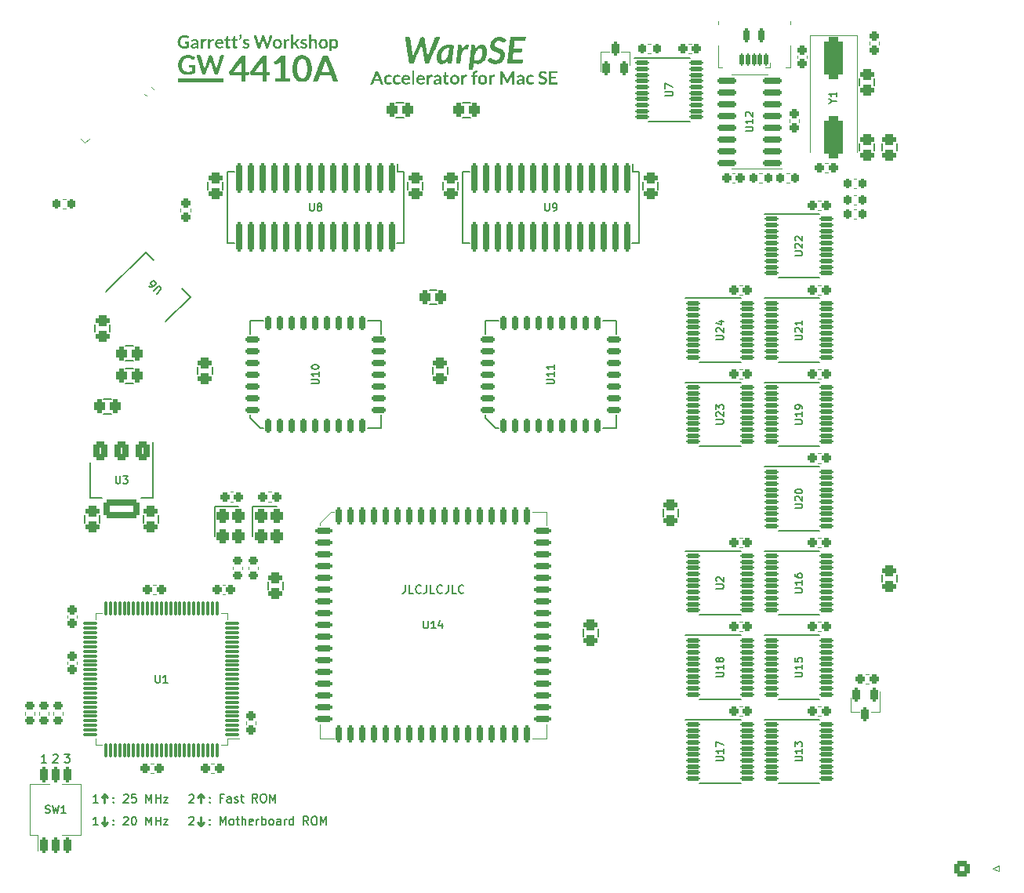
<source format=gto>
G04 #@! TF.GenerationSoftware,KiCad,Pcbnew,(6.0.2-0)*
G04 #@! TF.CreationDate,2022-05-23T05:02:26-04:00*
G04 #@! TF.ProjectId,WarpSE,57617270-5345-42e6-9b69-6361645f7063,rev?*
G04 #@! TF.SameCoordinates,Original*
G04 #@! TF.FileFunction,Legend,Top*
G04 #@! TF.FilePolarity,Positive*
%FSLAX46Y46*%
G04 Gerber Fmt 4.6, Leading zero omitted, Abs format (unit mm)*
G04 Created by KiCad (PCBNEW (6.0.2-0)) date 2022-05-23 05:02:26*
%MOMM*%
%LPD*%
G01*
G04 APERTURE LIST*
G04 Aperture macros list*
%AMRoundRect*
0 Rectangle with rounded corners*
0 $1 Rounding radius*
0 $2 $3 $4 $5 $6 $7 $8 $9 X,Y pos of 4 corners*
0 Add a 4 corners polygon primitive as box body*
4,1,4,$2,$3,$4,$5,$6,$7,$8,$9,$2,$3,0*
0 Add four circle primitives for the rounded corners*
1,1,$1+$1,$2,$3*
1,1,$1+$1,$4,$5*
1,1,$1+$1,$6,$7*
1,1,$1+$1,$8,$9*
0 Add four rect primitives between the rounded corners*
20,1,$1+$1,$2,$3,$4,$5,0*
20,1,$1+$1,$4,$5,$6,$7,0*
20,1,$1+$1,$6,$7,$8,$9,0*
20,1,$1+$1,$8,$9,$2,$3,0*%
G04 Aperture macros list end*
%ADD10C,0.203200*%
%ADD11C,0.220000*%
%ADD12C,0.152400*%
%ADD13C,0.120000*%
%ADD14C,0.200000*%
%ADD15C,0.150000*%
%ADD16RoundRect,0.312500X-0.437500X0.262500X-0.437500X-0.262500X0.437500X-0.262500X0.437500X0.262500X0*%
%ADD17RoundRect,0.312500X0.262500X0.437500X-0.262500X0.437500X-0.262500X-0.437500X0.262500X-0.437500X0*%
%ADD18RoundRect,0.262500X0.212500X0.262500X-0.212500X0.262500X-0.212500X-0.262500X0.212500X-0.262500X0*%
%ADD19RoundRect,0.312500X-0.262500X-0.437500X0.262500X-0.437500X0.262500X0.437500X-0.262500X0.437500X0*%
%ADD20RoundRect,0.099000X0.662500X0.075000X-0.662500X0.075000X-0.662500X-0.075000X0.662500X-0.075000X0*%
%ADD21RoundRect,0.099000X0.075000X0.662500X-0.075000X0.662500X-0.075000X-0.662500X0.075000X-0.662500X0*%
%ADD22RoundRect,0.312500X0.437500X-0.262500X0.437500X0.262500X-0.437500X0.262500X-0.437500X-0.262500X0*%
%ADD23RoundRect,0.350000X-0.176777X-0.813173X0.813173X0.176777X0.176777X0.813173X-0.813173X-0.176777X0*%
%ADD24RoundRect,0.350000X0.636396X-1.626346X1.626346X-0.636396X-0.636396X1.626346X-1.626346X0.636396X0*%
%ADD25RoundRect,0.200000X-0.150000X1.374000X-0.150000X-1.374000X0.150000X-1.374000X0.150000X1.374000X0*%
%ADD26C,2.950000*%
%ADD27RoundRect,0.299999X0.525001X0.525001X-0.525001X0.525001X-0.525001X-0.525001X0.525001X-0.525001X0*%
%ADD28C,1.650000*%
%ADD29RoundRect,0.262500X-0.212500X-0.262500X0.212500X-0.262500X0.212500X0.262500X-0.212500X0.262500X0*%
%ADD30RoundRect,0.136500X-0.612500X-0.112500X0.612500X-0.112500X0.612500X0.112500X-0.612500X0.112500X0*%
%ADD31RoundRect,0.262500X-0.262500X0.212500X-0.262500X-0.212500X0.262500X-0.212500X0.262500X0.212500X0*%
%ADD32RoundRect,0.262500X0.262500X-0.212500X0.262500X0.212500X-0.262500X0.212500X-0.262500X-0.212500X0*%
%ADD33C,2.000000*%
%ADD34C,1.448000*%
%ADD35RoundRect,0.225000X-0.300000X0.175000X-0.300000X-0.175000X0.300000X-0.175000X0.300000X0.175000X0*%
%ADD36RoundRect,0.350000X-0.300000X0.400000X-0.300000X-0.400000X0.300000X-0.400000X0.300000X0.400000X0*%
%ADD37RoundRect,0.200000X0.587500X-0.150000X0.587500X0.150000X-0.587500X0.150000X-0.587500X-0.150000X0*%
%ADD38RoundRect,0.200000X0.150000X-0.587500X0.150000X0.587500X-0.150000X0.587500X-0.150000X-0.587500X0*%
%ADD39RoundRect,0.200000X-0.150000X-0.700000X0.150000X-0.700000X0.150000X0.700000X-0.150000X0.700000X0*%
%ADD40RoundRect,0.200000X-0.700000X-0.150000X0.700000X-0.150000X0.700000X0.150000X-0.700000X0.150000X0*%
%ADD41RoundRect,0.350000X-0.450000X0.700000X-0.450000X-0.700000X0.450000X-0.700000X0.450000X0.700000X0*%
%ADD42RoundRect,0.350000X-1.600000X0.700000X-1.600000X-0.700000X1.600000X-0.700000X1.600000X0.700000X0*%
%ADD43C,2.474900*%
%ADD44C,1.090600*%
%ADD45C,0.887400*%
%ADD46RoundRect,0.120000X0.120000X0.545000X-0.120000X0.545000X-0.120000X-0.545000X0.120000X-0.545000X0*%
%ADD47O,1.170000X2.000000*%
%ADD48RoundRect,0.200000X0.150000X0.525000X-0.150000X0.525000X-0.150000X-0.525000X0.150000X-0.525000X0*%
%ADD49C,1.400000*%
%ADD50RoundRect,0.225000X0.175000X0.300000X-0.175000X0.300000X-0.175000X-0.300000X0.175000X-0.300000X0*%
%ADD51RoundRect,0.225000X0.335876X0.088388X0.088388X0.335876X-0.335876X-0.088388X-0.088388X-0.335876X0*%
%ADD52RoundRect,0.250000X-0.200000X0.475000X-0.200000X-0.475000X0.200000X-0.475000X0.200000X0.475000X0*%
%ADD53RoundRect,0.240000X0.190000X-0.572000X0.190000X0.572000X-0.190000X0.572000X-0.190000X-0.572000X0*%
%ADD54RoundRect,0.225000X-0.175000X-0.300000X0.175000X-0.300000X0.175000X0.300000X-0.175000X0.300000X0*%
%ADD55RoundRect,0.200000X0.825000X0.150000X-0.825000X0.150000X-0.825000X-0.150000X0.825000X-0.150000X0*%
%ADD56RoundRect,0.550000X-0.500000X1.750000X-0.500000X-1.750000X0.500000X-1.750000X0.500000X1.750000X0*%
%ADD57RoundRect,0.250000X0.200000X-0.475000X0.200000X0.475000X-0.200000X0.475000X-0.200000X-0.475000X0*%
G04 APERTURE END LIST*
D10*
X145590000Y-98948142D02*
X145590000Y-99591000D01*
X145547142Y-99719571D01*
X145461428Y-99805285D01*
X145332857Y-99848142D01*
X145247142Y-99848142D01*
X146447142Y-99848142D02*
X146018571Y-99848142D01*
X146018571Y-98948142D01*
X147261428Y-99762428D02*
X147218571Y-99805285D01*
X147090000Y-99848142D01*
X147004285Y-99848142D01*
X146875714Y-99805285D01*
X146790000Y-99719571D01*
X146747142Y-99633857D01*
X146704285Y-99462428D01*
X146704285Y-99333857D01*
X146747142Y-99162428D01*
X146790000Y-99076714D01*
X146875714Y-98991000D01*
X147004285Y-98948142D01*
X147090000Y-98948142D01*
X147218571Y-98991000D01*
X147261428Y-99033857D01*
X147904285Y-98948142D02*
X147904285Y-99591000D01*
X147861428Y-99719571D01*
X147775714Y-99805285D01*
X147647142Y-99848142D01*
X147561428Y-99848142D01*
X148761428Y-99848142D02*
X148332857Y-99848142D01*
X148332857Y-98948142D01*
X149575714Y-99762428D02*
X149532857Y-99805285D01*
X149404285Y-99848142D01*
X149318571Y-99848142D01*
X149190000Y-99805285D01*
X149104285Y-99719571D01*
X149061428Y-99633857D01*
X149018571Y-99462428D01*
X149018571Y-99333857D01*
X149061428Y-99162428D01*
X149104285Y-99076714D01*
X149190000Y-98991000D01*
X149318571Y-98948142D01*
X149404285Y-98948142D01*
X149532857Y-98991000D01*
X149575714Y-99033857D01*
X150218571Y-98948142D02*
X150218571Y-99591000D01*
X150175714Y-99719571D01*
X150090000Y-99805285D01*
X149961428Y-99848142D01*
X149875714Y-99848142D01*
X151075714Y-99848142D02*
X150647142Y-99848142D01*
X150647142Y-98948142D01*
X151890000Y-99762428D02*
X151847142Y-99805285D01*
X151718571Y-99848142D01*
X151632857Y-99848142D01*
X151504285Y-99805285D01*
X151418571Y-99719571D01*
X151375714Y-99633857D01*
X151332857Y-99462428D01*
X151332857Y-99333857D01*
X151375714Y-99162428D01*
X151418571Y-99076714D01*
X151504285Y-98991000D01*
X151632857Y-98948142D01*
X151718571Y-98948142D01*
X151847142Y-98991000D01*
X151890000Y-99033857D01*
D11*
X113108000Y-121539000D02*
X113425500Y-121856500D01*
X113108000Y-124904500D02*
X113425500Y-124587000D01*
X113108000Y-124904500D02*
X113108000Y-123952000D01*
X123507500Y-122491500D02*
X123507500Y-121539000D01*
X123507500Y-124904500D02*
X123825000Y-124587000D01*
X123507500Y-121539000D02*
X123190000Y-121856500D01*
X113108000Y-121539000D02*
X112790500Y-121856500D01*
X123507500Y-121539000D02*
X123825000Y-121856500D01*
X113108000Y-122491500D02*
X113108000Y-121539000D01*
X113108000Y-124904500D02*
X112790500Y-124587000D01*
X123507500Y-124904500D02*
X123190000Y-124587000D01*
X123507500Y-124904500D02*
X123507500Y-123952000D01*
D10*
X124488865Y-122336678D02*
X124531722Y-122379535D01*
X124488865Y-122422392D01*
X124446008Y-122379535D01*
X124488865Y-122336678D01*
X124488865Y-122422392D01*
X124488865Y-121865250D02*
X124531722Y-121908107D01*
X124488865Y-121950964D01*
X124446008Y-121908107D01*
X124488865Y-121865250D01*
X124488865Y-121950964D01*
X125903151Y-121950964D02*
X125603151Y-121950964D01*
X125603151Y-122422392D02*
X125603151Y-121522392D01*
X126031722Y-121522392D01*
X126760294Y-122422392D02*
X126760294Y-121950964D01*
X126717437Y-121865250D01*
X126631722Y-121822392D01*
X126460294Y-121822392D01*
X126374580Y-121865250D01*
X126760294Y-122379535D02*
X126674580Y-122422392D01*
X126460294Y-122422392D01*
X126374580Y-122379535D01*
X126331722Y-122293821D01*
X126331722Y-122208107D01*
X126374580Y-122122392D01*
X126460294Y-122079535D01*
X126674580Y-122079535D01*
X126760294Y-122036678D01*
X127146008Y-122379535D02*
X127231722Y-122422392D01*
X127403151Y-122422392D01*
X127488865Y-122379535D01*
X127531722Y-122293821D01*
X127531722Y-122250964D01*
X127488865Y-122165250D01*
X127403151Y-122122392D01*
X127274580Y-122122392D01*
X127188865Y-122079535D01*
X127146008Y-121993821D01*
X127146008Y-121950964D01*
X127188865Y-121865250D01*
X127274580Y-121822392D01*
X127403151Y-121822392D01*
X127488865Y-121865250D01*
X127788865Y-121822392D02*
X128131722Y-121822392D01*
X127917437Y-121522392D02*
X127917437Y-122293821D01*
X127960294Y-122379535D01*
X128046008Y-122422392D01*
X128131722Y-122422392D01*
X129631722Y-122422392D02*
X129331722Y-121993821D01*
X129117437Y-122422392D02*
X129117437Y-121522392D01*
X129460294Y-121522392D01*
X129546008Y-121565250D01*
X129588865Y-121608107D01*
X129631722Y-121693821D01*
X129631722Y-121822392D01*
X129588865Y-121908107D01*
X129546008Y-121950964D01*
X129460294Y-121993821D01*
X129117437Y-121993821D01*
X130188865Y-121522392D02*
X130360294Y-121522392D01*
X130446008Y-121565250D01*
X130531722Y-121650964D01*
X130574580Y-121822392D01*
X130574580Y-122122392D01*
X130531722Y-122293821D01*
X130446008Y-122379535D01*
X130360294Y-122422392D01*
X130188865Y-122422392D01*
X130103151Y-122379535D01*
X130017437Y-122293821D01*
X129974580Y-122122392D01*
X129974580Y-121822392D01*
X130017437Y-121650964D01*
X130103151Y-121565250D01*
X130188865Y-121522392D01*
X130960294Y-122422392D02*
X130960294Y-121522392D01*
X131260294Y-122165250D01*
X131560294Y-121522392D01*
X131560294Y-122422392D01*
X124488865Y-124749678D02*
X124531722Y-124792535D01*
X124488865Y-124835392D01*
X124446008Y-124792535D01*
X124488865Y-124749678D01*
X124488865Y-124835392D01*
X124488865Y-124278250D02*
X124531722Y-124321107D01*
X124488865Y-124363964D01*
X124446008Y-124321107D01*
X124488865Y-124278250D01*
X124488865Y-124363964D01*
X125603151Y-124835392D02*
X125603151Y-123935392D01*
X125903151Y-124578250D01*
X126203151Y-123935392D01*
X126203151Y-124835392D01*
X126760294Y-124835392D02*
X126674580Y-124792535D01*
X126631722Y-124749678D01*
X126588865Y-124663964D01*
X126588865Y-124406821D01*
X126631722Y-124321107D01*
X126674580Y-124278250D01*
X126760294Y-124235392D01*
X126888865Y-124235392D01*
X126974580Y-124278250D01*
X127017437Y-124321107D01*
X127060294Y-124406821D01*
X127060294Y-124663964D01*
X127017437Y-124749678D01*
X126974580Y-124792535D01*
X126888865Y-124835392D01*
X126760294Y-124835392D01*
X127317437Y-124235392D02*
X127660294Y-124235392D01*
X127446008Y-123935392D02*
X127446008Y-124706821D01*
X127488865Y-124792535D01*
X127574580Y-124835392D01*
X127660294Y-124835392D01*
X127960294Y-124835392D02*
X127960294Y-123935392D01*
X128346008Y-124835392D02*
X128346008Y-124363964D01*
X128303151Y-124278250D01*
X128217437Y-124235392D01*
X128088865Y-124235392D01*
X128003151Y-124278250D01*
X127960294Y-124321107D01*
X129117437Y-124792535D02*
X129031722Y-124835392D01*
X128860294Y-124835392D01*
X128774580Y-124792535D01*
X128731722Y-124706821D01*
X128731722Y-124363964D01*
X128774580Y-124278250D01*
X128860294Y-124235392D01*
X129031722Y-124235392D01*
X129117437Y-124278250D01*
X129160294Y-124363964D01*
X129160294Y-124449678D01*
X128731722Y-124535392D01*
X129546008Y-124835392D02*
X129546008Y-124235392D01*
X129546008Y-124406821D02*
X129588865Y-124321107D01*
X129631722Y-124278250D01*
X129717437Y-124235392D01*
X129803151Y-124235392D01*
X130103151Y-124835392D02*
X130103151Y-123935392D01*
X130103151Y-124278250D02*
X130188865Y-124235392D01*
X130360294Y-124235392D01*
X130446008Y-124278250D01*
X130488865Y-124321107D01*
X130531722Y-124406821D01*
X130531722Y-124663964D01*
X130488865Y-124749678D01*
X130446008Y-124792535D01*
X130360294Y-124835392D01*
X130188865Y-124835392D01*
X130103151Y-124792535D01*
X131046008Y-124835392D02*
X130960294Y-124792535D01*
X130917437Y-124749678D01*
X130874580Y-124663964D01*
X130874580Y-124406821D01*
X130917437Y-124321107D01*
X130960294Y-124278250D01*
X131046008Y-124235392D01*
X131174580Y-124235392D01*
X131260294Y-124278250D01*
X131303151Y-124321107D01*
X131346008Y-124406821D01*
X131346008Y-124663964D01*
X131303151Y-124749678D01*
X131260294Y-124792535D01*
X131174580Y-124835392D01*
X131046008Y-124835392D01*
X132117437Y-124835392D02*
X132117437Y-124363964D01*
X132074580Y-124278250D01*
X131988865Y-124235392D01*
X131817437Y-124235392D01*
X131731722Y-124278250D01*
X132117437Y-124792535D02*
X132031722Y-124835392D01*
X131817437Y-124835392D01*
X131731722Y-124792535D01*
X131688865Y-124706821D01*
X131688865Y-124621107D01*
X131731722Y-124535392D01*
X131817437Y-124492535D01*
X132031722Y-124492535D01*
X132117437Y-124449678D01*
X132546008Y-124835392D02*
X132546008Y-124235392D01*
X132546008Y-124406821D02*
X132588865Y-124321107D01*
X132631722Y-124278250D01*
X132717437Y-124235392D01*
X132803151Y-124235392D01*
X133488865Y-124835392D02*
X133488865Y-123935392D01*
X133488865Y-124792535D02*
X133403151Y-124835392D01*
X133231722Y-124835392D01*
X133146008Y-124792535D01*
X133103151Y-124749678D01*
X133060294Y-124663964D01*
X133060294Y-124406821D01*
X133103151Y-124321107D01*
X133146008Y-124278250D01*
X133231722Y-124235392D01*
X133403151Y-124235392D01*
X133488865Y-124278250D01*
X135117437Y-124835392D02*
X134817437Y-124406821D01*
X134603151Y-124835392D02*
X134603151Y-123935392D01*
X134946008Y-123935392D01*
X135031722Y-123978250D01*
X135074580Y-124021107D01*
X135117437Y-124106821D01*
X135117437Y-124235392D01*
X135074580Y-124321107D01*
X135031722Y-124363964D01*
X134946008Y-124406821D01*
X134603151Y-124406821D01*
X135674580Y-123935392D02*
X135846008Y-123935392D01*
X135931722Y-123978250D01*
X136017437Y-124063964D01*
X136060294Y-124235392D01*
X136060294Y-124535392D01*
X136017437Y-124706821D01*
X135931722Y-124792535D01*
X135846008Y-124835392D01*
X135674580Y-124835392D01*
X135588865Y-124792535D01*
X135503151Y-124706821D01*
X135460294Y-124535392D01*
X135460294Y-124235392D01*
X135503151Y-124063964D01*
X135588865Y-123978250D01*
X135674580Y-123935392D01*
X136446008Y-124835392D02*
X136446008Y-123935392D01*
X136746008Y-124578250D01*
X137046008Y-123935392D01*
X137046008Y-124835392D01*
X107565857Y-117321857D02*
X107608714Y-117279000D01*
X107694428Y-117236142D01*
X107908714Y-117236142D01*
X107994428Y-117279000D01*
X108037285Y-117321857D01*
X108080142Y-117407571D01*
X108080142Y-117493285D01*
X108037285Y-117621857D01*
X107523000Y-118136142D01*
X108080142Y-118136142D01*
X114089365Y-122368428D02*
X114132222Y-122411285D01*
X114089365Y-122454142D01*
X114046508Y-122411285D01*
X114089365Y-122368428D01*
X114089365Y-122454142D01*
X114089365Y-121897000D02*
X114132222Y-121939857D01*
X114089365Y-121982714D01*
X114046508Y-121939857D01*
X114089365Y-121897000D01*
X114089365Y-121982714D01*
X115160794Y-121639857D02*
X115203651Y-121597000D01*
X115289365Y-121554142D01*
X115503651Y-121554142D01*
X115589365Y-121597000D01*
X115632222Y-121639857D01*
X115675080Y-121725571D01*
X115675080Y-121811285D01*
X115632222Y-121939857D01*
X115117937Y-122454142D01*
X115675080Y-122454142D01*
X116489365Y-121554142D02*
X116060794Y-121554142D01*
X116017937Y-121982714D01*
X116060794Y-121939857D01*
X116146508Y-121897000D01*
X116360794Y-121897000D01*
X116446508Y-121939857D01*
X116489365Y-121982714D01*
X116532222Y-122068428D01*
X116532222Y-122282714D01*
X116489365Y-122368428D01*
X116446508Y-122411285D01*
X116360794Y-122454142D01*
X116146508Y-122454142D01*
X116060794Y-122411285D01*
X116017937Y-122368428D01*
X117603651Y-122454142D02*
X117603651Y-121554142D01*
X117903651Y-122197000D01*
X118203651Y-121554142D01*
X118203651Y-122454142D01*
X118632222Y-122454142D02*
X118632222Y-121554142D01*
X118632222Y-121982714D02*
X119146508Y-121982714D01*
X119146508Y-122454142D02*
X119146508Y-121554142D01*
X119489365Y-121854142D02*
X119960794Y-121854142D01*
X119489365Y-122454142D01*
X119960794Y-122454142D01*
X122248857Y-124052857D02*
X122291714Y-124010000D01*
X122377428Y-123967142D01*
X122591714Y-123967142D01*
X122677428Y-124010000D01*
X122720285Y-124052857D01*
X122763142Y-124138571D01*
X122763142Y-124224285D01*
X122720285Y-124352857D01*
X122206000Y-124867142D01*
X122763142Y-124867142D01*
X114089365Y-124781428D02*
X114132222Y-124824285D01*
X114089365Y-124867142D01*
X114046508Y-124824285D01*
X114089365Y-124781428D01*
X114089365Y-124867142D01*
X114089365Y-124310000D02*
X114132222Y-124352857D01*
X114089365Y-124395714D01*
X114046508Y-124352857D01*
X114089365Y-124310000D01*
X114089365Y-124395714D01*
X115160794Y-124052857D02*
X115203651Y-124010000D01*
X115289365Y-123967142D01*
X115503651Y-123967142D01*
X115589365Y-124010000D01*
X115632222Y-124052857D01*
X115675080Y-124138571D01*
X115675080Y-124224285D01*
X115632222Y-124352857D01*
X115117937Y-124867142D01*
X115675080Y-124867142D01*
X116232222Y-123967142D02*
X116317937Y-123967142D01*
X116403651Y-124010000D01*
X116446508Y-124052857D01*
X116489365Y-124138571D01*
X116532222Y-124310000D01*
X116532222Y-124524285D01*
X116489365Y-124695714D01*
X116446508Y-124781428D01*
X116403651Y-124824285D01*
X116317937Y-124867142D01*
X116232222Y-124867142D01*
X116146508Y-124824285D01*
X116103651Y-124781428D01*
X116060794Y-124695714D01*
X116017937Y-124524285D01*
X116017937Y-124310000D01*
X116060794Y-124138571D01*
X116103651Y-124052857D01*
X116146508Y-124010000D01*
X116232222Y-123967142D01*
X117603651Y-124867142D02*
X117603651Y-123967142D01*
X117903651Y-124610000D01*
X118203651Y-123967142D01*
X118203651Y-124867142D01*
X118632222Y-124867142D02*
X118632222Y-123967142D01*
X118632222Y-124395714D02*
X119146508Y-124395714D01*
X119146508Y-124867142D02*
X119146508Y-123967142D01*
X119489365Y-124267142D02*
X119960794Y-124267142D01*
X119489365Y-124867142D01*
X119960794Y-124867142D01*
X106810142Y-118136142D02*
X106295857Y-118136142D01*
X106553000Y-118136142D02*
X106553000Y-117236142D01*
X106467285Y-117364714D01*
X106381571Y-117450428D01*
X106295857Y-117493285D01*
X108793000Y-117236142D02*
X109350142Y-117236142D01*
X109050142Y-117579000D01*
X109178714Y-117579000D01*
X109264428Y-117621857D01*
X109307285Y-117664714D01*
X109350142Y-117750428D01*
X109350142Y-117964714D01*
X109307285Y-118050428D01*
X109264428Y-118093285D01*
X109178714Y-118136142D01*
X108921571Y-118136142D01*
X108835857Y-118093285D01*
X108793000Y-118050428D01*
X112398142Y-124867142D02*
X111883857Y-124867142D01*
X112141000Y-124867142D02*
X112141000Y-123967142D01*
X112055285Y-124095714D01*
X111969571Y-124181428D01*
X111883857Y-124224285D01*
X122248857Y-121639857D02*
X122291714Y-121597000D01*
X122377428Y-121554142D01*
X122591714Y-121554142D01*
X122677428Y-121597000D01*
X122720285Y-121639857D01*
X122763142Y-121725571D01*
X122763142Y-121811285D01*
X122720285Y-121939857D01*
X122206000Y-122454142D01*
X122763142Y-122454142D01*
X112398142Y-122454142D02*
X111883857Y-122454142D01*
X112141000Y-122454142D02*
X112141000Y-121554142D01*
X112055285Y-121682714D01*
X111969571Y-121768428D01*
X111883857Y-121811285D01*
X118630723Y-108654895D02*
X118630723Y-109312876D01*
X118669428Y-109390285D01*
X118708133Y-109428990D01*
X118785542Y-109467695D01*
X118940361Y-109467695D01*
X119017771Y-109428990D01*
X119056476Y-109390285D01*
X119095180Y-109312876D01*
X119095180Y-108654895D01*
X119907980Y-109467695D02*
X119443523Y-109467695D01*
X119675752Y-109467695D02*
X119675752Y-108654895D01*
X119598342Y-108771009D01*
X119520933Y-108848419D01*
X119443523Y-108887123D01*
X118723157Y-67502630D02*
X119188420Y-67037368D01*
X119215788Y-66955262D01*
X119215788Y-66900526D01*
X119188420Y-66818420D01*
X119078946Y-66708947D01*
X118996841Y-66681579D01*
X118942104Y-66681579D01*
X118859999Y-66708947D01*
X118394737Y-67174210D01*
X117874737Y-66654210D02*
X117984211Y-66763684D01*
X118066316Y-66791052D01*
X118121053Y-66791052D01*
X118257895Y-66763684D01*
X118394737Y-66681579D01*
X118613684Y-66462631D01*
X118641052Y-66380526D01*
X118641052Y-66325789D01*
X118613684Y-66243684D01*
X118504210Y-66134211D01*
X118422105Y-66106842D01*
X118367368Y-66106842D01*
X118285263Y-66134211D01*
X118148421Y-66271053D01*
X118121053Y-66353158D01*
X118121053Y-66407895D01*
X118148421Y-66490000D01*
X118257895Y-66599473D01*
X118340000Y-66626842D01*
X118394737Y-66626842D01*
X118476842Y-66599473D01*
X160670723Y-57720895D02*
X160670723Y-58378876D01*
X160709428Y-58456285D01*
X160748133Y-58494990D01*
X160825542Y-58533695D01*
X160980361Y-58533695D01*
X161057771Y-58494990D01*
X161096476Y-58456285D01*
X161135180Y-58378876D01*
X161135180Y-57720895D01*
X161560933Y-58533695D02*
X161715752Y-58533695D01*
X161793161Y-58494990D01*
X161831866Y-58456285D01*
X161909276Y-58340171D01*
X161947980Y-58185352D01*
X161947980Y-57875714D01*
X161909276Y-57798304D01*
X161870571Y-57759600D01*
X161793161Y-57720895D01*
X161638342Y-57720895D01*
X161560933Y-57759600D01*
X161522228Y-57798304D01*
X161483523Y-57875714D01*
X161483523Y-58069238D01*
X161522228Y-58146647D01*
X161560933Y-58185352D01*
X161638342Y-58224057D01*
X161793161Y-58224057D01*
X161870571Y-58185352D01*
X161909276Y-58146647D01*
X161947980Y-58069238D01*
X179154895Y-99344276D02*
X179812876Y-99344276D01*
X179890285Y-99305571D01*
X179928990Y-99266866D01*
X179967695Y-99189457D01*
X179967695Y-99034638D01*
X179928990Y-98957228D01*
X179890285Y-98918523D01*
X179812876Y-98879819D01*
X179154895Y-98879819D01*
X179232304Y-98531476D02*
X179193600Y-98492771D01*
X179154895Y-98415361D01*
X179154895Y-98221838D01*
X179193600Y-98144428D01*
X179232304Y-98105723D01*
X179309714Y-98067019D01*
X179387123Y-98067019D01*
X179503238Y-98105723D01*
X179967695Y-98570180D01*
X179967695Y-98067019D01*
X179154895Y-72431323D02*
X179812876Y-72431323D01*
X179890285Y-72392619D01*
X179928990Y-72353914D01*
X179967695Y-72276504D01*
X179967695Y-72121685D01*
X179928990Y-72044276D01*
X179890285Y-72005571D01*
X179812876Y-71966866D01*
X179154895Y-71966866D01*
X179232304Y-71618523D02*
X179193600Y-71579819D01*
X179154895Y-71502409D01*
X179154895Y-71308885D01*
X179193600Y-71231476D01*
X179232304Y-71192771D01*
X179309714Y-71154066D01*
X179387123Y-71154066D01*
X179503238Y-71192771D01*
X179967695Y-71657228D01*
X179967695Y-71154066D01*
X179425828Y-70457380D02*
X179967695Y-70457380D01*
X179116190Y-70650904D02*
X179696761Y-70844428D01*
X179696761Y-70341266D01*
X179154895Y-81531323D02*
X179812876Y-81531323D01*
X179890285Y-81492619D01*
X179928990Y-81453914D01*
X179967695Y-81376504D01*
X179967695Y-81221685D01*
X179928990Y-81144276D01*
X179890285Y-81105571D01*
X179812876Y-81066866D01*
X179154895Y-81066866D01*
X179232304Y-80718523D02*
X179193600Y-80679819D01*
X179154895Y-80602409D01*
X179154895Y-80408885D01*
X179193600Y-80331476D01*
X179232304Y-80292771D01*
X179309714Y-80254066D01*
X179387123Y-80254066D01*
X179503238Y-80292771D01*
X179967695Y-80757228D01*
X179967695Y-80254066D01*
X179154895Y-79983133D02*
X179154895Y-79479971D01*
X179464533Y-79750904D01*
X179464533Y-79634790D01*
X179503238Y-79557380D01*
X179541942Y-79518676D01*
X179619352Y-79479971D01*
X179812876Y-79479971D01*
X179890285Y-79518676D01*
X179928990Y-79557380D01*
X179967695Y-79634790D01*
X179967695Y-79867019D01*
X179928990Y-79944428D01*
X179890285Y-79983133D01*
X187654895Y-63331323D02*
X188312876Y-63331323D01*
X188390285Y-63292619D01*
X188428990Y-63253914D01*
X188467695Y-63176504D01*
X188467695Y-63021685D01*
X188428990Y-62944276D01*
X188390285Y-62905571D01*
X188312876Y-62866866D01*
X187654895Y-62866866D01*
X187732304Y-62518523D02*
X187693600Y-62479819D01*
X187654895Y-62402409D01*
X187654895Y-62208885D01*
X187693600Y-62131476D01*
X187732304Y-62092771D01*
X187809714Y-62054066D01*
X187887123Y-62054066D01*
X188003238Y-62092771D01*
X188467695Y-62557228D01*
X188467695Y-62054066D01*
X187732304Y-61744428D02*
X187693600Y-61705723D01*
X187654895Y-61628314D01*
X187654895Y-61434790D01*
X187693600Y-61357380D01*
X187732304Y-61318676D01*
X187809714Y-61279971D01*
X187887123Y-61279971D01*
X188003238Y-61318676D01*
X188467695Y-61783133D01*
X188467695Y-61279971D01*
X187654895Y-72431323D02*
X188312876Y-72431323D01*
X188390285Y-72392619D01*
X188428990Y-72353914D01*
X188467695Y-72276504D01*
X188467695Y-72121685D01*
X188428990Y-72044276D01*
X188390285Y-72005571D01*
X188312876Y-71966866D01*
X187654895Y-71966866D01*
X187732304Y-71618523D02*
X187693600Y-71579819D01*
X187654895Y-71502409D01*
X187654895Y-71308885D01*
X187693600Y-71231476D01*
X187732304Y-71192771D01*
X187809714Y-71154066D01*
X187887123Y-71154066D01*
X188003238Y-71192771D01*
X188467695Y-71657228D01*
X188467695Y-71154066D01*
X188467695Y-70379971D02*
X188467695Y-70844428D01*
X188467695Y-70612200D02*
X187654895Y-70612200D01*
X187771009Y-70689609D01*
X187848419Y-70767019D01*
X187887123Y-70844428D01*
X187654895Y-90631323D02*
X188312876Y-90631323D01*
X188390285Y-90592619D01*
X188428990Y-90553914D01*
X188467695Y-90476504D01*
X188467695Y-90321685D01*
X188428990Y-90244276D01*
X188390285Y-90205571D01*
X188312876Y-90166866D01*
X187654895Y-90166866D01*
X187732304Y-89818523D02*
X187693600Y-89779819D01*
X187654895Y-89702409D01*
X187654895Y-89508885D01*
X187693600Y-89431476D01*
X187732304Y-89392771D01*
X187809714Y-89354066D01*
X187887123Y-89354066D01*
X188003238Y-89392771D01*
X188467695Y-89857228D01*
X188467695Y-89354066D01*
X187654895Y-88850904D02*
X187654895Y-88773495D01*
X187693600Y-88696085D01*
X187732304Y-88657380D01*
X187809714Y-88618676D01*
X187964533Y-88579971D01*
X188158057Y-88579971D01*
X188312876Y-88618676D01*
X188390285Y-88657380D01*
X188428990Y-88696085D01*
X188467695Y-88773495D01*
X188467695Y-88850904D01*
X188428990Y-88928314D01*
X188390285Y-88967019D01*
X188312876Y-89005723D01*
X188158057Y-89044428D01*
X187964533Y-89044428D01*
X187809714Y-89005723D01*
X187732304Y-88967019D01*
X187693600Y-88928314D01*
X187654895Y-88850904D01*
X187654895Y-81531323D02*
X188312876Y-81531323D01*
X188390285Y-81492619D01*
X188428990Y-81453914D01*
X188467695Y-81376504D01*
X188467695Y-81221685D01*
X188428990Y-81144276D01*
X188390285Y-81105571D01*
X188312876Y-81066866D01*
X187654895Y-81066866D01*
X188467695Y-80254066D02*
X188467695Y-80718523D01*
X188467695Y-80486295D02*
X187654895Y-80486295D01*
X187771009Y-80563704D01*
X187848419Y-80641114D01*
X187887123Y-80718523D01*
X188467695Y-79867019D02*
X188467695Y-79712200D01*
X188428990Y-79634790D01*
X188390285Y-79596085D01*
X188274171Y-79518676D01*
X188119352Y-79479971D01*
X187809714Y-79479971D01*
X187732304Y-79518676D01*
X187693600Y-79557380D01*
X187654895Y-79634790D01*
X187654895Y-79789609D01*
X187693600Y-79867019D01*
X187732304Y-79905723D01*
X187809714Y-79944428D01*
X188003238Y-79944428D01*
X188080647Y-79905723D01*
X188119352Y-79867019D01*
X188158057Y-79789609D01*
X188158057Y-79634790D01*
X188119352Y-79557380D01*
X188080647Y-79518676D01*
X188003238Y-79479971D01*
X179154895Y-108831323D02*
X179812876Y-108831323D01*
X179890285Y-108792619D01*
X179928990Y-108753914D01*
X179967695Y-108676504D01*
X179967695Y-108521685D01*
X179928990Y-108444276D01*
X179890285Y-108405571D01*
X179812876Y-108366866D01*
X179154895Y-108366866D01*
X179967695Y-107554066D02*
X179967695Y-108018523D01*
X179967695Y-107786295D02*
X179154895Y-107786295D01*
X179271009Y-107863704D01*
X179348419Y-107941114D01*
X179387123Y-108018523D01*
X179503238Y-107089609D02*
X179464533Y-107167019D01*
X179425828Y-107205723D01*
X179348419Y-107244428D01*
X179309714Y-107244428D01*
X179232304Y-107205723D01*
X179193600Y-107167019D01*
X179154895Y-107089609D01*
X179154895Y-106934790D01*
X179193600Y-106857380D01*
X179232304Y-106818676D01*
X179309714Y-106779971D01*
X179348419Y-106779971D01*
X179425828Y-106818676D01*
X179464533Y-106857380D01*
X179503238Y-106934790D01*
X179503238Y-107089609D01*
X179541942Y-107167019D01*
X179580647Y-107205723D01*
X179658057Y-107244428D01*
X179812876Y-107244428D01*
X179890285Y-107205723D01*
X179928990Y-107167019D01*
X179967695Y-107089609D01*
X179967695Y-106934790D01*
X179928990Y-106857380D01*
X179890285Y-106818676D01*
X179812876Y-106779971D01*
X179658057Y-106779971D01*
X179580647Y-106818676D01*
X179541942Y-106857380D01*
X179503238Y-106934790D01*
X179154895Y-117931323D02*
X179812876Y-117931323D01*
X179890285Y-117892619D01*
X179928990Y-117853914D01*
X179967695Y-117776504D01*
X179967695Y-117621685D01*
X179928990Y-117544276D01*
X179890285Y-117505571D01*
X179812876Y-117466866D01*
X179154895Y-117466866D01*
X179967695Y-116654066D02*
X179967695Y-117118523D01*
X179967695Y-116886295D02*
X179154895Y-116886295D01*
X179271009Y-116963704D01*
X179348419Y-117041114D01*
X179387123Y-117118523D01*
X179154895Y-116383133D02*
X179154895Y-115841266D01*
X179967695Y-116189609D01*
X187654895Y-99731323D02*
X188312876Y-99731323D01*
X188390285Y-99692619D01*
X188428990Y-99653914D01*
X188467695Y-99576504D01*
X188467695Y-99421685D01*
X188428990Y-99344276D01*
X188390285Y-99305571D01*
X188312876Y-99266866D01*
X187654895Y-99266866D01*
X188467695Y-98454066D02*
X188467695Y-98918523D01*
X188467695Y-98686295D02*
X187654895Y-98686295D01*
X187771009Y-98763704D01*
X187848419Y-98841114D01*
X187887123Y-98918523D01*
X187654895Y-97757380D02*
X187654895Y-97912200D01*
X187693600Y-97989609D01*
X187732304Y-98028314D01*
X187848419Y-98105723D01*
X188003238Y-98144428D01*
X188312876Y-98144428D01*
X188390285Y-98105723D01*
X188428990Y-98067019D01*
X188467695Y-97989609D01*
X188467695Y-97834790D01*
X188428990Y-97757380D01*
X188390285Y-97718676D01*
X188312876Y-97679971D01*
X188119352Y-97679971D01*
X188041942Y-97718676D01*
X188003238Y-97757380D01*
X187964533Y-97834790D01*
X187964533Y-97989609D01*
X188003238Y-98067019D01*
X188041942Y-98105723D01*
X188119352Y-98144428D01*
X187654895Y-108831323D02*
X188312876Y-108831323D01*
X188390285Y-108792619D01*
X188428990Y-108753914D01*
X188467695Y-108676504D01*
X188467695Y-108521685D01*
X188428990Y-108444276D01*
X188390285Y-108405571D01*
X188312876Y-108366866D01*
X187654895Y-108366866D01*
X188467695Y-107554066D02*
X188467695Y-108018523D01*
X188467695Y-107786295D02*
X187654895Y-107786295D01*
X187771009Y-107863704D01*
X187848419Y-107941114D01*
X187887123Y-108018523D01*
X187654895Y-106818676D02*
X187654895Y-107205723D01*
X188041942Y-107244428D01*
X188003238Y-107205723D01*
X187964533Y-107128314D01*
X187964533Y-106934790D01*
X188003238Y-106857380D01*
X188041942Y-106818676D01*
X188119352Y-106779971D01*
X188312876Y-106779971D01*
X188390285Y-106818676D01*
X188428990Y-106857380D01*
X188467695Y-106934790D01*
X188467695Y-107128314D01*
X188428990Y-107205723D01*
X188390285Y-107244428D01*
X187654895Y-117931323D02*
X188312876Y-117931323D01*
X188390285Y-117892619D01*
X188428990Y-117853914D01*
X188467695Y-117776504D01*
X188467695Y-117621685D01*
X188428990Y-117544276D01*
X188390285Y-117505571D01*
X188312876Y-117466866D01*
X187654895Y-117466866D01*
X188467695Y-116654066D02*
X188467695Y-117118523D01*
X188467695Y-116886295D02*
X187654895Y-116886295D01*
X187771009Y-116963704D01*
X187848419Y-117041114D01*
X187887123Y-117118523D01*
X187654895Y-116383133D02*
X187654895Y-115879971D01*
X187964533Y-116150904D01*
X187964533Y-116034790D01*
X188003238Y-115957380D01*
X188041942Y-115918676D01*
X188119352Y-115879971D01*
X188312876Y-115879971D01*
X188390285Y-115918676D01*
X188428990Y-115957380D01*
X188467695Y-116034790D01*
X188467695Y-116267019D01*
X188428990Y-116344428D01*
X188390285Y-116383133D01*
X135270723Y-57720895D02*
X135270723Y-58378876D01*
X135309428Y-58456285D01*
X135348133Y-58494990D01*
X135425542Y-58533695D01*
X135580361Y-58533695D01*
X135657771Y-58494990D01*
X135696476Y-58456285D01*
X135735180Y-58378876D01*
X135735180Y-57720895D01*
X136238342Y-58069238D02*
X136160933Y-58030533D01*
X136122228Y-57991828D01*
X136083523Y-57914419D01*
X136083523Y-57875714D01*
X136122228Y-57798304D01*
X136160933Y-57759600D01*
X136238342Y-57720895D01*
X136393161Y-57720895D01*
X136470571Y-57759600D01*
X136509276Y-57798304D01*
X136547980Y-57875714D01*
X136547980Y-57914419D01*
X136509276Y-57991828D01*
X136470571Y-58030533D01*
X136393161Y-58069238D01*
X136238342Y-58069238D01*
X136160933Y-58107942D01*
X136122228Y-58146647D01*
X136083523Y-58224057D01*
X136083523Y-58378876D01*
X136122228Y-58456285D01*
X136160933Y-58494990D01*
X136238342Y-58533695D01*
X136393161Y-58533695D01*
X136470571Y-58494990D01*
X136509276Y-58456285D01*
X136547980Y-58378876D01*
X136547980Y-58224057D01*
X136509276Y-58146647D01*
X136470571Y-58107942D01*
X136393161Y-58069238D01*
X135444895Y-77206323D02*
X136102876Y-77206323D01*
X136180285Y-77167619D01*
X136218990Y-77128914D01*
X136257695Y-77051504D01*
X136257695Y-76896685D01*
X136218990Y-76819276D01*
X136180285Y-76780571D01*
X136102876Y-76741866D01*
X135444895Y-76741866D01*
X136257695Y-75929066D02*
X136257695Y-76393523D01*
X136257695Y-76161295D02*
X135444895Y-76161295D01*
X135561009Y-76238704D01*
X135638419Y-76316114D01*
X135677123Y-76393523D01*
X135444895Y-75425904D02*
X135444895Y-75348495D01*
X135483600Y-75271085D01*
X135522304Y-75232380D01*
X135599714Y-75193676D01*
X135754533Y-75154971D01*
X135948057Y-75154971D01*
X136102876Y-75193676D01*
X136180285Y-75232380D01*
X136218990Y-75271085D01*
X136257695Y-75348495D01*
X136257695Y-75425904D01*
X136218990Y-75503314D01*
X136180285Y-75542019D01*
X136102876Y-75580723D01*
X135948057Y-75619428D01*
X135754533Y-75619428D01*
X135599714Y-75580723D01*
X135522304Y-75542019D01*
X135483600Y-75503314D01*
X135444895Y-75425904D01*
X160844895Y-77206323D02*
X161502876Y-77206323D01*
X161580285Y-77167619D01*
X161618990Y-77128914D01*
X161657695Y-77051504D01*
X161657695Y-76896685D01*
X161618990Y-76819276D01*
X161580285Y-76780571D01*
X161502876Y-76741866D01*
X160844895Y-76741866D01*
X161657695Y-75929066D02*
X161657695Y-76393523D01*
X161657695Y-76161295D02*
X160844895Y-76161295D01*
X160961009Y-76238704D01*
X161038419Y-76316114D01*
X161077123Y-76393523D01*
X161657695Y-75154971D02*
X161657695Y-75619428D01*
X161657695Y-75387200D02*
X160844895Y-75387200D01*
X160961009Y-75464609D01*
X161038419Y-75542019D01*
X161077123Y-75619428D01*
X147583676Y-102805895D02*
X147583676Y-103463876D01*
X147622380Y-103541285D01*
X147661085Y-103579990D01*
X147738495Y-103618695D01*
X147893314Y-103618695D01*
X147970723Y-103579990D01*
X148009428Y-103541285D01*
X148048133Y-103463876D01*
X148048133Y-102805895D01*
X148860933Y-103618695D02*
X148396476Y-103618695D01*
X148628704Y-103618695D02*
X148628704Y-102805895D01*
X148551295Y-102922009D01*
X148473885Y-102999419D01*
X148396476Y-103038123D01*
X149557619Y-103076828D02*
X149557619Y-103618695D01*
X149364095Y-102767190D02*
X149170571Y-103347761D01*
X149673733Y-103347761D01*
X114330723Y-87154895D02*
X114330723Y-87812876D01*
X114369428Y-87890285D01*
X114408133Y-87928990D01*
X114485542Y-87967695D01*
X114640361Y-87967695D01*
X114717771Y-87928990D01*
X114756476Y-87890285D01*
X114795180Y-87812876D01*
X114795180Y-87154895D01*
X115104819Y-87154895D02*
X115607980Y-87154895D01*
X115337047Y-87464533D01*
X115453161Y-87464533D01*
X115530571Y-87503238D01*
X115569276Y-87541942D01*
X115607980Y-87619352D01*
X115607980Y-87812876D01*
X115569276Y-87890285D01*
X115530571Y-87928990D01*
X115453161Y-87967695D01*
X115220933Y-87967695D01*
X115143523Y-87928990D01*
X115104819Y-87890285D01*
X106739266Y-123518990D02*
X106855380Y-123557695D01*
X107048904Y-123557695D01*
X107126314Y-123518990D01*
X107165019Y-123480285D01*
X107203723Y-123402876D01*
X107203723Y-123325466D01*
X107165019Y-123248057D01*
X107126314Y-123209352D01*
X107048904Y-123170647D01*
X106894085Y-123131942D01*
X106816676Y-123093238D01*
X106777971Y-123054533D01*
X106739266Y-122977123D01*
X106739266Y-122899714D01*
X106777971Y-122822304D01*
X106816676Y-122783600D01*
X106894085Y-122744895D01*
X107087609Y-122744895D01*
X107203723Y-122783600D01*
X107474657Y-122744895D02*
X107668180Y-123557695D01*
X107823000Y-122977123D01*
X107977819Y-123557695D01*
X108171342Y-122744895D01*
X108906733Y-123557695D02*
X108442276Y-123557695D01*
X108674504Y-123557695D02*
X108674504Y-122744895D01*
X108597095Y-122861009D01*
X108519685Y-122938419D01*
X108442276Y-122977123D01*
X173654895Y-46094276D02*
X174312876Y-46094276D01*
X174390285Y-46055571D01*
X174428990Y-46016866D01*
X174467695Y-45939457D01*
X174467695Y-45784638D01*
X174428990Y-45707228D01*
X174390285Y-45668523D01*
X174312876Y-45629819D01*
X173654895Y-45629819D01*
X173654895Y-45320180D02*
X173654895Y-44778314D01*
X174467695Y-45126657D01*
X182307895Y-49901323D02*
X182965876Y-49901323D01*
X183043285Y-49862619D01*
X183081990Y-49823914D01*
X183120695Y-49746504D01*
X183120695Y-49591685D01*
X183081990Y-49514276D01*
X183043285Y-49475571D01*
X182965876Y-49436866D01*
X182307895Y-49436866D01*
X183120695Y-48624066D02*
X183120695Y-49088523D01*
X183120695Y-48856295D02*
X182307895Y-48856295D01*
X182424009Y-48933704D01*
X182501419Y-49011114D01*
X182540123Y-49088523D01*
X182385304Y-48314428D02*
X182346600Y-48275723D01*
X182307895Y-48198314D01*
X182307895Y-48004790D01*
X182346600Y-47927380D01*
X182385304Y-47888676D01*
X182462714Y-47849971D01*
X182540123Y-47849971D01*
X182656238Y-47888676D01*
X183120695Y-48353133D01*
X183120695Y-47849971D01*
X191780647Y-46687047D02*
X192167695Y-46687047D01*
X191354895Y-46957980D02*
X191780647Y-46687047D01*
X191354895Y-46416114D01*
X192167695Y-45719428D02*
X192167695Y-46183885D01*
X192167695Y-45951657D02*
X191354895Y-45951657D01*
X191471009Y-46029066D01*
X191548419Y-46106476D01*
X191587123Y-46183885D01*
D12*
X113703000Y-70801600D02*
X113703000Y-71614400D01*
X112103000Y-70801600D02*
X112103000Y-71614400D01*
X116205900Y-74714000D02*
X115393100Y-74714000D01*
X116205900Y-73114000D02*
X115393100Y-73114000D01*
X116205900Y-75527000D02*
X115393100Y-75527000D01*
X116205900Y-77127000D02*
X115393100Y-77127000D01*
D13*
X131112779Y-89910000D02*
X130787221Y-89910000D01*
X131112779Y-88890000D02*
X130787221Y-88890000D01*
D12*
X112993600Y-78850000D02*
X113806400Y-78850000D01*
X112993600Y-80450000D02*
X113806400Y-80450000D01*
D13*
X112140000Y-116210000D02*
X112140000Y-115510000D01*
X125660000Y-101990000D02*
X126360000Y-101990000D01*
X126360000Y-115510000D02*
X127650000Y-115510000D01*
X112840000Y-101990000D02*
X112140000Y-101990000D01*
X112140000Y-101990000D02*
X112140000Y-102690000D01*
X125660000Y-116210000D02*
X126360000Y-116210000D01*
X126360000Y-116210000D02*
X126360000Y-115510000D01*
X126360000Y-101990000D02*
X126360000Y-102690000D01*
X112840000Y-116210000D02*
X112140000Y-116210000D01*
D12*
X196253000Y-45022400D02*
X196253000Y-44209600D01*
X194653000Y-45022400D02*
X194653000Y-44209600D01*
X196253000Y-51243600D02*
X196253000Y-52056400D01*
X194653000Y-51243600D02*
X194653000Y-52056400D01*
X197066000Y-51243600D02*
X197066000Y-52056400D01*
X198666000Y-51243600D02*
X198666000Y-52056400D01*
X119703087Y-70469382D02*
X122361808Y-67810660D01*
X113289628Y-67237904D02*
X117539340Y-62988192D01*
X122361808Y-67810660D02*
X121470854Y-66919706D01*
X117539340Y-62988192D02*
X118430294Y-63879146D01*
D14*
X151765000Y-54291000D02*
X151765000Y-62041000D01*
X170815000Y-54291000D02*
X170815000Y-62041000D01*
X151765000Y-62041000D02*
X152510000Y-62041000D01*
X170815000Y-62041000D02*
X170070000Y-62041000D01*
X170815000Y-54291000D02*
X170165000Y-54291000D01*
X151765000Y-54291000D02*
X152510000Y-54291000D01*
X170165000Y-54291000D02*
X170165000Y-53467000D01*
D13*
X209730000Y-129240000D02*
X209050000Y-129540000D01*
X209050000Y-129540000D02*
X209730000Y-129840000D01*
X209730000Y-129840000D02*
X209730000Y-129240000D01*
X125837221Y-99960000D02*
X126162779Y-99960000D01*
X125837221Y-98940000D02*
X126162779Y-98940000D01*
D15*
X177375000Y-102175000D02*
X181825000Y-102175000D01*
X175850000Y-95275000D02*
X181825000Y-95275000D01*
D13*
X181962779Y-93840000D02*
X181637221Y-93840000D01*
X181962779Y-94860000D02*
X181637221Y-94860000D01*
X190462779Y-58460000D02*
X190137221Y-58460000D01*
X190462779Y-57440000D02*
X190137221Y-57440000D01*
X190462779Y-94860000D02*
X190137221Y-94860000D01*
X190462779Y-93840000D02*
X190137221Y-93840000D01*
X190462779Y-84740000D02*
X190137221Y-84740000D01*
X190462779Y-85760000D02*
X190137221Y-85760000D01*
X181962779Y-112040000D02*
X181637221Y-112040000D01*
X181962779Y-113060000D02*
X181637221Y-113060000D01*
X190462779Y-112040000D02*
X190137221Y-112040000D01*
X190462779Y-113060000D02*
X190137221Y-113060000D01*
X190462779Y-67560000D02*
X190137221Y-67560000D01*
X190462779Y-66540000D02*
X190137221Y-66540000D01*
X181962779Y-66540000D02*
X181637221Y-66540000D01*
X181962779Y-67560000D02*
X181637221Y-67560000D01*
X181962779Y-76660000D02*
X181637221Y-76660000D01*
X181962779Y-75640000D02*
X181637221Y-75640000D01*
X181962779Y-102940000D02*
X181637221Y-102940000D01*
X181962779Y-103960000D02*
X181637221Y-103960000D01*
X190462779Y-103960000D02*
X190137221Y-103960000D01*
X190462779Y-102940000D02*
X190137221Y-102940000D01*
D12*
X197066000Y-98616400D02*
X197066000Y-97803600D01*
X198666000Y-98616400D02*
X198666000Y-97803600D01*
X130772000Y-98614600D02*
X130772000Y-99427400D01*
X132372000Y-98614600D02*
X132372000Y-99427400D01*
X164808000Y-103694600D02*
X164808000Y-104507400D01*
X166408000Y-103694600D02*
X166408000Y-104507400D01*
D15*
X177375000Y-74875000D02*
X181825000Y-74875000D01*
X175850000Y-67975000D02*
X181825000Y-67975000D01*
X177375000Y-83975000D02*
X181825000Y-83975000D01*
X175850000Y-77075000D02*
X181825000Y-77075000D01*
X185875000Y-65775000D02*
X190325000Y-65775000D01*
X184350000Y-58875000D02*
X190325000Y-58875000D01*
X185875000Y-74875000D02*
X190325000Y-74875000D01*
X184350000Y-67975000D02*
X190325000Y-67975000D01*
X185875000Y-93075000D02*
X190325000Y-93075000D01*
X184350000Y-86175000D02*
X190325000Y-86175000D01*
X184350000Y-77075000D02*
X190325000Y-77075000D01*
X185875000Y-83975000D02*
X190325000Y-83975000D01*
X177375000Y-111275000D02*
X181825000Y-111275000D01*
X175850000Y-104375000D02*
X181825000Y-104375000D01*
X175850000Y-113475000D02*
X181825000Y-113475000D01*
X177375000Y-120375000D02*
X181825000Y-120375000D01*
X184350000Y-95275000D02*
X190325000Y-95275000D01*
X185875000Y-102175000D02*
X190325000Y-102175000D01*
X185875000Y-111275000D02*
X190325000Y-111275000D01*
X184350000Y-104375000D02*
X190325000Y-104375000D01*
X184350000Y-113475000D02*
X190325000Y-113475000D01*
X185875000Y-120375000D02*
X190325000Y-120375000D01*
D14*
X126365000Y-54291000D02*
X126365000Y-62041000D01*
X145415000Y-54291000D02*
X145415000Y-62041000D01*
X126365000Y-62041000D02*
X127110000Y-62041000D01*
X144765000Y-54291000D02*
X144765000Y-53467000D01*
X145415000Y-62041000D02*
X144670000Y-62041000D01*
X145415000Y-54291000D02*
X144765000Y-54291000D01*
X126365000Y-54291000D02*
X127110000Y-54291000D01*
D13*
X127012779Y-88890000D02*
X126687221Y-88890000D01*
X127012779Y-89910000D02*
X126687221Y-89910000D01*
X124587221Y-119260000D02*
X124912779Y-119260000D01*
X124587221Y-118240000D02*
X124912779Y-118240000D01*
X109090000Y-107187221D02*
X109090000Y-107512779D01*
X110110000Y-107187221D02*
X110110000Y-107512779D01*
X118412779Y-119260000D02*
X118087221Y-119260000D01*
X118412779Y-118240000D02*
X118087221Y-118240000D01*
X118662779Y-98940000D02*
X118337221Y-98940000D01*
X118662779Y-99960000D02*
X118337221Y-99960000D01*
X129410000Y-113687221D02*
X129410000Y-114012779D01*
X128390000Y-113687221D02*
X128390000Y-114012779D01*
X110110000Y-102512779D02*
X110110000Y-102187221D01*
X109090000Y-102512779D02*
X109090000Y-102187221D01*
X129660000Y-96937221D02*
X129660000Y-97262779D01*
X128640000Y-96937221D02*
X128640000Y-97262779D01*
X126940000Y-96937221D02*
X126940000Y-97262779D01*
X127960000Y-96937221D02*
X127960000Y-97262779D01*
X106043000Y-112613221D02*
X106043000Y-112938779D01*
X107063000Y-112613221D02*
X107063000Y-112938779D01*
X107567000Y-112613221D02*
X107567000Y-112938779D01*
X108587000Y-112613221D02*
X108587000Y-112938779D01*
D12*
X129100000Y-90450000D02*
X129100000Y-93700000D01*
X131700000Y-90450000D02*
X129100000Y-90450000D01*
X127600000Y-90450000D02*
X125000000Y-90450000D01*
X125000000Y-90450000D02*
X125000000Y-93700000D01*
X128795000Y-80570000D02*
X128795000Y-80852782D01*
X128795000Y-71830000D02*
X128795000Y-70375000D01*
X128795000Y-70375000D02*
X130250000Y-70375000D01*
X128795000Y-80852782D02*
X129967218Y-82025000D01*
X142985000Y-82025000D02*
X141530000Y-82025000D01*
X142985000Y-71830000D02*
X142985000Y-70375000D01*
X142985000Y-80570000D02*
X142985000Y-82025000D01*
X142985000Y-70375000D02*
X141530000Y-70375000D01*
X129967218Y-82025000D02*
X130250000Y-82025000D01*
X168385000Y-71830000D02*
X168385000Y-70375000D01*
X155367218Y-82025000D02*
X155650000Y-82025000D01*
X168385000Y-70375000D02*
X166930000Y-70375000D01*
X154195000Y-80570000D02*
X154195000Y-80852782D01*
X154195000Y-70375000D02*
X155650000Y-70375000D01*
X154195000Y-71830000D02*
X154195000Y-70375000D01*
X154195000Y-80852782D02*
X155367218Y-82025000D01*
X168385000Y-82025000D02*
X166930000Y-82025000D01*
X168385000Y-80570000D02*
X168385000Y-82025000D01*
D13*
X159310000Y-115476800D02*
X160815800Y-115476800D01*
X160815800Y-91025200D02*
X160815800Y-92531000D01*
X136364200Y-115476800D02*
X136364200Y-113971000D01*
X159310000Y-91025200D02*
X160815800Y-91025200D01*
X137870000Y-115476800D02*
X136364200Y-115476800D01*
X160815800Y-115476800D02*
X160815800Y-113971000D01*
X137539418Y-91025200D02*
X136364200Y-92200418D01*
X137870000Y-91025200D02*
X137539418Y-91025200D01*
X136364200Y-92200418D02*
X136364200Y-92531000D01*
D12*
X118360000Y-83500000D02*
X118360000Y-89510000D01*
X111540000Y-85750000D02*
X111540000Y-89510000D01*
X118360000Y-89510000D02*
X117100000Y-89510000D01*
X111540000Y-89510000D02*
X112800000Y-89510000D01*
X112600000Y-91393600D02*
X112600000Y-92206400D01*
X111000000Y-91393600D02*
X111000000Y-92206400D01*
X118900000Y-91393600D02*
X118900000Y-92206400D01*
X117300000Y-91393600D02*
X117300000Y-92206400D01*
X124752000Y-75373600D02*
X124752000Y-76186400D01*
X123152000Y-75373600D02*
X123152000Y-76186400D01*
X148552000Y-75373600D02*
X148552000Y-76186400D01*
X150152000Y-75373600D02*
X150152000Y-76186400D01*
X171285000Y-55434600D02*
X171285000Y-56247400D01*
X172885000Y-55434600D02*
X172885000Y-56247400D01*
X125895000Y-55434600D02*
X125895000Y-56247400D01*
X124295000Y-55434600D02*
X124295000Y-56247400D01*
X147485000Y-55434600D02*
X147485000Y-56247400D01*
X145885000Y-55434600D02*
X145885000Y-56247400D01*
X151295000Y-55434600D02*
X151295000Y-56247400D01*
X149695000Y-55434600D02*
X149695000Y-56247400D01*
D13*
X190462779Y-75640000D02*
X190137221Y-75640000D01*
X190462779Y-76660000D02*
X190137221Y-76660000D01*
X111447012Y-50741013D02*
X110998000Y-51190026D01*
X110998000Y-51190026D02*
X110548987Y-50741013D01*
X184950000Y-43025000D02*
X184950000Y-42575000D01*
X187150000Y-38062500D02*
X187150000Y-38425000D01*
X179350000Y-43025000D02*
X179800000Y-43025000D01*
X187150000Y-43025000D02*
X186700000Y-43025000D01*
X184950000Y-43025000D02*
X184500000Y-43025000D01*
X187150000Y-40662500D02*
X187150000Y-43025000D01*
X179350000Y-40662500D02*
X179350000Y-43025000D01*
X179350000Y-38062500D02*
X179350000Y-38425000D01*
X108912779Y-58260000D02*
X108587221Y-58260000D01*
X108912779Y-57240000D02*
X108587221Y-57240000D01*
X118389412Y-45405163D02*
X118159207Y-45174958D01*
X117668163Y-46126412D02*
X117437958Y-45896207D01*
X196830000Y-112610000D02*
X195900000Y-112610000D01*
X193670000Y-112610000D02*
X193670000Y-111150000D01*
X193670000Y-112610000D02*
X194600000Y-112610000D01*
X196830000Y-112610000D02*
X196830000Y-110450000D01*
X110588000Y-125950000D02*
X110588000Y-120430000D01*
X108518000Y-125950000D02*
X110588000Y-125950000D01*
X105057000Y-125950000D02*
X105057000Y-120430000D01*
X105873000Y-127636000D02*
X105873000Y-125950000D01*
X105057000Y-125950000D02*
X105873000Y-125950000D01*
X105057000Y-120430000D02*
X107128000Y-120430000D01*
X108518000Y-120430000D02*
X110588000Y-120430000D01*
X104519000Y-112613221D02*
X104519000Y-112938779D01*
X105539000Y-112613221D02*
X105539000Y-112938779D01*
X187069000Y-48942779D02*
X187069000Y-48617221D01*
X188089000Y-48942779D02*
X188089000Y-48617221D01*
X191212779Y-53390000D02*
X190887221Y-53390000D01*
X191212779Y-54410000D02*
X190887221Y-54410000D01*
X172112779Y-41560000D02*
X171787221Y-41560000D01*
X172112779Y-40540000D02*
X171787221Y-40540000D01*
X186743221Y-54481000D02*
X187068779Y-54481000D01*
X186743221Y-55501000D02*
X187068779Y-55501000D01*
X194312779Y-58340000D02*
X193987221Y-58340000D01*
X194312779Y-59360000D02*
X193987221Y-59360000D01*
D15*
X170350000Y-42025000D02*
X176325000Y-42025000D01*
X171875000Y-48925000D02*
X176325000Y-48925000D01*
D13*
X195612779Y-109560000D02*
X195287221Y-109560000D01*
X195612779Y-108540000D02*
X195287221Y-108540000D01*
D12*
X175050000Y-90743600D02*
X175050000Y-91556400D01*
X173450000Y-90743600D02*
X173450000Y-91556400D01*
D13*
X183796721Y-54481000D02*
X184122279Y-54481000D01*
X183796721Y-55501000D02*
X184122279Y-55501000D01*
X182753000Y-53955000D02*
X180803000Y-53955000D01*
X182753000Y-53955000D02*
X186203000Y-53955000D01*
X182753000Y-43835000D02*
X180803000Y-43835000D01*
X182753000Y-43835000D02*
X184703000Y-43835000D01*
X180863721Y-55501000D02*
X181189279Y-55501000D01*
X180863721Y-54481000D02*
X181189279Y-54481000D01*
X194350000Y-52200000D02*
X194350000Y-39600000D01*
X189250000Y-39600000D02*
X189250000Y-52200000D01*
X194350000Y-39600000D02*
X189250000Y-39600000D01*
X169830000Y-41340000D02*
X169830000Y-42800000D01*
X169830000Y-41340000D02*
X168900000Y-41340000D01*
X166670000Y-41340000D02*
X166670000Y-43500000D01*
X166670000Y-41340000D02*
X167600000Y-41340000D01*
X194312779Y-56840000D02*
X193987221Y-56840000D01*
X194312779Y-57860000D02*
X193987221Y-57860000D01*
X188960000Y-42062779D02*
X188960000Y-41737221D01*
X187940000Y-42062779D02*
X187940000Y-41737221D01*
X176462779Y-41560000D02*
X176137221Y-41560000D01*
X176462779Y-40540000D02*
X176137221Y-40540000D01*
X121340000Y-58287221D02*
X121340000Y-58612779D01*
X122360000Y-58287221D02*
X122360000Y-58612779D01*
X196710000Y-40237221D02*
X196710000Y-40562779D01*
X195690000Y-40237221D02*
X195690000Y-40562779D01*
G36*
X131279932Y-40430933D02*
G01*
X131283297Y-40384974D01*
X131288966Y-40346238D01*
X131289384Y-40344201D01*
X131308846Y-40275488D01*
X131337207Y-40210682D01*
X131373419Y-40151812D01*
X131413394Y-40103996D01*
X131465092Y-40058126D01*
X131521881Y-40021694D01*
X131584341Y-39994478D01*
X131653055Y-39976257D01*
X131728605Y-39966809D01*
X131776987Y-39965259D01*
X131855321Y-39969287D01*
X131926422Y-39981775D01*
X131991121Y-40003048D01*
X132050249Y-40033433D01*
X132104636Y-40073256D01*
X132142227Y-40108900D01*
X132166342Y-40135704D01*
X132185368Y-40161153D01*
X132202489Y-40189839D01*
X132214555Y-40213313D01*
X132234587Y-40257013D01*
X132249328Y-40297296D01*
X132259601Y-40337602D01*
X132266229Y-40381372D01*
X132270037Y-40432047D01*
X132270712Y-40448030D01*
X132271486Y-40506745D01*
X132268860Y-40557821D01*
X132262430Y-40604669D01*
X132251791Y-40650704D01*
X132243279Y-40679165D01*
X132215786Y-40747429D01*
X132179639Y-40808256D01*
X132135111Y-40861380D01*
X132082475Y-40906534D01*
X132022006Y-40943454D01*
X131953976Y-40971873D01*
X131936209Y-40977502D01*
X131914603Y-40983517D01*
X131894690Y-40987823D01*
X131873585Y-40990761D01*
X131848409Y-40992677D01*
X131816278Y-40993912D01*
X131794164Y-40994436D01*
X131760304Y-40994763D01*
X131728069Y-40994407D01*
X131700281Y-40993445D01*
X131679760Y-40991957D01*
X131673306Y-40991076D01*
X131600050Y-40972530D01*
X131533025Y-40944546D01*
X131472693Y-40907579D01*
X131419515Y-40862082D01*
X131373953Y-40808512D01*
X131336468Y-40747321D01*
X131307523Y-40678965D01*
X131289478Y-40613228D01*
X131283643Y-40575262D01*
X131280106Y-40529765D01*
X131278898Y-40481622D01*
X131531760Y-40481622D01*
X131534844Y-40553505D01*
X131544196Y-40616004D01*
X131559972Y-40669420D01*
X131582325Y-40714052D01*
X131611410Y-40750199D01*
X131647380Y-40778160D01*
X131690389Y-40798235D01*
X131695599Y-40799989D01*
X131719406Y-40804726D01*
X131750682Y-40806792D01*
X131785799Y-40806350D01*
X131821134Y-40803567D01*
X131853058Y-40798607D01*
X131877773Y-40791703D01*
X131910063Y-40774090D01*
X131940738Y-40748317D01*
X131966415Y-40717535D01*
X131977697Y-40698604D01*
X131992056Y-40667214D01*
X132002715Y-40635972D01*
X132010122Y-40602431D01*
X132014724Y-40564143D01*
X132016969Y-40518660D01*
X132017378Y-40481622D01*
X132017197Y-40443177D01*
X132016508Y-40413700D01*
X132015089Y-40390715D01*
X132012718Y-40371742D01*
X132009176Y-40354303D01*
X132004445Y-40336625D01*
X131987503Y-40287006D01*
X131967792Y-40247287D01*
X131944308Y-40216050D01*
X131916051Y-40191880D01*
X131892277Y-40178104D01*
X131846919Y-40161056D01*
X131799236Y-40152580D01*
X131751265Y-40152410D01*
X131705043Y-40160283D01*
X131662609Y-40175932D01*
X131625998Y-40199092D01*
X131609045Y-40214978D01*
X131581211Y-40251602D01*
X131559842Y-40294492D01*
X131544667Y-40344577D01*
X131535419Y-40402786D01*
X131531828Y-40470046D01*
X131531760Y-40481622D01*
X131278898Y-40481622D01*
X131278868Y-40480426D01*
X131279932Y-40430933D01*
G37*
G36*
X133419207Y-43104075D02*
G01*
X133422670Y-42993990D01*
X133428911Y-42893263D01*
X133438192Y-42800080D01*
X133450776Y-42712627D01*
X133466926Y-42629091D01*
X133486906Y-42547656D01*
X133510978Y-42466510D01*
X133512180Y-42462780D01*
X133553961Y-42348305D01*
X133602248Y-42243233D01*
X133657033Y-42147571D01*
X133718308Y-42061329D01*
X133786064Y-41984512D01*
X133860296Y-41917129D01*
X133940994Y-41859186D01*
X134028152Y-41810693D01*
X134121761Y-41771655D01*
X134221814Y-41742082D01*
X134250567Y-41735586D01*
X134287460Y-41729477D01*
X134332611Y-41724650D01*
X134382889Y-41721220D01*
X134435159Y-41719303D01*
X134486287Y-41719014D01*
X134533141Y-41720470D01*
X134571963Y-41723709D01*
X134676648Y-41741789D01*
X134775649Y-41769775D01*
X134868846Y-41807566D01*
X134956119Y-41855059D01*
X135037350Y-41912152D01*
X135112418Y-41978744D01*
X135181204Y-42054732D01*
X135243590Y-42140013D01*
X135299454Y-42234487D01*
X135348678Y-42338051D01*
X135377864Y-42412416D01*
X135405696Y-42495903D01*
X135429260Y-42581480D01*
X135449098Y-42671560D01*
X135465754Y-42768551D01*
X135477081Y-42852136D01*
X135480503Y-42888227D01*
X135483287Y-42933743D01*
X135485431Y-42986752D01*
X135486938Y-43045322D01*
X135487808Y-43107520D01*
X135488040Y-43171415D01*
X135487637Y-43235072D01*
X135486598Y-43296561D01*
X135484924Y-43353949D01*
X135482616Y-43405302D01*
X135479675Y-43448689D01*
X135476886Y-43476200D01*
X135459055Y-43598741D01*
X135437037Y-43711748D01*
X135410454Y-43816487D01*
X135378925Y-43914223D01*
X135342073Y-44006224D01*
X135299516Y-44093754D01*
X135282683Y-44124492D01*
X135225098Y-44215877D01*
X135160653Y-44298233D01*
X135089584Y-44371394D01*
X135012127Y-44435196D01*
X134928520Y-44489475D01*
X134839000Y-44534066D01*
X134743803Y-44568805D01*
X134643167Y-44593527D01*
X134595686Y-44601409D01*
X134563228Y-44604815D01*
X134522753Y-44607236D01*
X134477535Y-44608644D01*
X134430843Y-44609010D01*
X134385949Y-44608307D01*
X134346125Y-44606506D01*
X134316414Y-44603810D01*
X134214897Y-44585474D01*
X134118468Y-44556951D01*
X134027337Y-44518419D01*
X133941715Y-44470050D01*
X133861812Y-44412021D01*
X133787837Y-44344506D01*
X133720001Y-44267680D01*
X133658513Y-44181718D01*
X133603584Y-44086796D01*
X133555423Y-43983087D01*
X133547274Y-43962957D01*
X133511404Y-43863195D01*
X133481629Y-43760030D01*
X133457790Y-43652381D01*
X133439724Y-43539170D01*
X133427271Y-43419317D01*
X133420271Y-43291743D01*
X133418653Y-43162724D01*
X133918653Y-43162724D01*
X133919126Y-43230191D01*
X133920872Y-43292370D01*
X133921155Y-43298995D01*
X133925704Y-43384549D01*
X133931457Y-43460694D01*
X133938684Y-43529438D01*
X133947657Y-43592787D01*
X133958646Y-43652747D01*
X133971921Y-43711324D01*
X133982052Y-43750144D01*
X134010282Y-43840415D01*
X134042773Y-43920208D01*
X134079690Y-43989741D01*
X134121197Y-44049229D01*
X134167457Y-44098889D01*
X134218635Y-44138936D01*
X134274894Y-44169588D01*
X134310577Y-44183366D01*
X134370218Y-44199650D01*
X134426542Y-44207124D01*
X134483096Y-44206144D01*
X134508231Y-44203232D01*
X134577746Y-44188072D01*
X134641515Y-44163166D01*
X134699664Y-44128417D01*
X134752319Y-44083727D01*
X134799606Y-44029001D01*
X134841650Y-43964140D01*
X134857538Y-43934328D01*
X134872080Y-43902128D01*
X134887841Y-43861551D01*
X134903891Y-43815466D01*
X134919300Y-43766745D01*
X134933136Y-43718259D01*
X134944470Y-43672877D01*
X134948795Y-43652805D01*
X134964623Y-43560515D01*
X134976830Y-43459567D01*
X134985277Y-43352212D01*
X134989826Y-43240701D01*
X134990337Y-43127286D01*
X134987331Y-43027565D01*
X134982153Y-42936916D01*
X134975451Y-42855761D01*
X134966925Y-42782208D01*
X134956273Y-42714367D01*
X134943195Y-42650343D01*
X134927391Y-42588247D01*
X134908560Y-42526186D01*
X134906855Y-42520990D01*
X134883711Y-42455814D01*
X134860041Y-42400040D01*
X134834685Y-42351634D01*
X134806485Y-42308563D01*
X134774281Y-42268795D01*
X134746352Y-42239466D01*
X134695460Y-42196996D01*
X134638684Y-42163712D01*
X134577327Y-42139888D01*
X134512697Y-42125798D01*
X134446099Y-42121715D01*
X134378839Y-42127915D01*
X134312224Y-42144670D01*
X134305504Y-42146987D01*
X134254834Y-42168077D01*
X134211296Y-42193735D01*
X134170733Y-42226591D01*
X134153650Y-42243104D01*
X134109263Y-42295241D01*
X134069104Y-42357682D01*
X134033319Y-42430029D01*
X134002054Y-42511885D01*
X133975455Y-42602854D01*
X133953667Y-42702540D01*
X133936836Y-42810546D01*
X133932883Y-42843548D01*
X133928064Y-42895680D01*
X133924159Y-42956449D01*
X133921241Y-43023068D01*
X133919382Y-43092755D01*
X133918653Y-43162724D01*
X133418653Y-43162724D01*
X133418561Y-43155369D01*
X133419207Y-43104075D01*
G37*
G36*
X125048761Y-40345711D02*
G01*
X125069476Y-40272545D01*
X125099201Y-40205805D01*
X125137389Y-40146041D01*
X125183494Y-40093804D01*
X125236969Y-40049644D01*
X125297268Y-40014111D01*
X125363844Y-39987755D01*
X125417470Y-39974361D01*
X125455801Y-39969254D01*
X125500593Y-39966831D01*
X125547428Y-39967072D01*
X125591885Y-39969957D01*
X125629065Y-39975364D01*
X125695439Y-39994396D01*
X125755287Y-40022537D01*
X125808180Y-40059202D01*
X125853691Y-40103807D01*
X125891389Y-40155767D01*
X125920846Y-40214495D01*
X125941632Y-40279408D01*
X125953318Y-40349920D01*
X125955628Y-40420588D01*
X125954679Y-40449670D01*
X125953427Y-40469556D01*
X125951432Y-40482499D01*
X125948254Y-40490753D01*
X125943452Y-40496573D01*
X125940250Y-40499318D01*
X125936951Y-40501655D01*
X125932685Y-40503633D01*
X125926537Y-40505282D01*
X125917591Y-40506632D01*
X125904928Y-40507714D01*
X125887634Y-40508556D01*
X125864790Y-40509188D01*
X125835482Y-40509641D01*
X125798791Y-40509944D01*
X125753801Y-40510126D01*
X125699597Y-40510218D01*
X125635261Y-40510250D01*
X125603504Y-40510252D01*
X125280275Y-40510252D01*
X125284030Y-40537450D01*
X125295797Y-40600196D01*
X125312593Y-40653304D01*
X125334755Y-40697584D01*
X125362617Y-40733843D01*
X125367814Y-40739139D01*
X125402171Y-40767689D01*
X125439751Y-40788076D01*
X125482475Y-40800990D01*
X125532263Y-40807121D01*
X125558911Y-40807858D01*
X125595046Y-40806683D01*
X125627625Y-40802400D01*
X125659661Y-40794181D01*
X125694168Y-40781201D01*
X125734160Y-40762634D01*
X125746556Y-40756420D01*
X125781001Y-40739563D01*
X125807490Y-40728482D01*
X125827850Y-40723000D01*
X125843907Y-40722941D01*
X125857490Y-40728130D01*
X125870425Y-40738392D01*
X125875923Y-40743979D01*
X125890157Y-40759937D01*
X125907466Y-40780514D01*
X125923629Y-40800655D01*
X125950748Y-40835460D01*
X125913832Y-40869993D01*
X125862400Y-40910546D01*
X125802854Y-40943980D01*
X125736494Y-40969698D01*
X125664624Y-40987099D01*
X125656815Y-40988419D01*
X125609368Y-40993914D01*
X125556875Y-40996298D01*
X125503374Y-40995621D01*
X125452903Y-40991933D01*
X125409809Y-40985349D01*
X125352385Y-40968503D01*
X125300308Y-40945803D01*
X125239365Y-40909373D01*
X125185844Y-40864379D01*
X125140032Y-40811216D01*
X125102218Y-40750277D01*
X125072690Y-40681959D01*
X125051735Y-40606655D01*
X125051332Y-40604729D01*
X125045965Y-40570034D01*
X125042371Y-40528367D01*
X125040584Y-40483078D01*
X125040638Y-40437515D01*
X125042566Y-40395029D01*
X125045904Y-40363637D01*
X125286703Y-40363637D01*
X125292225Y-40364398D01*
X125307980Y-40365101D01*
X125332747Y-40365728D01*
X125365306Y-40366260D01*
X125404438Y-40366677D01*
X125448923Y-40366963D01*
X125497542Y-40367097D01*
X125512875Y-40367105D01*
X125569800Y-40367078D01*
X125616317Y-40366968D01*
X125653469Y-40366728D01*
X125682299Y-40366312D01*
X125703850Y-40365673D01*
X125719166Y-40364766D01*
X125729289Y-40363544D01*
X125735264Y-40361960D01*
X125738133Y-40359970D01*
X125738940Y-40357525D01*
X125738948Y-40357084D01*
X125736958Y-40338887D01*
X125731992Y-40314284D01*
X125725153Y-40287569D01*
X125717544Y-40263038D01*
X125710269Y-40244985D01*
X125710041Y-40244535D01*
X125684769Y-40207390D01*
X125651711Y-40177721D01*
X125612262Y-40156159D01*
X125567816Y-40143335D01*
X125519770Y-40139882D01*
X125486108Y-40143151D01*
X125435222Y-40156100D01*
X125392347Y-40177063D01*
X125356987Y-40206384D01*
X125328644Y-40244412D01*
X125320947Y-40258533D01*
X125312844Y-40276793D01*
X125304252Y-40299609D01*
X125296310Y-40323486D01*
X125290157Y-40344931D01*
X125286931Y-40360449D01*
X125286703Y-40363637D01*
X125045904Y-40363637D01*
X125046401Y-40358967D01*
X125048761Y-40345711D01*
G37*
G36*
X133509065Y-40362947D02*
G01*
X133547019Y-40359900D01*
X133557943Y-40359052D01*
X133567335Y-40357905D01*
X133575997Y-40355677D01*
X133584734Y-40351583D01*
X133594348Y-40344842D01*
X133605642Y-40334670D01*
X133619421Y-40320283D01*
X133636486Y-40300900D01*
X133657641Y-40275736D01*
X133683689Y-40244008D01*
X133715434Y-40204935D01*
X133751042Y-40160986D01*
X133781431Y-40123791D01*
X133810335Y-40088993D01*
X133836782Y-40057718D01*
X133859801Y-40031091D01*
X133878420Y-40010240D01*
X133891667Y-39996292D01*
X133897840Y-39990794D01*
X133904570Y-39986574D01*
X133911582Y-39983377D01*
X133920490Y-39981062D01*
X133932908Y-39979487D01*
X133950451Y-39978510D01*
X133974732Y-39977988D01*
X134007366Y-39977781D01*
X134046169Y-39977745D01*
X134087688Y-39977789D01*
X134119041Y-39977990D01*
X134141517Y-39978458D01*
X134156402Y-39979299D01*
X134164982Y-39980619D01*
X134168545Y-39982527D01*
X134168378Y-39985130D01*
X134166439Y-39987765D01*
X134161034Y-39994190D01*
X134149106Y-40008452D01*
X134131459Y-40029588D01*
X134108897Y-40056633D01*
X134082224Y-40088625D01*
X134052244Y-40124599D01*
X134019760Y-40163592D01*
X134000482Y-40186740D01*
X133966271Y-40227649D01*
X133933467Y-40266551D01*
X133902974Y-40302395D01*
X133875698Y-40334132D01*
X133852543Y-40360711D01*
X133834414Y-40381084D01*
X133822216Y-40394201D01*
X133818618Y-40397716D01*
X133794109Y-40419737D01*
X133814406Y-40440660D01*
X133821471Y-40449280D01*
X133834341Y-40466391D01*
X133852337Y-40491042D01*
X133874783Y-40522282D01*
X133901002Y-40559161D01*
X133930316Y-40600729D01*
X133962048Y-40646036D01*
X133995520Y-40694129D01*
X134012920Y-40719246D01*
X134191137Y-40976911D01*
X134064246Y-40978453D01*
X134022630Y-40978896D01*
X133990842Y-40979007D01*
X133967257Y-40978676D01*
X133950254Y-40977791D01*
X133938211Y-40976242D01*
X133929503Y-40973920D01*
X133922508Y-40970712D01*
X133918833Y-40968549D01*
X133910853Y-40961187D01*
X133898014Y-40945853D01*
X133880100Y-40922252D01*
X133856900Y-40890089D01*
X133828199Y-40849069D01*
X133793784Y-40798898D01*
X133760841Y-40750262D01*
X133731132Y-40706469D01*
X133702932Y-40665408D01*
X133676971Y-40628107D01*
X133653981Y-40595594D01*
X133634693Y-40568897D01*
X133619838Y-40549044D01*
X133610147Y-40537064D01*
X133607068Y-40534050D01*
X133591471Y-40528007D01*
X133567293Y-40523857D01*
X133550915Y-40522565D01*
X133509065Y-40520452D01*
X133509065Y-40979774D01*
X133262852Y-40979774D01*
X133262852Y-39525401D01*
X133509065Y-39525401D01*
X133509065Y-40362947D01*
G37*
G36*
X137500287Y-39972019D02*
G01*
X137539603Y-39972346D01*
X137569134Y-39973722D01*
X137590538Y-39976737D01*
X137605475Y-39981981D01*
X137615601Y-39990044D01*
X137622576Y-40001517D01*
X137628056Y-40016991D01*
X137628231Y-40017577D01*
X137634259Y-40040646D01*
X137639319Y-40064629D01*
X137640543Y-40071935D01*
X137643326Y-40087354D01*
X137645921Y-40096701D01*
X137646861Y-40097988D01*
X137651968Y-40094517D01*
X137663735Y-40085184D01*
X137680153Y-40071607D01*
X137691277Y-40062202D01*
X137737758Y-40025503D01*
X137781384Y-39997806D01*
X137824756Y-39978046D01*
X137870475Y-39965156D01*
X137921141Y-39958071D01*
X137949485Y-39956358D01*
X138007463Y-39956887D01*
X138057755Y-39963948D01*
X138102625Y-39978400D01*
X138144334Y-40001101D01*
X138185144Y-40032909D01*
X138207806Y-40054376D01*
X138231433Y-40079032D01*
X138249049Y-40100463D01*
X138263531Y-40122664D01*
X138277757Y-40149627D01*
X138280489Y-40155247D01*
X138304831Y-40213269D01*
X138322651Y-40273623D01*
X138334286Y-40338241D01*
X138340075Y-40409051D01*
X138340354Y-40487983D01*
X138340108Y-40495937D01*
X138336186Y-40559614D01*
X138328632Y-40615186D01*
X138316824Y-40665598D01*
X138300136Y-40713796D01*
X138287965Y-40741916D01*
X138253723Y-40803789D01*
X138211874Y-40858445D01*
X138163347Y-40905072D01*
X138109071Y-40942857D01*
X138049974Y-40970988D01*
X138012469Y-40982925D01*
X137984442Y-40987962D01*
X137949021Y-40990987D01*
X137909913Y-40992002D01*
X137870829Y-40991008D01*
X137835478Y-40988009D01*
X137807568Y-40983006D01*
X137806804Y-40982804D01*
X137766432Y-40968456D01*
X137725788Y-40947942D01*
X137690152Y-40924011D01*
X137683493Y-40918548D01*
X137660328Y-40898719D01*
X137660328Y-41306149D01*
X137414115Y-41306149D01*
X137414115Y-40718346D01*
X137660328Y-40718346D01*
X137686049Y-40742992D01*
X137704528Y-40758865D01*
X137724365Y-40773168D01*
X137735514Y-40779751D01*
X137778989Y-40796099D01*
X137827151Y-40804240D01*
X137876515Y-40803986D01*
X137923598Y-40795154D01*
X137937612Y-40790485D01*
X137976930Y-40769724D01*
X138011100Y-40738962D01*
X138039831Y-40698569D01*
X138062832Y-40648915D01*
X138072590Y-40619003D01*
X138079926Y-40584765D01*
X138085198Y-40542562D01*
X138088288Y-40495715D01*
X138089082Y-40447543D01*
X138087463Y-40401366D01*
X138083315Y-40360504D01*
X138081910Y-40351738D01*
X138069399Y-40295929D01*
X138052815Y-40250209D01*
X138031541Y-40213746D01*
X138004960Y-40185711D01*
X137972455Y-40165275D01*
X137933409Y-40151607D01*
X137933036Y-40151515D01*
X137909790Y-40146526D01*
X137890399Y-40144769D01*
X137869321Y-40146053D01*
X137850501Y-40148674D01*
X137810846Y-40157140D01*
X137776758Y-40170151D01*
X137744858Y-40189444D01*
X137711769Y-40216758D01*
X137703949Y-40224059D01*
X137660328Y-40265495D01*
X137660328Y-40718346D01*
X137414115Y-40718346D01*
X137414115Y-39972019D01*
X137500287Y-39972019D01*
G37*
G36*
X123285832Y-41729946D02*
G01*
X123327935Y-41730229D01*
X123361108Y-41730769D01*
X123386612Y-41731621D01*
X123405707Y-41732840D01*
X123419654Y-41734482D01*
X123429713Y-41736601D01*
X123435996Y-41738757D01*
X123462552Y-41754317D01*
X123485521Y-41775907D01*
X123497706Y-41793666D01*
X123500828Y-41802188D01*
X123506757Y-41820921D01*
X123515260Y-41849032D01*
X123526102Y-41885692D01*
X123539052Y-41930068D01*
X123553876Y-41981331D01*
X123570341Y-42038648D01*
X123588213Y-42101190D01*
X123607259Y-42168125D01*
X123627247Y-42238623D01*
X123647943Y-42311851D01*
X123669113Y-42386980D01*
X123690525Y-42463179D01*
X123711945Y-42539616D01*
X123733141Y-42615460D01*
X123753878Y-42689881D01*
X123773925Y-42762047D01*
X123793046Y-42831128D01*
X123811011Y-42896293D01*
X123827584Y-42956710D01*
X123842533Y-43011549D01*
X123855626Y-43059979D01*
X123866627Y-43101168D01*
X123875305Y-43134287D01*
X123881427Y-43158503D01*
X123884668Y-43172540D01*
X123890675Y-43201722D01*
X123895930Y-43226589D01*
X123900000Y-43245139D01*
X123902450Y-43255370D01*
X123902911Y-43256727D01*
X123904653Y-43252052D01*
X123908394Y-43238270D01*
X123913604Y-43217444D01*
X123919750Y-43191635D01*
X123920454Y-43188611D01*
X123924781Y-43172187D01*
X123932288Y-43146289D01*
X123942710Y-43111726D01*
X123955783Y-43069309D01*
X123971240Y-43019846D01*
X123988819Y-42964148D01*
X124008254Y-42903024D01*
X124029280Y-42837284D01*
X124051634Y-42767737D01*
X124075050Y-42695194D01*
X124099263Y-42620463D01*
X124124010Y-42544354D01*
X124149024Y-42467678D01*
X124174043Y-42391243D01*
X124198801Y-42315859D01*
X124223033Y-42242337D01*
X124246474Y-42171485D01*
X124268861Y-42104113D01*
X124289928Y-42041031D01*
X124309412Y-41983049D01*
X124327046Y-41930976D01*
X124342566Y-41885622D01*
X124355709Y-41847797D01*
X124366209Y-41818309D01*
X124373801Y-41797970D01*
X124378221Y-41787588D01*
X124378650Y-41786853D01*
X124393181Y-41769337D01*
X124411484Y-41752789D01*
X124417406Y-41748522D01*
X124426503Y-41742751D01*
X124435047Y-41738551D01*
X124445048Y-41735629D01*
X124458517Y-41733694D01*
X124477465Y-41732452D01*
X124503901Y-41731613D01*
X124538618Y-41730906D01*
X124581885Y-41730497D01*
X124615599Y-41731397D01*
X124641625Y-41734068D01*
X124661831Y-41738970D01*
X124678082Y-41746563D01*
X124692244Y-41757308D01*
X124706185Y-41771666D01*
X124706859Y-41772429D01*
X124710190Y-41776488D01*
X124713594Y-41781417D01*
X124717269Y-41787797D01*
X124721415Y-41796214D01*
X124726234Y-41807250D01*
X124731924Y-41821489D01*
X124738685Y-41839514D01*
X124746718Y-41861909D01*
X124756222Y-41889257D01*
X124767397Y-41922142D01*
X124780442Y-41961147D01*
X124795559Y-42006855D01*
X124812946Y-42059851D01*
X124832804Y-42120717D01*
X124855333Y-42190036D01*
X124880731Y-42268394D01*
X124909200Y-42356371D01*
X124940939Y-42454554D01*
X124947497Y-42474848D01*
X124975257Y-42560863D01*
X125002177Y-42644485D01*
X125028030Y-42724997D01*
X125052588Y-42801682D01*
X125075625Y-42873825D01*
X125096913Y-42940708D01*
X125116224Y-43001615D01*
X125133332Y-43055830D01*
X125148009Y-43102635D01*
X125160028Y-43141314D01*
X125169161Y-43171151D01*
X125175183Y-43191428D01*
X125177699Y-43200680D01*
X125182993Y-43222611D01*
X125187521Y-43239857D01*
X125190554Y-43249698D01*
X125191168Y-43250936D01*
X125193207Y-43247279D01*
X125195791Y-43235370D01*
X125197132Y-43226684D01*
X125199159Y-43213465D01*
X125201962Y-43198111D01*
X125205698Y-43180029D01*
X125210529Y-43158624D01*
X125216612Y-43133302D01*
X125224108Y-43103467D01*
X125233176Y-43068526D01*
X125243975Y-43027885D01*
X125256664Y-42980947D01*
X125271402Y-42927120D01*
X125288350Y-42865809D01*
X125307666Y-42796419D01*
X125329510Y-42718356D01*
X125354041Y-42631026D01*
X125381419Y-42533833D01*
X125409551Y-42434152D01*
X125437981Y-42333586D01*
X125463510Y-42243504D01*
X125486301Y-42163357D01*
X125506518Y-42092597D01*
X125524324Y-42030673D01*
X125539881Y-41977036D01*
X125553355Y-41931137D01*
X125564908Y-41892426D01*
X125574702Y-41860355D01*
X125582903Y-41834372D01*
X125589673Y-41813931D01*
X125595175Y-41798479D01*
X125599573Y-41787470D01*
X125603030Y-41780352D01*
X125604762Y-41777667D01*
X125619419Y-41763140D01*
X125639151Y-41749222D01*
X125649626Y-41743618D01*
X125658373Y-41739692D01*
X125666774Y-41736602D01*
X125676272Y-41734246D01*
X125688310Y-41732525D01*
X125704331Y-41731338D01*
X125725778Y-41730585D01*
X125754093Y-41730165D01*
X125790719Y-41729978D01*
X125837099Y-41729923D01*
X125846407Y-41729920D01*
X125888890Y-41730047D01*
X125927425Y-41730432D01*
X125960591Y-41731040D01*
X125986968Y-41731835D01*
X126005136Y-41732781D01*
X126013674Y-41733842D01*
X126014146Y-41734158D01*
X126012505Y-41739983D01*
X126007640Y-41756209D01*
X125999715Y-41782303D01*
X125988896Y-41817726D01*
X125975347Y-41861945D01*
X125959235Y-41914422D01*
X125940723Y-41974622D01*
X125919977Y-42042008D01*
X125897162Y-42116045D01*
X125872443Y-42196197D01*
X125845986Y-42281927D01*
X125817955Y-42372700D01*
X125788515Y-42467979D01*
X125757832Y-42567229D01*
X125726070Y-42669914D01*
X125694928Y-42770545D01*
X125375454Y-43802637D01*
X125021388Y-43799769D01*
X124784773Y-43070015D01*
X124756065Y-42981420D01*
X124728303Y-42895626D01*
X124701695Y-42813287D01*
X124676451Y-42735053D01*
X124652778Y-42661577D01*
X124630887Y-42593509D01*
X124610986Y-42531502D01*
X124593285Y-42476207D01*
X124577992Y-42428277D01*
X124565317Y-42388362D01*
X124555469Y-42357115D01*
X124548656Y-42335187D01*
X124545088Y-42323230D01*
X124544611Y-42321356D01*
X124540365Y-42306736D01*
X124535640Y-42303493D01*
X124531025Y-42311639D01*
X124528730Y-42321061D01*
X124526541Y-42328680D01*
X124520998Y-42346532D01*
X124512311Y-42373967D01*
X124500689Y-42410335D01*
X124486343Y-42454986D01*
X124469483Y-42507271D01*
X124450319Y-42566540D01*
X124429062Y-42632143D01*
X124405922Y-42703429D01*
X124381109Y-42779751D01*
X124354832Y-42860456D01*
X124327304Y-42944896D01*
X124298732Y-43032421D01*
X124286096Y-43071098D01*
X124047050Y-43802526D01*
X123870799Y-43802579D01*
X123818553Y-43802489D01*
X123776801Y-43802160D01*
X123744586Y-43801553D01*
X123720953Y-43800630D01*
X123704945Y-43799354D01*
X123695607Y-43797686D01*
X123691983Y-43795588D01*
X123691936Y-43795475D01*
X123689870Y-43789002D01*
X123684621Y-43772248D01*
X123676393Y-43745870D01*
X123665391Y-43710527D01*
X123651817Y-43666876D01*
X123635876Y-43615577D01*
X123617772Y-43557285D01*
X123597708Y-43492660D01*
X123575890Y-43422360D01*
X123552519Y-43347042D01*
X123527802Y-43267365D01*
X123501941Y-43183987D01*
X123475140Y-43097565D01*
X123447604Y-43008758D01*
X123419536Y-42918224D01*
X123391140Y-42826620D01*
X123362620Y-42734605D01*
X123334181Y-42642836D01*
X123306026Y-42551972D01*
X123278359Y-42462671D01*
X123251383Y-42375591D01*
X123225304Y-42291389D01*
X123200324Y-42210724D01*
X123176649Y-42134254D01*
X123154481Y-42062636D01*
X123134025Y-41996529D01*
X123115484Y-41936591D01*
X123099063Y-41883480D01*
X123084965Y-41837853D01*
X123073395Y-41800369D01*
X123064557Y-41771686D01*
X123058653Y-41752462D01*
X123055889Y-41743355D01*
X123055716Y-41742747D01*
X123052368Y-41729864D01*
X123233538Y-41729864D01*
X123285832Y-41729946D01*
G37*
G36*
X128878501Y-43467204D02*
G01*
X128906222Y-43429456D01*
X128939156Y-43384777D01*
X128976970Y-43333614D01*
X129019333Y-43276414D01*
X129065916Y-43213622D01*
X129116386Y-43145687D01*
X129170412Y-43073054D01*
X129227663Y-42996169D01*
X129287808Y-42915481D01*
X129350516Y-42831435D01*
X129415456Y-42744478D01*
X129482296Y-42655056D01*
X129494795Y-42638345D01*
X130161430Y-41747042D01*
X130623222Y-41747042D01*
X130623222Y-43510612D01*
X130978737Y-43510612D01*
X130977050Y-43670530D01*
X130976514Y-43717668D01*
X130975944Y-43754737D01*
X130975232Y-43783121D01*
X130974271Y-43804202D01*
X130972955Y-43819362D01*
X130971175Y-43829986D01*
X130968825Y-43837455D01*
X130965797Y-43843153D01*
X130963386Y-43846600D01*
X130950175Y-43861028D01*
X130934013Y-43874568D01*
X130932478Y-43875637D01*
X130926282Y-43879589D01*
X130919755Y-43882637D01*
X130911405Y-43884899D01*
X130899741Y-43886492D01*
X130883273Y-43887534D01*
X130860509Y-43888140D01*
X130829958Y-43888428D01*
X130790129Y-43888515D01*
X130768385Y-43888520D01*
X130623222Y-43888520D01*
X130623222Y-44581352D01*
X130199507Y-44581352D01*
X130199507Y-43888520D01*
X129585407Y-43888395D01*
X129488100Y-43888368D01*
X129401584Y-43888322D01*
X129325196Y-43888247D01*
X129258274Y-43888130D01*
X129200158Y-43887961D01*
X129150186Y-43887729D01*
X129107695Y-43887421D01*
X129072024Y-43887028D01*
X129042511Y-43886538D01*
X129018496Y-43885940D01*
X128999315Y-43885223D01*
X128984308Y-43884375D01*
X128972813Y-43883385D01*
X128964167Y-43882243D01*
X128957711Y-43880936D01*
X128952780Y-43879454D01*
X128948715Y-43877786D01*
X128948403Y-43877642D01*
X128921328Y-43860274D01*
X128897599Y-43836294D01*
X128881117Y-43809688D01*
X128880553Y-43808358D01*
X128876804Y-43796437D01*
X128871598Y-43775935D01*
X128865343Y-43748877D01*
X128858448Y-43717287D01*
X128851321Y-43683190D01*
X128844373Y-43648610D01*
X128838011Y-43615572D01*
X128832644Y-43586101D01*
X128828681Y-43562221D01*
X128826531Y-43545957D01*
X128826358Y-43539955D01*
X128829920Y-43534397D01*
X128840019Y-43520121D01*
X128846895Y-43510612D01*
X129341268Y-43510612D01*
X130199507Y-43510612D01*
X130199507Y-42995595D01*
X130199582Y-42899058D01*
X130199802Y-42809414D01*
X130200163Y-42727190D01*
X130200658Y-42652917D01*
X130201282Y-42587121D01*
X130202030Y-42530330D01*
X130202895Y-42483074D01*
X130203873Y-42445880D01*
X130204957Y-42419277D01*
X130205693Y-42408198D01*
X130207884Y-42380798D01*
X130209430Y-42357904D01*
X130210204Y-42341719D01*
X130210076Y-42334448D01*
X130209987Y-42334273D01*
X130206426Y-42338602D01*
X130196488Y-42351615D01*
X130180578Y-42372766D01*
X130159097Y-42401512D01*
X130132451Y-42437306D01*
X130101043Y-42479603D01*
X130065277Y-42527860D01*
X130025557Y-42581532D01*
X129982287Y-42640072D01*
X129935870Y-42702937D01*
X129886710Y-42769582D01*
X129835211Y-42839461D01*
X129781777Y-42912029D01*
X129774682Y-42921670D01*
X129341268Y-43510612D01*
X128846895Y-43510612D01*
X128856323Y-43497575D01*
X128878501Y-43467204D01*
G37*
G36*
X134706071Y-39963998D02*
G01*
X134744327Y-39966571D01*
X134776207Y-39970671D01*
X134791662Y-39974030D01*
X134823499Y-39984556D01*
X134857605Y-39998882D01*
X134891730Y-40015743D01*
X134923624Y-40033875D01*
X134951038Y-40052012D01*
X134971723Y-40068889D01*
X134982273Y-40081202D01*
X134983502Y-40088860D01*
X134979386Y-40101199D01*
X134969216Y-40120026D01*
X134963238Y-40129872D01*
X134944944Y-40158419D01*
X134930334Y-40178304D01*
X134917780Y-40191006D01*
X134905652Y-40198006D01*
X134892319Y-40200785D01*
X134884878Y-40201054D01*
X134858495Y-40196986D01*
X134830122Y-40185914D01*
X134772519Y-40160986D01*
X134717289Y-40145589D01*
X134665388Y-40139892D01*
X134617769Y-40144068D01*
X134608409Y-40146213D01*
X134570088Y-40159321D01*
X134541955Y-40176708D01*
X134523346Y-40198994D01*
X134513597Y-40226802D01*
X134512311Y-40236214D01*
X134511761Y-40257962D01*
X134515235Y-40276887D01*
X134523677Y-40293701D01*
X134538030Y-40309115D01*
X134559236Y-40323839D01*
X134588238Y-40338584D01*
X134625979Y-40354059D01*
X134673402Y-40370977D01*
X134705130Y-40381539D01*
X134768288Y-40403403D01*
X134821197Y-40424584D01*
X134864976Y-40445798D01*
X134900743Y-40467760D01*
X134929615Y-40491185D01*
X134952711Y-40516789D01*
X134971148Y-40545288D01*
X134976184Y-40555007D01*
X134983729Y-40570760D01*
X134988909Y-40583737D01*
X134992160Y-40596658D01*
X134993914Y-40612240D01*
X134994608Y-40633202D01*
X134994675Y-40662262D01*
X134994647Y-40670507D01*
X134994269Y-40703820D01*
X134993195Y-40728454D01*
X134991092Y-40747173D01*
X134987627Y-40762745D01*
X134982468Y-40777936D01*
X134981384Y-40780717D01*
X134954172Y-40834879D01*
X134918486Y-40881522D01*
X134874635Y-40920472D01*
X134822931Y-40951554D01*
X134763684Y-40974595D01*
X134697205Y-40989419D01*
X134623805Y-40995854D01*
X134596982Y-40996097D01*
X134568170Y-40995628D01*
X134542410Y-40994871D01*
X134522487Y-40993929D01*
X134511187Y-40992906D01*
X134511094Y-40992890D01*
X134466544Y-40982902D01*
X134419852Y-40968576D01*
X134373770Y-40951051D01*
X134331048Y-40931469D01*
X134294436Y-40910970D01*
X134268608Y-40892360D01*
X134246569Y-40873596D01*
X134279662Y-40818517D01*
X134294746Y-40794895D01*
X134309383Y-40774557D01*
X134321718Y-40759951D01*
X134328352Y-40754226D01*
X134350155Y-40745816D01*
X134374384Y-40745689D01*
X134402606Y-40754087D01*
X134435358Y-40770652D01*
X134474070Y-40791672D01*
X134507655Y-40806230D01*
X134539628Y-40815378D01*
X134573508Y-40820162D01*
X134606147Y-40821578D01*
X134633048Y-40821699D01*
X134652138Y-40820768D01*
X134667052Y-40818060D01*
X134681425Y-40812850D01*
X134698894Y-40804416D01*
X134703093Y-40802272D01*
X134733814Y-40783041D01*
X134754140Y-40761392D01*
X134765104Y-40735646D01*
X134767738Y-40704123D01*
X134767408Y-40697711D01*
X134764477Y-40677690D01*
X134757922Y-40660251D01*
X134746684Y-40644671D01*
X134729706Y-40630227D01*
X134705928Y-40616193D01*
X134674293Y-40601848D01*
X134633742Y-40586467D01*
X134583217Y-40569326D01*
X134576424Y-40567113D01*
X134541450Y-40555313D01*
X134506122Y-40542610D01*
X134473709Y-40530234D01*
X134447478Y-40519409D01*
X134438400Y-40515295D01*
X134387375Y-40485655D01*
X134345576Y-40449713D01*
X134313319Y-40407939D01*
X134290916Y-40360806D01*
X134278684Y-40308786D01*
X134276333Y-40271707D01*
X134281631Y-40213317D01*
X134297225Y-40159431D01*
X134322666Y-40110590D01*
X134357504Y-40067339D01*
X134401292Y-40030220D01*
X134453578Y-39999776D01*
X134513915Y-39976550D01*
X134522546Y-39974027D01*
X134548369Y-39968969D01*
X134582588Y-39965437D01*
X134622247Y-39963431D01*
X134664393Y-39962951D01*
X134706071Y-39963998D01*
G37*
G36*
X133004700Y-39956804D02*
G01*
X133045304Y-39964199D01*
X133077079Y-39978263D01*
X133086833Y-39985404D01*
X133101560Y-39997786D01*
X133085765Y-40083674D01*
X133079947Y-40114676D01*
X133074504Y-40142530D01*
X133069911Y-40164886D01*
X133066642Y-40179394D01*
X133065719Y-40182773D01*
X133059142Y-40194349D01*
X133047455Y-40201046D01*
X133029103Y-40203128D01*
X133002534Y-40200861D01*
X132980599Y-40197267D01*
X132952161Y-40192613D01*
X132930274Y-40190712D01*
X132910407Y-40191421D01*
X132889201Y-40194397D01*
X132842307Y-40207395D01*
X132800765Y-40229668D01*
X132763838Y-40261764D01*
X132730786Y-40304231D01*
X132722099Y-40318098D01*
X132701716Y-40352116D01*
X132701716Y-40979774D01*
X132455504Y-40979774D01*
X132455504Y-39977745D01*
X132544631Y-39977745D01*
X132577228Y-39978117D01*
X132605728Y-39979148D01*
X132627993Y-39980712D01*
X132641882Y-39982684D01*
X132644775Y-39983641D01*
X132655735Y-39992761D01*
X132664397Y-40007986D01*
X132671296Y-40030842D01*
X132676966Y-40062855D01*
X132679502Y-40082728D01*
X132682672Y-40107556D01*
X132685761Y-40127524D01*
X132688374Y-40140302D01*
X132689864Y-40143785D01*
X132694432Y-40139335D01*
X132702805Y-40127859D01*
X132710162Y-40116587D01*
X132733999Y-40084293D01*
X132764578Y-40051309D01*
X132798738Y-40020548D01*
X132833314Y-39994921D01*
X132857709Y-39980776D01*
X132880828Y-39969952D01*
X132899801Y-39963128D01*
X132919224Y-39959148D01*
X132943697Y-39956859D01*
X132955679Y-39956170D01*
X133004700Y-39956804D01*
G37*
G36*
X136238543Y-40430933D02*
G01*
X136241909Y-40384974D01*
X136247577Y-40346238D01*
X136247996Y-40344201D01*
X136267457Y-40275488D01*
X136295818Y-40210682D01*
X136332030Y-40151812D01*
X136372005Y-40103996D01*
X136423704Y-40058126D01*
X136480492Y-40021694D01*
X136542952Y-39994478D01*
X136611667Y-39976257D01*
X136687217Y-39966809D01*
X136735598Y-39965259D01*
X136813932Y-39969287D01*
X136885033Y-39981775D01*
X136949733Y-40003048D01*
X137008860Y-40033433D01*
X137063247Y-40073256D01*
X137100839Y-40108900D01*
X137124953Y-40135704D01*
X137143980Y-40161153D01*
X137161101Y-40189839D01*
X137173167Y-40213313D01*
X137193199Y-40257013D01*
X137207939Y-40297296D01*
X137218212Y-40337602D01*
X137224841Y-40381372D01*
X137228648Y-40432047D01*
X137229324Y-40448030D01*
X137230097Y-40506745D01*
X137227471Y-40557821D01*
X137221041Y-40604669D01*
X137210403Y-40650704D01*
X137201891Y-40679165D01*
X137174398Y-40747429D01*
X137138250Y-40808256D01*
X137093722Y-40861380D01*
X137041087Y-40906534D01*
X136980617Y-40943454D01*
X136912587Y-40971873D01*
X136894820Y-40977502D01*
X136873215Y-40983517D01*
X136853301Y-40987823D01*
X136832197Y-40990761D01*
X136807020Y-40992677D01*
X136774889Y-40993912D01*
X136752776Y-40994436D01*
X136718915Y-40994763D01*
X136686681Y-40994407D01*
X136658893Y-40993445D01*
X136638371Y-40991957D01*
X136631918Y-40991076D01*
X136558662Y-40972530D01*
X136491637Y-40944546D01*
X136431304Y-40907579D01*
X136378126Y-40862082D01*
X136332564Y-40808512D01*
X136295080Y-40747321D01*
X136266134Y-40678965D01*
X136248089Y-40613228D01*
X136242254Y-40575262D01*
X136238717Y-40529765D01*
X136237510Y-40481622D01*
X136490372Y-40481622D01*
X136493455Y-40553505D01*
X136502808Y-40616004D01*
X136518583Y-40669420D01*
X136540937Y-40714052D01*
X136570021Y-40750199D01*
X136605991Y-40778160D01*
X136649001Y-40798235D01*
X136654211Y-40799989D01*
X136678017Y-40804726D01*
X136709293Y-40806792D01*
X136744411Y-40806350D01*
X136779745Y-40803567D01*
X136811669Y-40798607D01*
X136836385Y-40791703D01*
X136868674Y-40774090D01*
X136899350Y-40748317D01*
X136925027Y-40717535D01*
X136936309Y-40698604D01*
X136950668Y-40667214D01*
X136961327Y-40635972D01*
X136968733Y-40602431D01*
X136973335Y-40564143D01*
X136975580Y-40518660D01*
X136975989Y-40481622D01*
X136975809Y-40443177D01*
X136975119Y-40413700D01*
X136973700Y-40390715D01*
X136971330Y-40371742D01*
X136967788Y-40354303D01*
X136963057Y-40336625D01*
X136946115Y-40287006D01*
X136926403Y-40247287D01*
X136902919Y-40216050D01*
X136874662Y-40191880D01*
X136850889Y-40178104D01*
X136805531Y-40161056D01*
X136757847Y-40152580D01*
X136709876Y-40152410D01*
X136663655Y-40160283D01*
X136621220Y-40175932D01*
X136584610Y-40199092D01*
X136567656Y-40214978D01*
X136539823Y-40251602D01*
X136518453Y-40294492D01*
X136503279Y-40344577D01*
X136494031Y-40402786D01*
X136490439Y-40470046D01*
X136490372Y-40481622D01*
X136237510Y-40481622D01*
X136237480Y-40480426D01*
X136238543Y-40430933D01*
G37*
G36*
X122170731Y-41708462D02*
G01*
X122221469Y-41710025D01*
X122269485Y-41712456D01*
X122312135Y-41715692D01*
X122346773Y-41719667D01*
X122355053Y-41720968D01*
X122463541Y-41744643D01*
X122565899Y-41777736D01*
X122662943Y-41820559D01*
X122755492Y-41873429D01*
X122761392Y-41877234D01*
X122788871Y-41895801D01*
X122815725Y-41915225D01*
X122840369Y-41934215D01*
X122861220Y-41951479D01*
X122876692Y-41965726D01*
X122885202Y-41975664D01*
X122886301Y-41979045D01*
X122881635Y-41989089D01*
X122871488Y-42006510D01*
X122857129Y-42029436D01*
X122839830Y-42055996D01*
X122820861Y-42084318D01*
X122801492Y-42112529D01*
X122782995Y-42138759D01*
X122766641Y-42161134D01*
X122753700Y-42177785D01*
X122745442Y-42186838D01*
X122744977Y-42187212D01*
X122731800Y-42195794D01*
X122718098Y-42200372D01*
X122699483Y-42202097D01*
X122687599Y-42202249D01*
X122672705Y-42202017D01*
X122660324Y-42200737D01*
X122648213Y-42197533D01*
X122634126Y-42191528D01*
X122615818Y-42181847D01*
X122591046Y-42167614D01*
X122575499Y-42158495D01*
X122503559Y-42119137D01*
X122435405Y-42088434D01*
X122368292Y-42065635D01*
X122299473Y-42049989D01*
X122226203Y-42040744D01*
X122145738Y-42037150D01*
X122131743Y-42037048D01*
X122071485Y-42038100D01*
X122019338Y-42041911D01*
X121972197Y-42048940D01*
X121926953Y-42059646D01*
X121882131Y-42073911D01*
X121815010Y-42101176D01*
X121756090Y-42133288D01*
X121702531Y-42172060D01*
X121651492Y-42219306D01*
X121646743Y-42224225D01*
X121595321Y-42284763D01*
X121552294Y-42350489D01*
X121517058Y-42422599D01*
X121489007Y-42502287D01*
X121472110Y-42568705D01*
X121466835Y-42600273D01*
X121462560Y-42640453D01*
X121459374Y-42686441D01*
X121457366Y-42735435D01*
X121456627Y-42784629D01*
X121457245Y-42831221D01*
X121459310Y-42872408D01*
X121461636Y-42896285D01*
X121478598Y-42992123D01*
X121504384Y-43080875D01*
X121538633Y-43162249D01*
X121580984Y-43235951D01*
X121631076Y-43301688D01*
X121688547Y-43359169D01*
X121753036Y-43408101D01*
X121824181Y-43448190D01*
X121901622Y-43479144D01*
X121984997Y-43500671D01*
X122073945Y-43512478D01*
X122168105Y-43514272D01*
X122220494Y-43511018D01*
X122288426Y-43503051D01*
X122350910Y-43491343D01*
X122412385Y-43474839D01*
X122477292Y-43452485D01*
X122493905Y-43446120D01*
X122538281Y-43428832D01*
X122538281Y-43052542D01*
X122394586Y-43052542D01*
X122342338Y-43052583D01*
X122300403Y-43052042D01*
X122267650Y-43049919D01*
X122242946Y-43045218D01*
X122225161Y-43036939D01*
X122213164Y-43024087D01*
X122205822Y-43005661D01*
X122202004Y-42980666D01*
X122200579Y-42948101D01*
X122200416Y-42906971D01*
X122200454Y-42881314D01*
X122200454Y-42760522D01*
X122887559Y-42760522D01*
X122887559Y-43606272D01*
X122846580Y-43633522D01*
X122761052Y-43684902D01*
X122671446Y-43727744D01*
X122576410Y-43762550D01*
X122474591Y-43789821D01*
X122374004Y-43808648D01*
X122341685Y-43812625D01*
X122301133Y-43816102D01*
X122254599Y-43819020D01*
X122204333Y-43821319D01*
X122152583Y-43822941D01*
X122101599Y-43823827D01*
X122053632Y-43823916D01*
X122010931Y-43823151D01*
X121975745Y-43821471D01*
X121956103Y-43819635D01*
X121849181Y-43800811D01*
X121746332Y-43771914D01*
X121648229Y-43733349D01*
X121555545Y-43685519D01*
X121468951Y-43628828D01*
X121389122Y-43563680D01*
X121316728Y-43490479D01*
X121252443Y-43409629D01*
X121237552Y-43388021D01*
X121181864Y-43294502D01*
X121136176Y-43195425D01*
X121100514Y-43090857D01*
X121074904Y-42980867D01*
X121068717Y-42943750D01*
X121063659Y-42899487D01*
X121060314Y-42847191D01*
X121058679Y-42790133D01*
X121058756Y-42731586D01*
X121060543Y-42674824D01*
X121064041Y-42623117D01*
X121068741Y-42583020D01*
X121090927Y-42471037D01*
X121122434Y-42365556D01*
X121162977Y-42266847D01*
X121212270Y-42175178D01*
X121270029Y-42090817D01*
X121335969Y-42014033D01*
X121409803Y-41945095D01*
X121491247Y-41884271D01*
X121580015Y-41831829D01*
X121675824Y-41788039D01*
X121778386Y-41753169D01*
X121887417Y-41727487D01*
X121993438Y-41712181D01*
X122028624Y-41709628D01*
X122071664Y-41708199D01*
X122119915Y-41707832D01*
X122170731Y-41708462D01*
G37*
G36*
X128476315Y-39963998D02*
G01*
X128514571Y-39966571D01*
X128546450Y-39970671D01*
X128561906Y-39974030D01*
X128593743Y-39984556D01*
X128627848Y-39998882D01*
X128661973Y-40015743D01*
X128693867Y-40033875D01*
X128721282Y-40052012D01*
X128741966Y-40068889D01*
X128752516Y-40081202D01*
X128753746Y-40088860D01*
X128749629Y-40101199D01*
X128739460Y-40120026D01*
X128733482Y-40129872D01*
X128715187Y-40158419D01*
X128700578Y-40178304D01*
X128688024Y-40191006D01*
X128675895Y-40198006D01*
X128662562Y-40200785D01*
X128655121Y-40201054D01*
X128628738Y-40196986D01*
X128600365Y-40185914D01*
X128542762Y-40160986D01*
X128487533Y-40145589D01*
X128435631Y-40139892D01*
X128388013Y-40144068D01*
X128378653Y-40146213D01*
X128340331Y-40159321D01*
X128312198Y-40176708D01*
X128293589Y-40198994D01*
X128283841Y-40226802D01*
X128282554Y-40236214D01*
X128282004Y-40257962D01*
X128285479Y-40276887D01*
X128293921Y-40293701D01*
X128308273Y-40309115D01*
X128329479Y-40323839D01*
X128358481Y-40338584D01*
X128396222Y-40354059D01*
X128443646Y-40370977D01*
X128475373Y-40381539D01*
X128538531Y-40403403D01*
X128591441Y-40424584D01*
X128635220Y-40445798D01*
X128670987Y-40467760D01*
X128699859Y-40491185D01*
X128722955Y-40516789D01*
X128741392Y-40545288D01*
X128746427Y-40555007D01*
X128753972Y-40570760D01*
X128759153Y-40583737D01*
X128762403Y-40596658D01*
X128764158Y-40612240D01*
X128764852Y-40633202D01*
X128764919Y-40662262D01*
X128764891Y-40670507D01*
X128764513Y-40703820D01*
X128763438Y-40728454D01*
X128761335Y-40747173D01*
X128757871Y-40762745D01*
X128752711Y-40777936D01*
X128751627Y-40780717D01*
X128724416Y-40834879D01*
X128688729Y-40881522D01*
X128644878Y-40920472D01*
X128593174Y-40951554D01*
X128533927Y-40974595D01*
X128467448Y-40989419D01*
X128394048Y-40995854D01*
X128367226Y-40996097D01*
X128338414Y-40995628D01*
X128312654Y-40994871D01*
X128292731Y-40993929D01*
X128281431Y-40992906D01*
X128281338Y-40992890D01*
X128236787Y-40982902D01*
X128190096Y-40968576D01*
X128144014Y-40951051D01*
X128101291Y-40931469D01*
X128064680Y-40910970D01*
X128038852Y-40892360D01*
X128016812Y-40873596D01*
X128049906Y-40818517D01*
X128064990Y-40794895D01*
X128079626Y-40774557D01*
X128091961Y-40759951D01*
X128098595Y-40754226D01*
X128120399Y-40745816D01*
X128144628Y-40745689D01*
X128172849Y-40754087D01*
X128205601Y-40770652D01*
X128244314Y-40791672D01*
X128277898Y-40806230D01*
X128309872Y-40815378D01*
X128343752Y-40820162D01*
X128376391Y-40821578D01*
X128403292Y-40821699D01*
X128422381Y-40820768D01*
X128437295Y-40818060D01*
X128451669Y-40812850D01*
X128469138Y-40804416D01*
X128473336Y-40802272D01*
X128504057Y-40783041D01*
X128524383Y-40761392D01*
X128535347Y-40735646D01*
X128537982Y-40704123D01*
X128537652Y-40697711D01*
X128534721Y-40677690D01*
X128528165Y-40660251D01*
X128516928Y-40644671D01*
X128499949Y-40630227D01*
X128476171Y-40616193D01*
X128444536Y-40601848D01*
X128403985Y-40586467D01*
X128353460Y-40569326D01*
X128346667Y-40567113D01*
X128311694Y-40555313D01*
X128276366Y-40542610D01*
X128243952Y-40530234D01*
X128217721Y-40519409D01*
X128208643Y-40515295D01*
X128157618Y-40485655D01*
X128115820Y-40449713D01*
X128083562Y-40407939D01*
X128061160Y-40360806D01*
X128048927Y-40308786D01*
X128046577Y-40271707D01*
X128051874Y-40213317D01*
X128067468Y-40159431D01*
X128092909Y-40110590D01*
X128127748Y-40067339D01*
X128171535Y-40030220D01*
X128223822Y-39999776D01*
X128284159Y-39976550D01*
X128292789Y-39974027D01*
X128318613Y-39968969D01*
X128352831Y-39965437D01*
X128392491Y-39963431D01*
X128434637Y-39962951D01*
X128476315Y-39963998D01*
G37*
G36*
X136110117Y-43271476D02*
G01*
X136153365Y-43161334D01*
X136707638Y-41749905D01*
X137250030Y-41749905D01*
X137804346Y-43161334D01*
X137852240Y-43283299D01*
X137899031Y-43402489D01*
X137944547Y-43518463D01*
X137988616Y-43630781D01*
X138031065Y-43739003D01*
X138071723Y-43842688D01*
X138110416Y-43941395D01*
X138146972Y-44034686D01*
X138181219Y-44122118D01*
X138212984Y-44203253D01*
X138242096Y-44277649D01*
X138268381Y-44344867D01*
X138291667Y-44404465D01*
X138311782Y-44456005D01*
X138328553Y-44499044D01*
X138341808Y-44533144D01*
X138351375Y-44557863D01*
X138357082Y-44572761D01*
X138358774Y-44577410D01*
X138353274Y-44578378D01*
X138337531Y-44579191D01*
X138312753Y-44579833D01*
X138280145Y-44580291D01*
X138240916Y-44580549D01*
X138196273Y-44580592D01*
X138147424Y-44580405D01*
X138128418Y-44580273D01*
X138070851Y-44579807D01*
X138023567Y-44579342D01*
X137985396Y-44578813D01*
X137955169Y-44578157D01*
X137931719Y-44577309D01*
X137913875Y-44576203D01*
X137900469Y-44574777D01*
X137890331Y-44572964D01*
X137882293Y-44570701D01*
X137875186Y-44567922D01*
X137871061Y-44566064D01*
X137841805Y-44547955D01*
X137813979Y-44522681D01*
X137791406Y-44494036D01*
X137782645Y-44478286D01*
X137778366Y-44467947D01*
X137770591Y-44447979D01*
X137759745Y-44419511D01*
X137746250Y-44383674D01*
X137730531Y-44341599D01*
X137713010Y-44294417D01*
X137694112Y-44243258D01*
X137674260Y-44189253D01*
X137668995Y-44174888D01*
X137649291Y-44121095D01*
X137630739Y-44070461D01*
X137613720Y-44024022D01*
X137598614Y-43982816D01*
X137585801Y-43947879D01*
X137575661Y-43920248D01*
X137568574Y-43900961D01*
X137564922Y-43891053D01*
X137564537Y-43890025D01*
X137562007Y-43888810D01*
X137555028Y-43887730D01*
X137543037Y-43886779D01*
X137525471Y-43885949D01*
X137501767Y-43885234D01*
X137471363Y-43884626D01*
X137433695Y-43884119D01*
X137388201Y-43883705D01*
X137334318Y-43883378D01*
X137271484Y-43883131D01*
X137199135Y-43882957D01*
X137116708Y-43882849D01*
X137023640Y-43882799D01*
X136979030Y-43882795D01*
X136396298Y-43882795D01*
X136390015Y-43898541D01*
X136386850Y-43906900D01*
X136380148Y-43924920D01*
X136370311Y-43951509D01*
X136357742Y-43985577D01*
X136342842Y-44026031D01*
X136326015Y-44071780D01*
X136307662Y-44121733D01*
X136288186Y-44174796D01*
X136283979Y-44186266D01*
X136264315Y-44239859D01*
X136245690Y-44290580D01*
X136228505Y-44337338D01*
X136213164Y-44379038D01*
X136200068Y-44414588D01*
X136189621Y-44442894D01*
X136182225Y-44462864D01*
X136178282Y-44473403D01*
X136177931Y-44474314D01*
X136167119Y-44492751D01*
X136149276Y-44513934D01*
X136127357Y-44535008D01*
X136104320Y-44553119D01*
X136084003Y-44565019D01*
X136076296Y-44568396D01*
X136068762Y-44571165D01*
X136060212Y-44573396D01*
X136049458Y-44575161D01*
X136035311Y-44576528D01*
X136016583Y-44577569D01*
X135992086Y-44578353D01*
X135960630Y-44578951D01*
X135921028Y-44579433D01*
X135872091Y-44579869D01*
X135826615Y-44580223D01*
X135776828Y-44580491D01*
X135730803Y-44580523D01*
X135689755Y-44580336D01*
X135654901Y-44579943D01*
X135627455Y-44579361D01*
X135608632Y-44578605D01*
X135599650Y-44577690D01*
X135599052Y-44577360D01*
X135601121Y-44571703D01*
X135607206Y-44555828D01*
X135617135Y-44530175D01*
X135630735Y-44495185D01*
X135647835Y-44451298D01*
X135668261Y-44398954D01*
X135691841Y-44338594D01*
X135718404Y-44270658D01*
X135747776Y-44195586D01*
X135779785Y-44113818D01*
X135814259Y-44025795D01*
X135851026Y-43931957D01*
X135889913Y-43832745D01*
X135930748Y-43728598D01*
X135973358Y-43619958D01*
X136017571Y-43507264D01*
X136019233Y-43503030D01*
X136534014Y-43503030D01*
X136535124Y-43504454D01*
X136540067Y-43505695D01*
X136549514Y-43506766D01*
X136564136Y-43507677D01*
X136584604Y-43508441D01*
X136611590Y-43509068D01*
X136645763Y-43509571D01*
X136687796Y-43509960D01*
X136738358Y-43510247D01*
X136798122Y-43510443D01*
X136867758Y-43510560D01*
X136947937Y-43510609D01*
X136978948Y-43510612D01*
X137061168Y-43510602D01*
X137132674Y-43510560D01*
X137194201Y-43510470D01*
X137246487Y-43510314D01*
X137290269Y-43510077D01*
X137326282Y-43509741D01*
X137355265Y-43509291D01*
X137377954Y-43508709D01*
X137395086Y-43507979D01*
X137407397Y-43507084D01*
X137415624Y-43506008D01*
X137420505Y-43504734D01*
X137422776Y-43503245D01*
X137423173Y-43501524D01*
X137422907Y-43500592D01*
X137420414Y-43493861D01*
X137414269Y-43477142D01*
X137404755Y-43451204D01*
X137392152Y-43416816D01*
X137376743Y-43374745D01*
X137358807Y-43325760D01*
X137338627Y-43270629D01*
X137316484Y-43210120D01*
X137292659Y-43145002D01*
X137267433Y-43076043D01*
X137241088Y-43004010D01*
X137236849Y-42992420D01*
X137196441Y-42881729D01*
X137159977Y-42781419D01*
X137127342Y-42691163D01*
X137098421Y-42610632D01*
X137073099Y-42539499D01*
X137051263Y-42477437D01*
X137032796Y-42424118D01*
X137017585Y-42379215D01*
X137005514Y-42342399D01*
X136996469Y-42313344D01*
X136990336Y-42291722D01*
X136987759Y-42281046D01*
X136983880Y-42267594D01*
X136979841Y-42260086D01*
X136979593Y-42259907D01*
X136976691Y-42264206D01*
X136971390Y-42277764D01*
X136964306Y-42298789D01*
X136956056Y-42325491D01*
X136950572Y-42344298D01*
X136939597Y-42381647D01*
X136927174Y-42422148D01*
X136914699Y-42461342D01*
X136903570Y-42494772D01*
X136901762Y-42499995D01*
X136897415Y-42512169D01*
X136889477Y-42534105D01*
X136878311Y-42564817D01*
X136864278Y-42603320D01*
X136847738Y-42648626D01*
X136829055Y-42699750D01*
X136808589Y-42755706D01*
X136786701Y-42815507D01*
X136763754Y-42878168D01*
X136740109Y-42942703D01*
X136716128Y-43008125D01*
X136692171Y-43073449D01*
X136668601Y-43137687D01*
X136645779Y-43199855D01*
X136624066Y-43258966D01*
X136603825Y-43314034D01*
X136585416Y-43364073D01*
X136569201Y-43408097D01*
X136555542Y-43445119D01*
X136544800Y-43474155D01*
X136537338Y-43494216D01*
X136534014Y-43503030D01*
X136019233Y-43503030D01*
X136063215Y-43390956D01*
X136110117Y-43271476D01*
G37*
G36*
X126454782Y-39989197D02*
G01*
X126718173Y-39989197D01*
X126718173Y-40160973D01*
X126454286Y-40160973D01*
X126455966Y-40448699D01*
X126456361Y-40513615D01*
X126456752Y-40568076D01*
X126457183Y-40613081D01*
X126457695Y-40649626D01*
X126458331Y-40678709D01*
X126459134Y-40701326D01*
X126460146Y-40718476D01*
X126461410Y-40731156D01*
X126462969Y-40740362D01*
X126464866Y-40747092D01*
X126467142Y-40752344D01*
X126469097Y-40755866D01*
X126489354Y-40780609D01*
X126514703Y-40795289D01*
X126544557Y-40799786D01*
X126578327Y-40793981D01*
X126604523Y-40783458D01*
X126622954Y-40774758D01*
X126637523Y-40769671D01*
X126649678Y-40769119D01*
X126660869Y-40774025D01*
X126672545Y-40785312D01*
X126686155Y-40803900D01*
X126703148Y-40830713D01*
X126718525Y-40856014D01*
X126749304Y-40906894D01*
X126730576Y-40922529D01*
X126708925Y-40937542D01*
X126680007Y-40953400D01*
X126647677Y-40968231D01*
X126615792Y-40980164D01*
X126605025Y-40983430D01*
X126579822Y-40988519D01*
X126547447Y-40992223D01*
X126511091Y-40994467D01*
X126473951Y-40995176D01*
X126439221Y-40994274D01*
X126410094Y-40991686D01*
X126393233Y-40988424D01*
X126351862Y-40973591D01*
X126317091Y-40953207D01*
X126285949Y-40926183D01*
X126256284Y-40889408D01*
X126233189Y-40846339D01*
X126220368Y-40807357D01*
X126219079Y-40795906D01*
X126217920Y-40773756D01*
X126216904Y-40741664D01*
X126216044Y-40700382D01*
X126215353Y-40650664D01*
X126214846Y-40593264D01*
X126214535Y-40528937D01*
X126214435Y-40471602D01*
X126214295Y-40160973D01*
X126151311Y-40160973D01*
X126122845Y-40160729D01*
X126103471Y-40159762D01*
X126090835Y-40157718D01*
X126082581Y-40154242D01*
X126077193Y-40149841D01*
X126068249Y-40136864D01*
X126062767Y-40118260D01*
X126060414Y-40092158D01*
X126060804Y-40057934D01*
X126062559Y-40015017D01*
X126102641Y-40008225D01*
X126131000Y-40003484D01*
X126162516Y-39998310D01*
X126183283Y-39994958D01*
X126223844Y-39988483D01*
X126248073Y-39852850D01*
X126255157Y-39813943D01*
X126261949Y-39778034D01*
X126268089Y-39746918D01*
X126273216Y-39722386D01*
X126276974Y-39706231D01*
X126278460Y-39701201D01*
X126285316Y-39688624D01*
X126295854Y-39679607D01*
X126311793Y-39673630D01*
X126334852Y-39670168D01*
X126366750Y-39668699D01*
X126385787Y-39668548D01*
X126454782Y-39668548D01*
X126454782Y-39989197D01*
G37*
G36*
X122440055Y-40671064D02*
G01*
X122443854Y-40655015D01*
X122459411Y-40618272D01*
X122483291Y-40581431D01*
X122512953Y-40548016D01*
X122534287Y-40529682D01*
X122591658Y-40492959D01*
X122658248Y-40462674D01*
X122733744Y-40438915D01*
X122817834Y-40421774D01*
X122910203Y-40411341D01*
X122951976Y-40408956D01*
X123036432Y-40405447D01*
X123036319Y-40373393D01*
X123035356Y-40349906D01*
X123032979Y-40322113D01*
X123030501Y-40301875D01*
X123020113Y-40254782D01*
X123003629Y-40217228D01*
X122980515Y-40188739D01*
X122950233Y-40168842D01*
X122912248Y-40157064D01*
X122866024Y-40152932D01*
X122861793Y-40152918D01*
X122833399Y-40153803D01*
X122808026Y-40156812D01*
X122783185Y-40162709D01*
X122756387Y-40172257D01*
X122725144Y-40186217D01*
X122686967Y-40205353D01*
X122681581Y-40208149D01*
X122653623Y-40222443D01*
X122633337Y-40231964D01*
X122618390Y-40237515D01*
X122606452Y-40239902D01*
X122595194Y-40239929D01*
X122590744Y-40239503D01*
X122570936Y-40235419D01*
X122554173Y-40227004D01*
X122538532Y-40212582D01*
X122522088Y-40190478D01*
X122507646Y-40167128D01*
X122479874Y-40119989D01*
X122493331Y-40105589D01*
X122508163Y-40092413D01*
X122530478Y-40075847D01*
X122557536Y-40057663D01*
X122586595Y-40039632D01*
X122614915Y-40023523D01*
X122639053Y-40011426D01*
X122691125Y-39991619D01*
X122748241Y-39976536D01*
X122808102Y-39966325D01*
X122868410Y-39961134D01*
X122926868Y-39961111D01*
X122981176Y-39966403D01*
X123029037Y-39977158D01*
X123050592Y-39984950D01*
X123107661Y-40014201D01*
X123155869Y-40050300D01*
X123195827Y-40093908D01*
X123228143Y-40145685D01*
X123252620Y-40203917D01*
X123268294Y-40249724D01*
X123269980Y-40617612D01*
X123271667Y-40985500D01*
X123215603Y-40985250D01*
X123173890Y-40984120D01*
X123142096Y-40980974D01*
X123118824Y-40975550D01*
X123102674Y-40967587D01*
X123097369Y-40963117D01*
X123089571Y-40951770D01*
X123080396Y-40933214D01*
X123071687Y-40911231D01*
X123070788Y-40908621D01*
X123056473Y-40866369D01*
X123008721Y-40902369D01*
X122957600Y-40936668D01*
X122905134Y-40963977D01*
X122854013Y-40982981D01*
X122832706Y-40988358D01*
X122806997Y-40992179D01*
X122774179Y-40994736D01*
X122737911Y-40995976D01*
X122701856Y-40995845D01*
X122669673Y-40994291D01*
X122645025Y-40991260D01*
X122644210Y-40991100D01*
X122591286Y-40975264D01*
X122544513Y-40950653D01*
X122504828Y-40918076D01*
X122473173Y-40878344D01*
X122450485Y-40832267D01*
X122446538Y-40820546D01*
X122439198Y-40786600D01*
X122435623Y-40747340D01*
X122435822Y-40716849D01*
X122668467Y-40716849D01*
X122673060Y-40752680D01*
X122686357Y-40781376D01*
X122708713Y-40803357D01*
X122740488Y-40819044D01*
X122760070Y-40824671D01*
X122783589Y-40828942D01*
X122806886Y-40829944D01*
X122834337Y-40827694D01*
X122853204Y-40825011D01*
X122895050Y-40814094D01*
X122938474Y-40795023D01*
X122979603Y-40769716D01*
X123003508Y-40750619D01*
X123036432Y-40721193D01*
X123036432Y-40641309D01*
X123036236Y-40608652D01*
X123035527Y-40585741D01*
X123034131Y-40570874D01*
X123031869Y-40562350D01*
X123028566Y-40558468D01*
X123027780Y-40558105D01*
X123017324Y-40556962D01*
X122997953Y-40557359D01*
X122972062Y-40559050D01*
X122942046Y-40561791D01*
X122910301Y-40565336D01*
X122879224Y-40569439D01*
X122851209Y-40573855D01*
X122828653Y-40578338D01*
X122827412Y-40578631D01*
X122783669Y-40590707D01*
X122749213Y-40604085D01*
X122721884Y-40619706D01*
X122707744Y-40630781D01*
X122685492Y-40654632D01*
X122672944Y-40679976D01*
X122668520Y-40710269D01*
X122668467Y-40716849D01*
X122435822Y-40716849D01*
X122435884Y-40707313D01*
X122440055Y-40671064D01*
G37*
G36*
X135434337Y-39800265D02*
G01*
X135435824Y-40075130D01*
X135475905Y-40045046D01*
X135527947Y-40010263D01*
X135579157Y-39985420D01*
X135632296Y-39969586D01*
X135690127Y-39961830D01*
X135726130Y-39960667D01*
X135769798Y-39961908D01*
X135806287Y-39966361D01*
X135839620Y-39974854D01*
X135873820Y-39988219D01*
X135885305Y-39993518D01*
X135932167Y-40022023D01*
X135973232Y-40059976D01*
X136007929Y-40106637D01*
X136035687Y-40161262D01*
X136052677Y-40210786D01*
X136055205Y-40220173D01*
X136057373Y-40229455D01*
X136059215Y-40239572D01*
X136060764Y-40251460D01*
X136062053Y-40266059D01*
X136063116Y-40284305D01*
X136063987Y-40307138D01*
X136064698Y-40335494D01*
X136065284Y-40370313D01*
X136065778Y-40412532D01*
X136066212Y-40463089D01*
X136066622Y-40522922D01*
X136067039Y-40592970D01*
X136067179Y-40617612D01*
X136069228Y-40979774D01*
X135822737Y-40979774D01*
X135820895Y-40629064D01*
X135820503Y-40554795D01*
X135820115Y-40491056D01*
X135819654Y-40436922D01*
X135819046Y-40391471D01*
X135818214Y-40353780D01*
X135817083Y-40322927D01*
X135815576Y-40297987D01*
X135813619Y-40278040D01*
X135811135Y-40262161D01*
X135808048Y-40249429D01*
X135804282Y-40238919D01*
X135799763Y-40229710D01*
X135794413Y-40220878D01*
X135788158Y-40211500D01*
X135786380Y-40208868D01*
X135764879Y-40183679D01*
X135738662Y-40166135D01*
X135705907Y-40155378D01*
X135664790Y-40150550D01*
X135662099Y-40150434D01*
X135616562Y-40151987D01*
X135574489Y-40161034D01*
X135533730Y-40178411D01*
X135492131Y-40204960D01*
X135463022Y-40228039D01*
X135432961Y-40253473D01*
X135432961Y-40979774D01*
X135186748Y-40979774D01*
X135186748Y-39525401D01*
X135432851Y-39525401D01*
X135434337Y-39800265D01*
G37*
G36*
X127841409Y-39483052D02*
G01*
X127847996Y-39491077D01*
X127857123Y-39507347D01*
X127867603Y-39529283D01*
X127878246Y-39554302D01*
X127887862Y-39579824D01*
X127892648Y-39594313D01*
X127902628Y-39640836D01*
X127906392Y-39692705D01*
X127903988Y-39745680D01*
X127895468Y-39795523D01*
X127890060Y-39814557D01*
X127867089Y-39869513D01*
X127834406Y-39924531D01*
X127793500Y-39977293D01*
X127768058Y-40004489D01*
X127749049Y-40023144D01*
X127732859Y-40038373D01*
X127721237Y-40048575D01*
X127715989Y-40052150D01*
X127709305Y-40049376D01*
X127695590Y-40042064D01*
X127677566Y-40031678D01*
X127673833Y-40029451D01*
X127654559Y-40017309D01*
X127638618Y-40006222D01*
X127629111Y-39998362D01*
X127628503Y-39997684D01*
X127621562Y-39983341D01*
X127622936Y-39965942D01*
X127632964Y-39944226D01*
X127649258Y-39920486D01*
X127680749Y-39871958D01*
X127700935Y-39823899D01*
X127709896Y-39775567D01*
X127707716Y-39726221D01*
X127694475Y-39675117D01*
X127680069Y-39640800D01*
X127666481Y-39609912D01*
X127659314Y-39586722D01*
X127658349Y-39569600D01*
X127663368Y-39556914D01*
X127668125Y-39551659D01*
X127677211Y-39546036D01*
X127694044Y-39537843D01*
X127716387Y-39527966D01*
X127742005Y-39517289D01*
X127768663Y-39506698D01*
X127794123Y-39497079D01*
X127816151Y-39489315D01*
X127832511Y-39484293D01*
X127840967Y-39482898D01*
X127841409Y-39483052D01*
G37*
G36*
X122657976Y-44209949D02*
G01*
X122833544Y-44209992D01*
X123019916Y-44210064D01*
X123217279Y-44210164D01*
X123425820Y-44210291D01*
X123529796Y-44210362D01*
X125909837Y-44212033D01*
X125934665Y-44229465D01*
X125952729Y-44245354D01*
X125969011Y-44264860D01*
X125973808Y-44272409D01*
X125978527Y-44281175D01*
X125982075Y-44289524D01*
X125984620Y-44299187D01*
X125986327Y-44311895D01*
X125987365Y-44329380D01*
X125987898Y-44353373D01*
X125988096Y-44385605D01*
X125988123Y-44421027D01*
X125987924Y-44458389D01*
X125987367Y-44492684D01*
X125986514Y-44521967D01*
X125985426Y-44544294D01*
X125984164Y-44557720D01*
X125983746Y-44559775D01*
X125974189Y-44579089D01*
X125957498Y-44599632D01*
X125936940Y-44617845D01*
X125921614Y-44627496D01*
X125919675Y-44628413D01*
X125917338Y-44629279D01*
X125914276Y-44630094D01*
X125910163Y-44630860D01*
X125904671Y-44631578D01*
X125897474Y-44632251D01*
X125888245Y-44632880D01*
X125876657Y-44633465D01*
X125862382Y-44634010D01*
X125845094Y-44634514D01*
X125824467Y-44634980D01*
X125800172Y-44635410D01*
X125771884Y-44635804D01*
X125739274Y-44636165D01*
X125702017Y-44636493D01*
X125659785Y-44636790D01*
X125612252Y-44637059D01*
X125559090Y-44637299D01*
X125499973Y-44637513D01*
X125434573Y-44637703D01*
X125362564Y-44637869D01*
X125283619Y-44638014D01*
X125197410Y-44638139D01*
X125103612Y-44638245D01*
X125001896Y-44638334D01*
X124891936Y-44638407D01*
X124773406Y-44638466D01*
X124645977Y-44638512D01*
X124509324Y-44638547D01*
X124363119Y-44638573D01*
X124207036Y-44638591D01*
X124040747Y-44638602D01*
X123863925Y-44638608D01*
X123676244Y-44638610D01*
X123515672Y-44638611D01*
X121131516Y-44638611D01*
X121106280Y-44625283D01*
X121079817Y-44605003D01*
X121063867Y-44584241D01*
X121046689Y-44556528D01*
X121044933Y-44433196D01*
X121044460Y-44390473D01*
X121044470Y-44357507D01*
X121045049Y-44332614D01*
X121046282Y-44314106D01*
X121048256Y-44300297D01*
X121051055Y-44289500D01*
X121052425Y-44285648D01*
X121066681Y-44260853D01*
X121088110Y-44238168D01*
X121112982Y-44221082D01*
X121127927Y-44214993D01*
X121133516Y-44214429D01*
X121146379Y-44213900D01*
X121166701Y-44213407D01*
X121194668Y-44212947D01*
X121230465Y-44212522D01*
X121274280Y-44212130D01*
X121326297Y-44211772D01*
X121386703Y-44211447D01*
X121455684Y-44211155D01*
X121533424Y-44210895D01*
X121620111Y-44210666D01*
X121715930Y-44210470D01*
X121821067Y-44210305D01*
X121935708Y-44210170D01*
X122060039Y-44210066D01*
X122194245Y-44209993D01*
X122338513Y-44209949D01*
X122493028Y-44209934D01*
X122657976Y-44209949D01*
G37*
G36*
X121847713Y-39558772D02*
G01*
X121909599Y-39567125D01*
X121967746Y-39580617D01*
X122024507Y-39599690D01*
X122082235Y-39624787D01*
X122089475Y-39628291D01*
X122116535Y-39642397D01*
X122145138Y-39658795D01*
X122173535Y-39676306D01*
X122199979Y-39693750D01*
X122222722Y-39709948D01*
X122240015Y-39723723D01*
X122250110Y-39733894D01*
X122251987Y-39737888D01*
X122248881Y-39745674D01*
X122240524Y-39760572D01*
X122228353Y-39780401D01*
X122213808Y-39802979D01*
X122198328Y-39826125D01*
X122183352Y-39847657D01*
X122170319Y-39865394D01*
X122160668Y-39877153D01*
X122159008Y-39878850D01*
X122143770Y-39890198D01*
X122127078Y-39895220D01*
X122107261Y-39893684D01*
X122082648Y-39885360D01*
X122051570Y-39870018D01*
X122037266Y-39862042D01*
X121978766Y-39831498D01*
X121923209Y-39808978D01*
X121866736Y-39793290D01*
X121805490Y-39783246D01*
X121771013Y-39779900D01*
X121709589Y-39779256D01*
X121646433Y-39786239D01*
X121584692Y-39800171D01*
X121527511Y-39820377D01*
X121486330Y-39841095D01*
X121460270Y-39859288D01*
X121431132Y-39884106D01*
X121401818Y-39912652D01*
X121375229Y-39942033D01*
X121354267Y-39969350D01*
X121348130Y-39979012D01*
X121318142Y-40039303D01*
X121293573Y-40108828D01*
X121288920Y-40125231D01*
X121282809Y-40156075D01*
X121278497Y-40195199D01*
X121276011Y-40239569D01*
X121275377Y-40286152D01*
X121276623Y-40331915D01*
X121279775Y-40373823D01*
X121284860Y-40408844D01*
X121286345Y-40415775D01*
X121308699Y-40491341D01*
X121338741Y-40558480D01*
X121376419Y-40617135D01*
X121421679Y-40667251D01*
X121474469Y-40708774D01*
X121534737Y-40741647D01*
X121602429Y-40765816D01*
X121625003Y-40771553D01*
X121653337Y-40776905D01*
X121684360Y-40780118D01*
X121721402Y-40781463D01*
X121748109Y-40781482D01*
X121805286Y-40779317D01*
X121855817Y-40773407D01*
X121904117Y-40762987D01*
X121954599Y-40747291D01*
X121963624Y-40744076D01*
X122011500Y-40726752D01*
X122011500Y-40470171D01*
X121911037Y-40470171D01*
X121874873Y-40470122D01*
X121848357Y-40469828D01*
X121829684Y-40469068D01*
X121817050Y-40467620D01*
X121808651Y-40465263D01*
X121802682Y-40461775D01*
X121797340Y-40456935D01*
X121796519Y-40456116D01*
X121791039Y-40450161D01*
X121787206Y-40443743D01*
X121784728Y-40434823D01*
X121783309Y-40421360D01*
X121782655Y-40401315D01*
X121782472Y-40372649D01*
X121782465Y-40358776D01*
X121782465Y-40275491D01*
X122257713Y-40275491D01*
X122257713Y-40845388D01*
X122209204Y-40875940D01*
X122139544Y-40914730D01*
X122065514Y-40945754D01*
X121985060Y-40969779D01*
X121922749Y-40983041D01*
X121893248Y-40987126D01*
X121855593Y-40990406D01*
X121812294Y-40992843D01*
X121765862Y-40994398D01*
X121718807Y-40995031D01*
X121673639Y-40994703D01*
X121632870Y-40993376D01*
X121599010Y-40991010D01*
X121578836Y-40988388D01*
X121490661Y-40967360D01*
X121408051Y-40936570D01*
X121331514Y-40896529D01*
X121261560Y-40847750D01*
X121198697Y-40790747D01*
X121143433Y-40726030D01*
X121096277Y-40654112D01*
X121057737Y-40575505D01*
X121028322Y-40490723D01*
X121011295Y-40416552D01*
X121006256Y-40378081D01*
X121003145Y-40331848D01*
X121001957Y-40281378D01*
X121002683Y-40230194D01*
X121005318Y-40181823D01*
X121009854Y-40139788D01*
X121011846Y-40127468D01*
X121032982Y-40039349D01*
X121063477Y-39956783D01*
X121102897Y-39880365D01*
X121150811Y-39810691D01*
X121206785Y-39748357D01*
X121270388Y-39693961D01*
X121341187Y-39648097D01*
X121370926Y-39632518D01*
X121425650Y-39607654D01*
X121478038Y-39588456D01*
X121530924Y-39574270D01*
X121587139Y-39564440D01*
X121649515Y-39558314D01*
X121703312Y-39555715D01*
X121779735Y-39555116D01*
X121847713Y-39558772D01*
G37*
G36*
X124851049Y-39956804D02*
G01*
X124891652Y-39964199D01*
X124923427Y-39978263D01*
X124933181Y-39985404D01*
X124947908Y-39997786D01*
X124932113Y-40083674D01*
X124926295Y-40114676D01*
X124920852Y-40142530D01*
X124916259Y-40164886D01*
X124912990Y-40179394D01*
X124912067Y-40182773D01*
X124905490Y-40194349D01*
X124893803Y-40201046D01*
X124875451Y-40203128D01*
X124848882Y-40200861D01*
X124826947Y-40197267D01*
X124798509Y-40192613D01*
X124776622Y-40190712D01*
X124756755Y-40191421D01*
X124735549Y-40194397D01*
X124688655Y-40207395D01*
X124647114Y-40229668D01*
X124610186Y-40261764D01*
X124577134Y-40304231D01*
X124568447Y-40318098D01*
X124548064Y-40352116D01*
X124548064Y-40979774D01*
X124301852Y-40979774D01*
X124301852Y-39977745D01*
X124390979Y-39977745D01*
X124423576Y-39978117D01*
X124452076Y-39979148D01*
X124474341Y-39980712D01*
X124488231Y-39982684D01*
X124491123Y-39983641D01*
X124502083Y-39992761D01*
X124510745Y-40007986D01*
X124517644Y-40030842D01*
X124523314Y-40062855D01*
X124525850Y-40082728D01*
X124529020Y-40107556D01*
X124532109Y-40127524D01*
X124534722Y-40140302D01*
X124536212Y-40143785D01*
X124540780Y-40139335D01*
X124549153Y-40127859D01*
X124556510Y-40116587D01*
X124580347Y-40084293D01*
X124610926Y-40051309D01*
X124645086Y-40020548D01*
X124679662Y-39994921D01*
X124704057Y-39980776D01*
X124727176Y-39969952D01*
X124746149Y-39963128D01*
X124765572Y-39959148D01*
X124790045Y-39956859D01*
X124802027Y-39956170D01*
X124851049Y-39956804D01*
G37*
G36*
X132436891Y-41748399D02*
G01*
X132635869Y-41749905D01*
X132637313Y-42985263D01*
X132638758Y-44220621D01*
X133142609Y-44220621D01*
X133142609Y-44581352D01*
X131579444Y-44581352D01*
X131579444Y-44220621D01*
X132152032Y-44220621D01*
X132152032Y-43310675D01*
X132152055Y-43209363D01*
X132152124Y-43111094D01*
X132152235Y-43016486D01*
X132152386Y-42926156D01*
X132152575Y-42840720D01*
X132152798Y-42760795D01*
X132153054Y-42686998D01*
X132153340Y-42619947D01*
X132153653Y-42560258D01*
X132153991Y-42508547D01*
X132154352Y-42465433D01*
X132154732Y-42431531D01*
X132155129Y-42407458D01*
X132155541Y-42393832D01*
X132155807Y-42390890D01*
X132156484Y-42383621D01*
X132153416Y-42383264D01*
X132147864Y-42387253D01*
X132134388Y-42397808D01*
X132113889Y-42414198D01*
X132087270Y-42435693D01*
X132055432Y-42461562D01*
X132019278Y-42491074D01*
X131979710Y-42523499D01*
X131942249Y-42554301D01*
X131899825Y-42589096D01*
X131859495Y-42621901D01*
X131822242Y-42651936D01*
X131789046Y-42678423D01*
X131760890Y-42700582D01*
X131738754Y-42717635D01*
X131723620Y-42728803D01*
X131717036Y-42733065D01*
X131682146Y-42744471D01*
X131643946Y-42747313D01*
X131605725Y-42741950D01*
X131570771Y-42728739D01*
X131549903Y-42714924D01*
X131542096Y-42706857D01*
X131529321Y-42691844D01*
X131512697Y-42671357D01*
X131493342Y-42646868D01*
X131472376Y-42619848D01*
X131450916Y-42591771D01*
X131430082Y-42564109D01*
X131410992Y-42538333D01*
X131394764Y-42515915D01*
X131382518Y-42498329D01*
X131375371Y-42487046D01*
X131374088Y-42483539D01*
X131378644Y-42479686D01*
X131391322Y-42468903D01*
X131411531Y-42451694D01*
X131438681Y-42428561D01*
X131472183Y-42400009D01*
X131511446Y-42366539D01*
X131555880Y-42328655D01*
X131604894Y-42286860D01*
X131657899Y-42241657D01*
X131714305Y-42193549D01*
X131773521Y-42143040D01*
X131807044Y-42114444D01*
X132237912Y-41746893D01*
X132436891Y-41748399D01*
G37*
G36*
X126611053Y-43467204D02*
G01*
X126638774Y-43429456D01*
X126671707Y-43384777D01*
X126709522Y-43333614D01*
X126751885Y-43276414D01*
X126798468Y-43213622D01*
X126848937Y-43145687D01*
X126902963Y-43073054D01*
X126960215Y-42996169D01*
X127020360Y-42915481D01*
X127083068Y-42831435D01*
X127148008Y-42744478D01*
X127214848Y-42655056D01*
X127227347Y-42638345D01*
X127893982Y-41747042D01*
X128355774Y-41747042D01*
X128355774Y-43510612D01*
X128711289Y-43510612D01*
X128709602Y-43670530D01*
X128709066Y-43717668D01*
X128708495Y-43754737D01*
X128707784Y-43783121D01*
X128706823Y-43804202D01*
X128705507Y-43819362D01*
X128703727Y-43829986D01*
X128701377Y-43837455D01*
X128698348Y-43843153D01*
X128695937Y-43846600D01*
X128682727Y-43861028D01*
X128666565Y-43874568D01*
X128665030Y-43875637D01*
X128658834Y-43879589D01*
X128652307Y-43882637D01*
X128643957Y-43884899D01*
X128632293Y-43886492D01*
X128615825Y-43887534D01*
X128593061Y-43888140D01*
X128562510Y-43888428D01*
X128522681Y-43888515D01*
X128500937Y-43888520D01*
X128355774Y-43888520D01*
X128355774Y-44581352D01*
X127932059Y-44581352D01*
X127932059Y-43888520D01*
X127317958Y-43888395D01*
X127220652Y-43888368D01*
X127134135Y-43888322D01*
X127057748Y-43888247D01*
X126990826Y-43888130D01*
X126932710Y-43887961D01*
X126882737Y-43887729D01*
X126840246Y-43887421D01*
X126804576Y-43887028D01*
X126775063Y-43886538D01*
X126751047Y-43885940D01*
X126731867Y-43885223D01*
X126716860Y-43884375D01*
X126705364Y-43883385D01*
X126696719Y-43882243D01*
X126690262Y-43880936D01*
X126685332Y-43879454D01*
X126681267Y-43877786D01*
X126680954Y-43877642D01*
X126653880Y-43860274D01*
X126630151Y-43836294D01*
X126613669Y-43809688D01*
X126613105Y-43808358D01*
X126609356Y-43796437D01*
X126604149Y-43775935D01*
X126597894Y-43748877D01*
X126590999Y-43717287D01*
X126583873Y-43683190D01*
X126576925Y-43648610D01*
X126570563Y-43615572D01*
X126565196Y-43586101D01*
X126561233Y-43562221D01*
X126559083Y-43545957D01*
X126558909Y-43539955D01*
X126562472Y-43534397D01*
X126572570Y-43520121D01*
X126579447Y-43510612D01*
X127073820Y-43510612D01*
X127932059Y-43510612D01*
X127932059Y-42995595D01*
X127932134Y-42899058D01*
X127932354Y-42809414D01*
X127932715Y-42727190D01*
X127933210Y-42652917D01*
X127933834Y-42587121D01*
X127934581Y-42530330D01*
X127935447Y-42483074D01*
X127936425Y-42445880D01*
X127937509Y-42419277D01*
X127938244Y-42408198D01*
X127940436Y-42380798D01*
X127941982Y-42357904D01*
X127942756Y-42341719D01*
X127942628Y-42334448D01*
X127942539Y-42334273D01*
X127938978Y-42338602D01*
X127929040Y-42351615D01*
X127913129Y-42372766D01*
X127891649Y-42401512D01*
X127865003Y-42437306D01*
X127833595Y-42479603D01*
X127797829Y-42527860D01*
X127758109Y-42581532D01*
X127714839Y-42640072D01*
X127668422Y-42702937D01*
X127619262Y-42769582D01*
X127567763Y-42839461D01*
X127514329Y-42912029D01*
X127507234Y-42921670D01*
X127073820Y-43510612D01*
X126579447Y-43510612D01*
X126588875Y-43497575D01*
X126611053Y-43467204D01*
G37*
G36*
X124055151Y-39956804D02*
G01*
X124095755Y-39964199D01*
X124127530Y-39978263D01*
X124137284Y-39985404D01*
X124152011Y-39997786D01*
X124136216Y-40083674D01*
X124130398Y-40114676D01*
X124124955Y-40142530D01*
X124120361Y-40164886D01*
X124117093Y-40179394D01*
X124116170Y-40182773D01*
X124109593Y-40194349D01*
X124097906Y-40201046D01*
X124079554Y-40203128D01*
X124052985Y-40200861D01*
X124031049Y-40197267D01*
X124002612Y-40192613D01*
X123980725Y-40190712D01*
X123960858Y-40191421D01*
X123939652Y-40194397D01*
X123892757Y-40207395D01*
X123851216Y-40229668D01*
X123814289Y-40261764D01*
X123781237Y-40304231D01*
X123772550Y-40318098D01*
X123752167Y-40352116D01*
X123752167Y-40979774D01*
X123505954Y-40979774D01*
X123505954Y-39977745D01*
X123595082Y-39977745D01*
X123627678Y-39978117D01*
X123656179Y-39979148D01*
X123678444Y-39980712D01*
X123692333Y-39982684D01*
X123695226Y-39983641D01*
X123706186Y-39992761D01*
X123714848Y-40007986D01*
X123721746Y-40030842D01*
X123727416Y-40062855D01*
X123729953Y-40082728D01*
X123733122Y-40107556D01*
X123736212Y-40127524D01*
X123738825Y-40140302D01*
X123740315Y-40143785D01*
X123744882Y-40139335D01*
X123753256Y-40127859D01*
X123760613Y-40116587D01*
X123784450Y-40084293D01*
X123815029Y-40051309D01*
X123849189Y-40020548D01*
X123883764Y-39994921D01*
X123908159Y-39980776D01*
X123931279Y-39969952D01*
X123950252Y-39963128D01*
X123969675Y-39959148D01*
X123994148Y-39956859D01*
X124006130Y-39956170D01*
X124055151Y-39956804D01*
G37*
G36*
X131175851Y-39565201D02*
G01*
X131203412Y-39566136D01*
X131225616Y-39567623D01*
X131240517Y-39569669D01*
X131246166Y-39572280D01*
X131246127Y-39572639D01*
X131244158Y-39578898D01*
X131239000Y-39595439D01*
X131230857Y-39621605D01*
X131219932Y-39656740D01*
X131206429Y-39700190D01*
X131190553Y-39751297D01*
X131172506Y-39809405D01*
X131152492Y-39873859D01*
X131130716Y-39944003D01*
X131107380Y-40019180D01*
X131082690Y-40098735D01*
X131056847Y-40182011D01*
X131030057Y-40268352D01*
X131026510Y-40279785D01*
X130809333Y-40979774D01*
X130566454Y-40979774D01*
X130534373Y-40881002D01*
X130528561Y-40863098D01*
X130519803Y-40836096D01*
X130508433Y-40801031D01*
X130494786Y-40758940D01*
X130479199Y-40710856D01*
X130462005Y-40657814D01*
X130443542Y-40600849D01*
X130424144Y-40540997D01*
X130404146Y-40479292D01*
X130383884Y-40416769D01*
X130363694Y-40354463D01*
X130343910Y-40293409D01*
X130324868Y-40234642D01*
X130306904Y-40179196D01*
X130290352Y-40128107D01*
X130275548Y-40082409D01*
X130262828Y-40043137D01*
X130252526Y-40011327D01*
X130244979Y-39988013D01*
X130240522Y-39974230D01*
X130239808Y-39972019D01*
X130235804Y-39963224D01*
X130232639Y-39965299D01*
X130232272Y-39966293D01*
X130229920Y-39973429D01*
X130224409Y-39990274D01*
X130216123Y-40015647D01*
X130205448Y-40048366D01*
X130192768Y-40087252D01*
X130178469Y-40131123D01*
X130162936Y-40178799D01*
X130154754Y-40203917D01*
X130136544Y-40259780D01*
X130115596Y-40323951D01*
X130092753Y-40393859D01*
X130068855Y-40466932D01*
X130044743Y-40540601D01*
X130021258Y-40612293D01*
X129999241Y-40679439D01*
X129990406Y-40706363D01*
X129900650Y-40979774D01*
X129657876Y-40979774D01*
X129441172Y-40282648D01*
X129414267Y-40196084D01*
X129388281Y-40112461D01*
X129363421Y-40032439D01*
X129339891Y-39956680D01*
X129317896Y-39885844D01*
X129297641Y-39820592D01*
X129279332Y-39761584D01*
X129263173Y-39709482D01*
X129249369Y-39664946D01*
X129238126Y-39628637D01*
X129229648Y-39601216D01*
X129224140Y-39583343D01*
X129221808Y-39575680D01*
X129221757Y-39575502D01*
X129221569Y-39572254D01*
X129223895Y-39569794D01*
X129230087Y-39568012D01*
X129241498Y-39566801D01*
X129259480Y-39566053D01*
X129285386Y-39565661D01*
X129320567Y-39565516D01*
X129347115Y-39565503D01*
X129389140Y-39565584D01*
X129421322Y-39565894D01*
X129445271Y-39566556D01*
X129462594Y-39567691D01*
X129474902Y-39569424D01*
X129483803Y-39571877D01*
X129490905Y-39575173D01*
X129493481Y-39576682D01*
X129508394Y-39587946D01*
X129519873Y-39600222D01*
X129520442Y-39601059D01*
X129523488Y-39608805D01*
X129529299Y-39626590D01*
X129537593Y-39653415D01*
X129548086Y-39688280D01*
X129560494Y-39730186D01*
X129574533Y-39778135D01*
X129589920Y-39831126D01*
X129606371Y-39888161D01*
X129623602Y-39948240D01*
X129641330Y-40010365D01*
X129659272Y-40073535D01*
X129677142Y-40136751D01*
X129694659Y-40199016D01*
X129711538Y-40259328D01*
X129727496Y-40316689D01*
X129742248Y-40370100D01*
X129755512Y-40418561D01*
X129767003Y-40461073D01*
X129776438Y-40496637D01*
X129783534Y-40524254D01*
X129788007Y-40542925D01*
X129788643Y-40545891D01*
X129801333Y-40607296D01*
X129813598Y-40557342D01*
X129817611Y-40542810D01*
X129824743Y-40518967D01*
X129834672Y-40486802D01*
X129847074Y-40447303D01*
X129861627Y-40401458D01*
X129878005Y-40350256D01*
X129895887Y-40294684D01*
X129914948Y-40235731D01*
X129934865Y-40174384D01*
X129955315Y-40111633D01*
X129975974Y-40048465D01*
X129996519Y-39985868D01*
X130016626Y-39924830D01*
X130035972Y-39866341D01*
X130054234Y-39811387D01*
X130071087Y-39760956D01*
X130086209Y-39716039D01*
X130099277Y-39677621D01*
X130109966Y-39646692D01*
X130117953Y-39624239D01*
X130122915Y-39611251D01*
X130124089Y-39608735D01*
X130135982Y-39593592D01*
X130151549Y-39579697D01*
X130153425Y-39578384D01*
X130162765Y-39572818D01*
X130172814Y-39569118D01*
X130186095Y-39566911D01*
X130205134Y-39565827D01*
X130232456Y-39565492D01*
X130241001Y-39565482D01*
X130278810Y-39566291D01*
X130307186Y-39569117D01*
X130328061Y-39574554D01*
X130343366Y-39583196D01*
X130355032Y-39595639D01*
X130359151Y-39601878D01*
X130362439Y-39609795D01*
X130368893Y-39627645D01*
X130378196Y-39654449D01*
X130390029Y-39689232D01*
X130404075Y-39731017D01*
X130420016Y-39778828D01*
X130437532Y-39831686D01*
X130456306Y-39888617D01*
X130476021Y-39948643D01*
X130496357Y-40010787D01*
X130516996Y-40074074D01*
X130537622Y-40137525D01*
X130557914Y-40200165D01*
X130577555Y-40261017D01*
X130596228Y-40319104D01*
X130613613Y-40373449D01*
X130629393Y-40423077D01*
X130643249Y-40467009D01*
X130654864Y-40504270D01*
X130663918Y-40533883D01*
X130670095Y-40554871D01*
X130672550Y-40563963D01*
X130682248Y-40603360D01*
X130695336Y-40541060D01*
X130698991Y-40525601D01*
X130705523Y-40500128D01*
X130714658Y-40465636D01*
X130726123Y-40423120D01*
X130739646Y-40373577D01*
X130754952Y-40318002D01*
X130771768Y-40257389D01*
X130789822Y-40192736D01*
X130808840Y-40125037D01*
X130828549Y-40055288D01*
X130831711Y-40044135D01*
X130854687Y-39963158D01*
X130874789Y-39892466D01*
X130892275Y-39831326D01*
X130907401Y-39779006D01*
X130920422Y-39734774D01*
X130931596Y-39697898D01*
X130941179Y-39667646D01*
X130949427Y-39643287D01*
X130956596Y-39624088D01*
X130962944Y-39609318D01*
X130968725Y-39598245D01*
X130974197Y-39590136D01*
X130979616Y-39584260D01*
X130985239Y-39579884D01*
X130991321Y-39576278D01*
X130996551Y-39573526D01*
X131007073Y-39570792D01*
X131025871Y-39568562D01*
X131050999Y-39566842D01*
X131080508Y-39565638D01*
X131112452Y-39564959D01*
X131144882Y-39564811D01*
X131175851Y-39565201D01*
G37*
G36*
X127210598Y-39989197D02*
G01*
X127473989Y-39989197D01*
X127473989Y-40160973D01*
X127210102Y-40160973D01*
X127211782Y-40448699D01*
X127212177Y-40513615D01*
X127212568Y-40568076D01*
X127212999Y-40613081D01*
X127213511Y-40649626D01*
X127214147Y-40678709D01*
X127214950Y-40701326D01*
X127215962Y-40718476D01*
X127217226Y-40731156D01*
X127218786Y-40740362D01*
X127220682Y-40747092D01*
X127222958Y-40752344D01*
X127224913Y-40755866D01*
X127245170Y-40780609D01*
X127270519Y-40795289D01*
X127300373Y-40799786D01*
X127334143Y-40793981D01*
X127360339Y-40783458D01*
X127378770Y-40774758D01*
X127393339Y-40769671D01*
X127405494Y-40769119D01*
X127416685Y-40774025D01*
X127428361Y-40785312D01*
X127441971Y-40803900D01*
X127458965Y-40830713D01*
X127474341Y-40856014D01*
X127505120Y-40906894D01*
X127486392Y-40922529D01*
X127464741Y-40937542D01*
X127435823Y-40953400D01*
X127403493Y-40968231D01*
X127371608Y-40980164D01*
X127360841Y-40983430D01*
X127335639Y-40988519D01*
X127303263Y-40992223D01*
X127266907Y-40994467D01*
X127229767Y-40995176D01*
X127195037Y-40994274D01*
X127165910Y-40991686D01*
X127149049Y-40988424D01*
X127107678Y-40973591D01*
X127072907Y-40953207D01*
X127041765Y-40926183D01*
X127012100Y-40889408D01*
X126989005Y-40846339D01*
X126976184Y-40807357D01*
X126974895Y-40795906D01*
X126973736Y-40773756D01*
X126972720Y-40741664D01*
X126971860Y-40700382D01*
X126971169Y-40650664D01*
X126970662Y-40593264D01*
X126970351Y-40528937D01*
X126970251Y-40471602D01*
X126970111Y-40160973D01*
X126907127Y-40160973D01*
X126878661Y-40160729D01*
X126859287Y-40159762D01*
X126846651Y-40157718D01*
X126838397Y-40154242D01*
X126833010Y-40149841D01*
X126824065Y-40136864D01*
X126818583Y-40118260D01*
X126816230Y-40092158D01*
X126816621Y-40057934D01*
X126818375Y-40015017D01*
X126858457Y-40008225D01*
X126886816Y-40003484D01*
X126918332Y-39998310D01*
X126939099Y-39994958D01*
X126979660Y-39988483D01*
X127003889Y-39852850D01*
X127010974Y-39813943D01*
X127017765Y-39778034D01*
X127023905Y-39746918D01*
X127029033Y-39722386D01*
X127032790Y-39706231D01*
X127034276Y-39701201D01*
X127041132Y-39688624D01*
X127051670Y-39679607D01*
X127067609Y-39673630D01*
X127090668Y-39670168D01*
X127122566Y-39668699D01*
X127141603Y-39668548D01*
X127210598Y-39668548D01*
X127210598Y-39989197D01*
G37*
X194312779Y-55040000D02*
X193987221Y-55040000D01*
X194312779Y-56060000D02*
X193987221Y-56060000D01*
G36*
X158602849Y-39793889D02*
G01*
X158601325Y-39804426D01*
X158598616Y-39824808D01*
X158594935Y-39853372D01*
X158590495Y-39888452D01*
X158585508Y-39928383D01*
X158580185Y-39971501D01*
X158579392Y-39977968D01*
X158574021Y-40021595D01*
X158568943Y-40062446D01*
X158564375Y-40098819D01*
X158560530Y-40129014D01*
X158557626Y-40151328D01*
X158555875Y-40164060D01*
X158555740Y-40164946D01*
X158552335Y-40186687D01*
X157975968Y-40186687D01*
X157867877Y-40186746D01*
X157770839Y-40186920D01*
X157684914Y-40187210D01*
X157610161Y-40187615D01*
X157546640Y-40188135D01*
X157494412Y-40188768D01*
X157453536Y-40189514D01*
X157424072Y-40190373D01*
X157406080Y-40191344D01*
X157399620Y-40192426D01*
X157399600Y-40192492D01*
X157398919Y-40199469D01*
X157396970Y-40216802D01*
X157393892Y-40243339D01*
X157389823Y-40277928D01*
X157384904Y-40319415D01*
X157379274Y-40366649D01*
X157373071Y-40418476D01*
X157366435Y-40473743D01*
X157359506Y-40531298D01*
X157352423Y-40589989D01*
X157345324Y-40648661D01*
X157338349Y-40706163D01*
X157331638Y-40761342D01*
X157325330Y-40813044D01*
X157319564Y-40860118D01*
X157314479Y-40901411D01*
X157310214Y-40935769D01*
X157306909Y-40962041D01*
X157304704Y-40979072D01*
X157303814Y-40985329D01*
X157300512Y-41004172D01*
X157753001Y-41004172D01*
X157839269Y-41004207D01*
X157914579Y-41004318D01*
X157979568Y-41004517D01*
X158034875Y-41004812D01*
X158081136Y-41005215D01*
X158118989Y-41005735D01*
X158149071Y-41006383D01*
X158172020Y-41007168D01*
X158188473Y-41008102D01*
X158199068Y-41009194D01*
X158204442Y-41010455D01*
X158205439Y-41011419D01*
X158204723Y-41018765D01*
X158202715Y-41036173D01*
X158199591Y-41062205D01*
X158195528Y-41095420D01*
X158190699Y-41134380D01*
X158185281Y-41177644D01*
X158182298Y-41201296D01*
X158176644Y-41246223D01*
X158171488Y-41287590D01*
X158167005Y-41323958D01*
X158163373Y-41353888D01*
X158160764Y-41375941D01*
X158159356Y-41388677D01*
X158159156Y-41391137D01*
X158156891Y-41392521D01*
X158149697Y-41393747D01*
X158136946Y-41394826D01*
X158118009Y-41395772D01*
X158092257Y-41396595D01*
X158059062Y-41397308D01*
X158017795Y-41397923D01*
X157967829Y-41398452D01*
X157908534Y-41398908D01*
X157839282Y-41399301D01*
X157759444Y-41399645D01*
X157705582Y-41399834D01*
X157252058Y-41401319D01*
X157201476Y-41810061D01*
X157193110Y-41877727D01*
X157185169Y-41942095D01*
X157177765Y-42002230D01*
X157171014Y-42057195D01*
X157165030Y-42106055D01*
X157159927Y-42147874D01*
X157155821Y-42181717D01*
X157152824Y-42206648D01*
X157151053Y-42221731D01*
X157150595Y-42226051D01*
X157152677Y-42227282D01*
X157159408Y-42228375D01*
X157171356Y-42229337D01*
X157189088Y-42230174D01*
X157213172Y-42230894D01*
X157244175Y-42231505D01*
X157282665Y-42232012D01*
X157329209Y-42232424D01*
X157384376Y-42232747D01*
X157448731Y-42232989D01*
X157522843Y-42233156D01*
X157607279Y-42233256D01*
X157702607Y-42233296D01*
X157727173Y-42233298D01*
X157807889Y-42233340D01*
X157885253Y-42233465D01*
X157958488Y-42233665D01*
X158026815Y-42233934D01*
X158089455Y-42234268D01*
X158145630Y-42234660D01*
X158194561Y-42235104D01*
X158235470Y-42235594D01*
X158267578Y-42236125D01*
X158290107Y-42236691D01*
X158302277Y-42237285D01*
X158304284Y-42237646D01*
X158303655Y-42244223D01*
X158301764Y-42260968D01*
X158298768Y-42286542D01*
X158294829Y-42319605D01*
X158290105Y-42358818D01*
X158284755Y-42402841D01*
X158279784Y-42443467D01*
X158255051Y-42644939D01*
X157418583Y-42644939D01*
X157303374Y-42644933D01*
X157199207Y-42644910D01*
X157105530Y-42644864D01*
X157021790Y-42644788D01*
X156947434Y-42644676D01*
X156881909Y-42644522D01*
X156824663Y-42644318D01*
X156775142Y-42644059D01*
X156732795Y-42643737D01*
X156697067Y-42643347D01*
X156667406Y-42642882D01*
X156643259Y-42642336D01*
X156624073Y-42641701D01*
X156609297Y-42640972D01*
X156598375Y-42640142D01*
X156590757Y-42639205D01*
X156585888Y-42638153D01*
X156583217Y-42636982D01*
X156582190Y-42635683D01*
X156582115Y-42635131D01*
X156582813Y-42628571D01*
X156584866Y-42610997D01*
X156588214Y-42582906D01*
X156592796Y-42544794D01*
X156598551Y-42497154D01*
X156605421Y-42440485D01*
X156613343Y-42375280D01*
X156622257Y-42302036D01*
X156632104Y-42221248D01*
X156642822Y-42133412D01*
X156654352Y-42039023D01*
X156666632Y-41938578D01*
X156679602Y-41832571D01*
X156693202Y-41721499D01*
X156707371Y-41605856D01*
X156722049Y-41486140D01*
X156737176Y-41362844D01*
X156752690Y-41236466D01*
X156756048Y-41209125D01*
X156771637Y-41082165D01*
X156786850Y-40958187D01*
X156801628Y-40837689D01*
X156815910Y-40721165D01*
X156829636Y-40609110D01*
X156842746Y-40502019D01*
X156855178Y-40400388D01*
X156866872Y-40304712D01*
X156877768Y-40215487D01*
X156887806Y-40133206D01*
X156896925Y-40058367D01*
X156905064Y-39991463D01*
X156912164Y-39932990D01*
X156918163Y-39883443D01*
X156923001Y-39843319D01*
X156926619Y-39813110D01*
X156928955Y-39793314D01*
X156929949Y-39784425D01*
X156929981Y-39783987D01*
X156930829Y-39782751D01*
X156933737Y-39781633D01*
X156939246Y-39780627D01*
X156947903Y-39779728D01*
X156960249Y-39778929D01*
X156976829Y-39778224D01*
X156998186Y-39777609D01*
X157024864Y-39777077D01*
X157057406Y-39776622D01*
X157096357Y-39776238D01*
X157142260Y-39775921D01*
X157195658Y-39775663D01*
X157257095Y-39775459D01*
X157327116Y-39775303D01*
X157406263Y-39775191D01*
X157495080Y-39775114D01*
X157594111Y-39775069D01*
X157703899Y-39775049D01*
X157768021Y-39775046D01*
X158606060Y-39775046D01*
X158602849Y-39793889D01*
G37*
G36*
X145832361Y-39775233D02*
G01*
X145885757Y-39775777D01*
X145931209Y-39776656D01*
X145967843Y-39777846D01*
X145994780Y-39779324D01*
X146011145Y-39781069D01*
X146012757Y-39781378D01*
X146036876Y-39789506D01*
X146060675Y-39802092D01*
X146066672Y-39806289D01*
X146072733Y-39810682D01*
X146078224Y-39814494D01*
X146083242Y-39818259D01*
X146087888Y-39822509D01*
X146092260Y-39827776D01*
X146096457Y-39834593D01*
X146100578Y-39843491D01*
X146104723Y-39855004D01*
X146108991Y-39869664D01*
X146113480Y-39888003D01*
X146118291Y-39910554D01*
X146123522Y-39937849D01*
X146129272Y-39970420D01*
X146135640Y-40008800D01*
X146142726Y-40053521D01*
X146150628Y-40105117D01*
X146159447Y-40164118D01*
X146169280Y-40231057D01*
X146180228Y-40306468D01*
X146192388Y-40390882D01*
X146205861Y-40484831D01*
X146220745Y-40588849D01*
X146237140Y-40703467D01*
X146248488Y-40782746D01*
X146266213Y-40906640D01*
X146282341Y-41019637D01*
X146296948Y-41122315D01*
X146310112Y-41215249D01*
X146321909Y-41299018D01*
X146332417Y-41374198D01*
X146341713Y-41441367D01*
X146349873Y-41501101D01*
X146356975Y-41553977D01*
X146363096Y-41600573D01*
X146368312Y-41641465D01*
X146372701Y-41677232D01*
X146376340Y-41708448D01*
X146379306Y-41735693D01*
X146381676Y-41759542D01*
X146383526Y-41780573D01*
X146384934Y-41799363D01*
X146385615Y-41810061D01*
X146392648Y-41928915D01*
X146422967Y-41840400D01*
X146428399Y-41825527D01*
X146437954Y-41800527D01*
X146451386Y-41766013D01*
X146468448Y-41722599D01*
X146488896Y-41670901D01*
X146512485Y-41611531D01*
X146538967Y-41545103D01*
X146568099Y-41472232D01*
X146599634Y-41393532D01*
X146633327Y-41309617D01*
X146668932Y-41221100D01*
X146706205Y-41128596D01*
X146744898Y-41032719D01*
X146784768Y-40934082D01*
X146825567Y-40833300D01*
X146834080Y-40812292D01*
X146882866Y-40691873D01*
X146927478Y-40581715D01*
X146968134Y-40481347D01*
X147005053Y-40390299D01*
X147038451Y-40308100D01*
X147068548Y-40234280D01*
X147095561Y-40168367D01*
X147119708Y-40109892D01*
X147141207Y-40058383D01*
X147160277Y-40013370D01*
X147177135Y-39974383D01*
X147192000Y-39940950D01*
X147205090Y-39912602D01*
X147216622Y-39888867D01*
X147226814Y-39869275D01*
X147235886Y-39853355D01*
X147244054Y-39840637D01*
X147251537Y-39830650D01*
X147258552Y-39822923D01*
X147265319Y-39816987D01*
X147272055Y-39812369D01*
X147278977Y-39808600D01*
X147286305Y-39805209D01*
X147294256Y-39801726D01*
X147303048Y-39797679D01*
X147304512Y-39796965D01*
X147343158Y-39777945D01*
X147453426Y-39777945D01*
X147491837Y-39777994D01*
X147520614Y-39778286D01*
X147541718Y-39779042D01*
X147557110Y-39780483D01*
X147568752Y-39782828D01*
X147578605Y-39786299D01*
X147588630Y-39791116D01*
X147593546Y-39793689D01*
X147621620Y-39812632D01*
X147645283Y-39836444D01*
X147661591Y-39861957D01*
X147664968Y-39870553D01*
X147666423Y-39877875D01*
X147669598Y-39895908D01*
X147674373Y-39923917D01*
X147680630Y-39961164D01*
X147688248Y-40006914D01*
X147697109Y-40060428D01*
X147707092Y-40120972D01*
X147718078Y-40187807D01*
X147729947Y-40260197D01*
X147742581Y-40337406D01*
X147755858Y-40418697D01*
X147769661Y-40503334D01*
X147783869Y-40590578D01*
X147798362Y-40679695D01*
X147813022Y-40769947D01*
X147827728Y-40860598D01*
X147842361Y-40950910D01*
X147856802Y-41040148D01*
X147870931Y-41127574D01*
X147884628Y-41212453D01*
X147897774Y-41294046D01*
X147910249Y-41371618D01*
X147921934Y-41444432D01*
X147932709Y-41511751D01*
X147942454Y-41572839D01*
X147951051Y-41626958D01*
X147958379Y-41673373D01*
X147964319Y-41711346D01*
X147968751Y-41740141D01*
X147971556Y-41759022D01*
X147972202Y-41763679D01*
X147975825Y-41793700D01*
X147979508Y-41828659D01*
X147982562Y-41861923D01*
X147983056Y-41868039D01*
X147987370Y-41923117D01*
X147997458Y-41888331D01*
X148004021Y-41866180D01*
X148011302Y-41842622D01*
X148019500Y-41817119D01*
X148028816Y-41789132D01*
X148039449Y-41758126D01*
X148051601Y-41723561D01*
X148065470Y-41684902D01*
X148081258Y-41641609D01*
X148099165Y-41593146D01*
X148119390Y-41538974D01*
X148142135Y-41478557D01*
X148167598Y-41411357D01*
X148195981Y-41336837D01*
X148227483Y-41254458D01*
X148262305Y-41163683D01*
X148300647Y-41063975D01*
X148342709Y-40954796D01*
X148388692Y-40835609D01*
X148412032Y-40775160D01*
X148456649Y-40659640D01*
X148497295Y-40554437D01*
X148534171Y-40459050D01*
X148567480Y-40372978D01*
X148597424Y-40295721D01*
X148624204Y-40226776D01*
X148648023Y-40165644D01*
X148669083Y-40111822D01*
X148687584Y-40064810D01*
X148703731Y-40024107D01*
X148717724Y-39989212D01*
X148729766Y-39959623D01*
X148740058Y-39934839D01*
X148748802Y-39914360D01*
X148756201Y-39897685D01*
X148762457Y-39884311D01*
X148767771Y-39873739D01*
X148772345Y-39865466D01*
X148776382Y-39858993D01*
X148780083Y-39853817D01*
X148783651Y-39849439D01*
X148786478Y-39846246D01*
X148821043Y-39815768D01*
X148852487Y-39796965D01*
X148891104Y-39777945D01*
X149118806Y-39776186D01*
X149168907Y-39775913D01*
X149215193Y-39775882D01*
X149256426Y-39776076D01*
X149291367Y-39776480D01*
X149318778Y-39777078D01*
X149337420Y-39777854D01*
X149346055Y-39778793D01*
X149346511Y-39779085D01*
X149344349Y-39784784D01*
X149337982Y-39800775D01*
X149327590Y-39826617D01*
X149313353Y-39861867D01*
X149295451Y-39906084D01*
X149274063Y-39958825D01*
X149249370Y-40019649D01*
X149221550Y-40088112D01*
X149190785Y-40163774D01*
X149157254Y-40246192D01*
X149121136Y-40334924D01*
X149082612Y-40429528D01*
X149041861Y-40529563D01*
X148999064Y-40634585D01*
X148954400Y-40744153D01*
X148908048Y-40857825D01*
X148860190Y-40975159D01*
X148811004Y-41095713D01*
X148762564Y-41214405D01*
X148178613Y-42645067D01*
X147943664Y-42643553D01*
X147708715Y-42642040D01*
X147539589Y-41598443D01*
X147521949Y-41489573D01*
X147504775Y-41383531D01*
X147488162Y-41280906D01*
X147472205Y-41182286D01*
X147456998Y-41088260D01*
X147442637Y-40999416D01*
X147429217Y-40916343D01*
X147416833Y-40839630D01*
X147405579Y-40769865D01*
X147395551Y-40707637D01*
X147386844Y-40653534D01*
X147379552Y-40608145D01*
X147373771Y-40572058D01*
X147369596Y-40545863D01*
X147367122Y-40530148D01*
X147366474Y-40525857D01*
X147362486Y-40496868D01*
X147343745Y-40549048D01*
X147339651Y-40559724D01*
X147331401Y-40580578D01*
X147319219Y-40611055D01*
X147303332Y-40650596D01*
X147283965Y-40698644D01*
X147261343Y-40754644D01*
X147235694Y-40818038D01*
X147207242Y-40888269D01*
X147176213Y-40964780D01*
X147142833Y-41047015D01*
X147107328Y-41134416D01*
X147069923Y-41226427D01*
X147030844Y-41322490D01*
X146990316Y-41422049D01*
X146948566Y-41524548D01*
X146908406Y-41623083D01*
X146491808Y-42644939D01*
X146025310Y-42644939D01*
X146021996Y-42628995D01*
X146020458Y-42620360D01*
X146017185Y-42600993D01*
X146012273Y-42571490D01*
X146005820Y-42532448D01*
X145997921Y-42484463D01*
X145988675Y-42428132D01*
X145978177Y-42364050D01*
X145966526Y-42292815D01*
X145953816Y-42215022D01*
X145940147Y-42131269D01*
X145925613Y-42042152D01*
X145910313Y-41948266D01*
X145894342Y-41850209D01*
X145877799Y-41748578D01*
X145860779Y-41643967D01*
X145843379Y-41536975D01*
X145825697Y-41428196D01*
X145807829Y-41318229D01*
X145789872Y-41207669D01*
X145771923Y-41097112D01*
X145754079Y-40987155D01*
X145736436Y-40878395D01*
X145719092Y-40771428D01*
X145702143Y-40666850D01*
X145685686Y-40565258D01*
X145669819Y-40467248D01*
X145654637Y-40373417D01*
X145640237Y-40284361D01*
X145626718Y-40200676D01*
X145614174Y-40122960D01*
X145602704Y-40051807D01*
X145592404Y-39987816D01*
X145583371Y-39931582D01*
X145575701Y-39883702D01*
X145569493Y-39844771D01*
X145564841Y-39815388D01*
X145561844Y-39796147D01*
X145560598Y-39787646D01*
X145560568Y-39787301D01*
X145560755Y-39784110D01*
X145562055Y-39781528D01*
X145565577Y-39779490D01*
X145572430Y-39777931D01*
X145583722Y-39776788D01*
X145600563Y-39775995D01*
X145624062Y-39775489D01*
X145655327Y-39775205D01*
X145695467Y-39775079D01*
X145745591Y-39775047D01*
X145771901Y-39775046D01*
X145832361Y-39775233D01*
G37*
G36*
X159184839Y-43841435D02*
G01*
X159220097Y-43845453D01*
X159282984Y-43860786D01*
X159344394Y-43885585D01*
X159401285Y-43918389D01*
X159446997Y-43954367D01*
X159477467Y-43982384D01*
X159446587Y-44025337D01*
X159425768Y-44053832D01*
X159409837Y-44074073D01*
X159397231Y-44087445D01*
X159386390Y-44095329D01*
X159375750Y-44099109D01*
X159363749Y-44100168D01*
X159362048Y-44100177D01*
X159345165Y-44098112D01*
X159325459Y-44091221D01*
X159300159Y-44078466D01*
X159292110Y-44073938D01*
X159254809Y-44054273D01*
X159222088Y-44041285D01*
X159189953Y-44033847D01*
X159154412Y-44030828D01*
X159138929Y-44030604D01*
X159083086Y-44035098D01*
X159034172Y-44048651D01*
X158992085Y-44071369D01*
X158956724Y-44103358D01*
X158927989Y-44144724D01*
X158905778Y-44195573D01*
X158889989Y-44256012D01*
X158883347Y-44298627D01*
X158879178Y-44365298D01*
X158882827Y-44429500D01*
X158893900Y-44489787D01*
X158912004Y-44544709D01*
X158936747Y-44592819D01*
X158967734Y-44632668D01*
X158976325Y-44641091D01*
X159006908Y-44665718D01*
X159038260Y-44682600D01*
X159073073Y-44692612D01*
X159114042Y-44696628D01*
X159146676Y-44696384D01*
X159175874Y-44694842D01*
X159197419Y-44692276D01*
X159215250Y-44687860D01*
X159233309Y-44680768D01*
X159243289Y-44676136D01*
X159268557Y-44662665D01*
X159295139Y-44646345D01*
X159312459Y-44634255D01*
X159342301Y-44616310D01*
X159370014Y-44609525D01*
X159396124Y-44613773D01*
X159396253Y-44613822D01*
X159403278Y-44619561D01*
X159415537Y-44632522D01*
X159431229Y-44650711D01*
X159446558Y-44669594D01*
X159487892Y-44721924D01*
X159459804Y-44750759D01*
X159409266Y-44794607D01*
X159350635Y-44831184D01*
X159285514Y-44859585D01*
X159246187Y-44871744D01*
X159215866Y-44877859D01*
X159178155Y-44882535D01*
X159136148Y-44885668D01*
X159092939Y-44887158D01*
X159051621Y-44886902D01*
X159015289Y-44884798D01*
X158987036Y-44880744D01*
X158985288Y-44880349D01*
X158916351Y-44858600D01*
X158853741Y-44827253D01*
X158797761Y-44786617D01*
X158748713Y-44737002D01*
X158706900Y-44678717D01*
X158672624Y-44612072D01*
X158646189Y-44537376D01*
X158644711Y-44532111D01*
X158638712Y-44502679D01*
X158634122Y-44464687D01*
X158631018Y-44421095D01*
X158629479Y-44374862D01*
X158629580Y-44328947D01*
X158631398Y-44286310D01*
X158635012Y-44249909D01*
X158637038Y-44237431D01*
X158656084Y-44161651D01*
X158683660Y-44092946D01*
X158720432Y-44029868D01*
X158751573Y-43988802D01*
X158788885Y-43951536D01*
X158835009Y-43917483D01*
X158887287Y-43888146D01*
X158943061Y-43865031D01*
X158996092Y-43850362D01*
X159037945Y-43844028D01*
X159086439Y-43840362D01*
X159136946Y-43839463D01*
X159184839Y-43841435D01*
G37*
G36*
X148638283Y-44558694D02*
G01*
X148642130Y-44542444D01*
X148657882Y-44505240D01*
X148682062Y-44467937D01*
X148712096Y-44434102D01*
X148733698Y-44415537D01*
X148791789Y-44378354D01*
X148859215Y-44347688D01*
X148935659Y-44323631D01*
X149020804Y-44306275D01*
X149114333Y-44295710D01*
X149156630Y-44293296D01*
X149242147Y-44289743D01*
X149242032Y-44257286D01*
X149241057Y-44233505D01*
X149238651Y-44205363D01*
X149236142Y-44184871D01*
X149225623Y-44137186D01*
X149208932Y-44099161D01*
X149185528Y-44070314D01*
X149154866Y-44050167D01*
X149116404Y-44038242D01*
X149069600Y-44034058D01*
X149065315Y-44034043D01*
X149036565Y-44034939D01*
X149010873Y-44037987D01*
X148985720Y-44043958D01*
X148958586Y-44053625D01*
X148926951Y-44067761D01*
X148888295Y-44087137D01*
X148882841Y-44089968D01*
X148854532Y-44104441D01*
X148833991Y-44114082D01*
X148818857Y-44119703D01*
X148806769Y-44122120D01*
X148795369Y-44122147D01*
X148790864Y-44121715D01*
X148770807Y-44117580D01*
X148753833Y-44109060D01*
X148737996Y-44094457D01*
X148721346Y-44072075D01*
X148706722Y-44048432D01*
X148678602Y-44000701D01*
X148692228Y-43986120D01*
X148707246Y-43972779D01*
X148729842Y-43956005D01*
X148757238Y-43937593D01*
X148786662Y-43919335D01*
X148815338Y-43903024D01*
X148839779Y-43890775D01*
X148892505Y-43870720D01*
X148950338Y-43855447D01*
X149010950Y-43845108D01*
X149072016Y-43839852D01*
X149131207Y-43839828D01*
X149186197Y-43845187D01*
X149234659Y-43856077D01*
X149256484Y-43863967D01*
X149314270Y-43893585D01*
X149363084Y-43930137D01*
X149403543Y-43974293D01*
X149436265Y-44026720D01*
X149461049Y-44085683D01*
X149476919Y-44132065D01*
X149478627Y-44504571D01*
X149480335Y-44877078D01*
X149423567Y-44876825D01*
X149381331Y-44875681D01*
X149349138Y-44872495D01*
X149325573Y-44867003D01*
X149309221Y-44858940D01*
X149303849Y-44854414D01*
X149295953Y-44842924D01*
X149286663Y-44824136D01*
X149277845Y-44801877D01*
X149276934Y-44799234D01*
X149262439Y-44756451D01*
X149214088Y-44792903D01*
X149162325Y-44827633D01*
X149109201Y-44855285D01*
X149057438Y-44874527D01*
X149035864Y-44879972D01*
X149009832Y-44883841D01*
X148976601Y-44886430D01*
X148939878Y-44887685D01*
X148903370Y-44887553D01*
X148870784Y-44885979D01*
X148845826Y-44882910D01*
X148845000Y-44882748D01*
X148791413Y-44866714D01*
X148744052Y-44841793D01*
X148703869Y-44808807D01*
X148671816Y-44768576D01*
X148648844Y-44721921D01*
X148644847Y-44710054D01*
X148637416Y-44675681D01*
X148633795Y-44635928D01*
X148633996Y-44605055D01*
X148869563Y-44605055D01*
X148874213Y-44641335D01*
X148887677Y-44670391D01*
X148910314Y-44692649D01*
X148942487Y-44708533D01*
X148962315Y-44714230D01*
X148986129Y-44718555D01*
X149009719Y-44719569D01*
X149037515Y-44717291D01*
X149056619Y-44714574D01*
X149098990Y-44703520D01*
X149142959Y-44684210D01*
X149184605Y-44658585D01*
X149208810Y-44639248D01*
X149242147Y-44609453D01*
X149242147Y-44528566D01*
X149241948Y-44495499D01*
X149241231Y-44472300D01*
X149239817Y-44457246D01*
X149237527Y-44448616D01*
X149234182Y-44444685D01*
X149233386Y-44444317D01*
X149222800Y-44443160D01*
X149203185Y-44443562D01*
X149176969Y-44445275D01*
X149146576Y-44448050D01*
X149114433Y-44451639D01*
X149082965Y-44455794D01*
X149054599Y-44460265D01*
X149031759Y-44464805D01*
X149030503Y-44465101D01*
X148986211Y-44477328D01*
X148951322Y-44490874D01*
X148923650Y-44506692D01*
X148909332Y-44517906D01*
X148886801Y-44542057D01*
X148874095Y-44567718D01*
X148869616Y-44598392D01*
X148869563Y-44605055D01*
X148633996Y-44605055D01*
X148634059Y-44595398D01*
X148638283Y-44558694D01*
G37*
G36*
X146786473Y-44229257D02*
G01*
X146807448Y-44155173D01*
X146837546Y-44087595D01*
X146876214Y-44027081D01*
X146922897Y-43974188D01*
X146977044Y-43929473D01*
X147038099Y-43893494D01*
X147105511Y-43866807D01*
X147159811Y-43853245D01*
X147198623Y-43848073D01*
X147243978Y-43845621D01*
X147291400Y-43845865D01*
X147336416Y-43848785D01*
X147374063Y-43854260D01*
X147441269Y-43873531D01*
X147501868Y-43902026D01*
X147555426Y-43939151D01*
X147601508Y-43984316D01*
X147639679Y-44036928D01*
X147669506Y-44096394D01*
X147690553Y-44162121D01*
X147702386Y-44233519D01*
X147704725Y-44305073D01*
X147703763Y-44334521D01*
X147702496Y-44354657D01*
X147700476Y-44367762D01*
X147697258Y-44376120D01*
X147692396Y-44382013D01*
X147689154Y-44384793D01*
X147685813Y-44387158D01*
X147681494Y-44389161D01*
X147675269Y-44390831D01*
X147666210Y-44392199D01*
X147653389Y-44393294D01*
X147635877Y-44394146D01*
X147612747Y-44394787D01*
X147583070Y-44395245D01*
X147545919Y-44395552D01*
X147500365Y-44395736D01*
X147445479Y-44395830D01*
X147380335Y-44395861D01*
X147348180Y-44395863D01*
X147020893Y-44395863D01*
X147024695Y-44423403D01*
X147036610Y-44486936D01*
X147053617Y-44540712D01*
X147076057Y-44585547D01*
X147104269Y-44622262D01*
X147109532Y-44627624D01*
X147144319Y-44656533D01*
X147182371Y-44677175D01*
X147225632Y-44690251D01*
X147276045Y-44696460D01*
X147303027Y-44697205D01*
X147339616Y-44696017D01*
X147372604Y-44691679D01*
X147405042Y-44683358D01*
X147439983Y-44670214D01*
X147480477Y-44651414D01*
X147493028Y-44645122D01*
X147527906Y-44628054D01*
X147554727Y-44616833D01*
X147575342Y-44611282D01*
X147591601Y-44611223D01*
X147605354Y-44616477D01*
X147618452Y-44626868D01*
X147624020Y-44632525D01*
X147638432Y-44648684D01*
X147655958Y-44669518D01*
X147672324Y-44689912D01*
X147699784Y-44725155D01*
X147662404Y-44760121D01*
X147610327Y-44801183D01*
X147550033Y-44835037D01*
X147482840Y-44861078D01*
X147410067Y-44878697D01*
X147402160Y-44880033D01*
X147354118Y-44885598D01*
X147300966Y-44888012D01*
X147246793Y-44887326D01*
X147195689Y-44883592D01*
X147152054Y-44876925D01*
X147093908Y-44859868D01*
X147041178Y-44836883D01*
X146979470Y-44799995D01*
X146925276Y-44754436D01*
X146878889Y-44700606D01*
X146840601Y-44638902D01*
X146810702Y-44569726D01*
X146789484Y-44493477D01*
X146789076Y-44491526D01*
X146783641Y-44456396D01*
X146780003Y-44414206D01*
X146778194Y-44368348D01*
X146778248Y-44322214D01*
X146780200Y-44279194D01*
X146783580Y-44247408D01*
X147027402Y-44247408D01*
X147032994Y-44248178D01*
X147048946Y-44248890D01*
X147074024Y-44249525D01*
X147106992Y-44250063D01*
X147146615Y-44250487D01*
X147191659Y-44250775D01*
X147240888Y-44250911D01*
X147256413Y-44250919D01*
X147314053Y-44250893D01*
X147361154Y-44250781D01*
X147398772Y-44250538D01*
X147427964Y-44250116D01*
X147449786Y-44249470D01*
X147465294Y-44248551D01*
X147475545Y-44247314D01*
X147481594Y-44245710D01*
X147484500Y-44243695D01*
X147485317Y-44241219D01*
X147485324Y-44240773D01*
X147483309Y-44222348D01*
X147478281Y-44197435D01*
X147471356Y-44170386D01*
X147463652Y-44145546D01*
X147456286Y-44127267D01*
X147456054Y-44126811D01*
X147430465Y-44089200D01*
X147396992Y-44059158D01*
X147357048Y-44037325D01*
X147312044Y-44024340D01*
X147263395Y-44020844D01*
X147229310Y-44024154D01*
X147177785Y-44037266D01*
X147134372Y-44058491D01*
X147098568Y-44088181D01*
X147069870Y-44126686D01*
X147062076Y-44140985D01*
X147053871Y-44159474D01*
X147045171Y-44182576D01*
X147037130Y-44206753D01*
X147030900Y-44228467D01*
X147027633Y-44244180D01*
X147027402Y-44247408D01*
X146783580Y-44247408D01*
X146784083Y-44242680D01*
X146786473Y-44229257D01*
G37*
G36*
X143849756Y-43841435D02*
G01*
X143885014Y-43845453D01*
X143947901Y-43860786D01*
X144009311Y-43885585D01*
X144066201Y-43918389D01*
X144111914Y-43954367D01*
X144142383Y-43982384D01*
X144111503Y-44025337D01*
X144090684Y-44053832D01*
X144074753Y-44074073D01*
X144062148Y-44087445D01*
X144051306Y-44095329D01*
X144040666Y-44099109D01*
X144028666Y-44100168D01*
X144026964Y-44100177D01*
X144010081Y-44098112D01*
X143990376Y-44091221D01*
X143965076Y-44078466D01*
X143957026Y-44073938D01*
X143919726Y-44054273D01*
X143887005Y-44041285D01*
X143854870Y-44033847D01*
X143819329Y-44030828D01*
X143803845Y-44030604D01*
X143748003Y-44035098D01*
X143699088Y-44048651D01*
X143657001Y-44071369D01*
X143621641Y-44103358D01*
X143592906Y-44144724D01*
X143570694Y-44195573D01*
X143554906Y-44256012D01*
X143548264Y-44298627D01*
X143544095Y-44365298D01*
X143547744Y-44429500D01*
X143558816Y-44489787D01*
X143576921Y-44544709D01*
X143601663Y-44592819D01*
X143632651Y-44632668D01*
X143641242Y-44641091D01*
X143671825Y-44665718D01*
X143703176Y-44682600D01*
X143737990Y-44692612D01*
X143778959Y-44696628D01*
X143811593Y-44696384D01*
X143840791Y-44694842D01*
X143862335Y-44692276D01*
X143880167Y-44687860D01*
X143898225Y-44680768D01*
X143908205Y-44676136D01*
X143933473Y-44662665D01*
X143960056Y-44646345D01*
X143977376Y-44634255D01*
X144007218Y-44616310D01*
X144034931Y-44609525D01*
X144061041Y-44613773D01*
X144061170Y-44613822D01*
X144068195Y-44619561D01*
X144080454Y-44632522D01*
X144096146Y-44650711D01*
X144111474Y-44669594D01*
X144152809Y-44721924D01*
X144124721Y-44750759D01*
X144074182Y-44794607D01*
X144015552Y-44831184D01*
X143950431Y-44859585D01*
X143911104Y-44871744D01*
X143880783Y-44877859D01*
X143843072Y-44882535D01*
X143801065Y-44885668D01*
X143757855Y-44887158D01*
X143716538Y-44886902D01*
X143680206Y-44884798D01*
X143651953Y-44880744D01*
X143650205Y-44880349D01*
X143581268Y-44858600D01*
X143518658Y-44827253D01*
X143462677Y-44786617D01*
X143413629Y-44737002D01*
X143371816Y-44678717D01*
X143337541Y-44612072D01*
X143311106Y-44537376D01*
X143309628Y-44532111D01*
X143303629Y-44502679D01*
X143299039Y-44464687D01*
X143295935Y-44421095D01*
X143294395Y-44374862D01*
X143294496Y-44328947D01*
X143296315Y-44286310D01*
X143299928Y-44249909D01*
X143301955Y-44237431D01*
X143321000Y-44161651D01*
X143348576Y-44092946D01*
X143385349Y-44029868D01*
X143416490Y-43988802D01*
X143453802Y-43951536D01*
X143499926Y-43917483D01*
X143552203Y-43888146D01*
X143607978Y-43865031D01*
X143661009Y-43850362D01*
X143702862Y-43844028D01*
X143751356Y-43840362D01*
X143801863Y-43839463D01*
X143849756Y-43841435D01*
G37*
G36*
X146569378Y-44871280D02*
G01*
X146320075Y-44871280D01*
X146320075Y-43398648D01*
X146569378Y-43398648D01*
X146569378Y-44871280D01*
G37*
G36*
X153271348Y-43412216D02*
G01*
X153306022Y-43415169D01*
X153323772Y-43418050D01*
X153355660Y-43424738D01*
X153357291Y-43489107D01*
X153357491Y-43525521D01*
X153355705Y-43552093D01*
X153351538Y-43570464D01*
X153344597Y-43582279D01*
X153334489Y-43589179D01*
X153333177Y-43589705D01*
X153321598Y-43592482D01*
X153301666Y-43595683D01*
X153276587Y-43598835D01*
X153259152Y-43600623D01*
X153218150Y-43605704D01*
X153186449Y-43612860D01*
X153161820Y-43622934D01*
X153142034Y-43636772D01*
X153129284Y-43649831D01*
X153113862Y-43671627D01*
X153102506Y-43697178D01*
X153094616Y-43728609D01*
X153089594Y-43768045D01*
X153087666Y-43797244D01*
X153084447Y-43862469D01*
X153352761Y-43862469D01*
X153352761Y-44036402D01*
X153097736Y-44036402D01*
X153096249Y-44452392D01*
X153094761Y-44868381D01*
X152971558Y-44869946D01*
X152848356Y-44871511D01*
X152848356Y-44049865D01*
X152797625Y-44042413D01*
X152761299Y-44036242D01*
X152734967Y-44028810D01*
X152717044Y-44018299D01*
X152705942Y-44002893D01*
X152700075Y-43980773D01*
X152697855Y-43950122D01*
X152697614Y-43927853D01*
X152697614Y-43862469D01*
X152848356Y-43862469D01*
X152848457Y-43794345D01*
X152850363Y-43739883D01*
X152856384Y-43693009D01*
X152867236Y-43650227D01*
X152883634Y-43608039D01*
X152888909Y-43596703D01*
X152919386Y-43546267D01*
X152958767Y-43502570D01*
X153005998Y-43466410D01*
X153060028Y-43438583D01*
X153119802Y-43419886D01*
X153123750Y-43419029D01*
X153153991Y-43414571D01*
X153191335Y-43411936D01*
X153231787Y-43411145D01*
X153271348Y-43412216D01*
G37*
G36*
X145192088Y-44229257D02*
G01*
X145213063Y-44155173D01*
X145243161Y-44087595D01*
X145281829Y-44027081D01*
X145328512Y-43974188D01*
X145382659Y-43929473D01*
X145443715Y-43893494D01*
X145511126Y-43866807D01*
X145565426Y-43853245D01*
X145604238Y-43848073D01*
X145649593Y-43845621D01*
X145697015Y-43845865D01*
X145742031Y-43848785D01*
X145779678Y-43854260D01*
X145846884Y-43873531D01*
X145907483Y-43902026D01*
X145961041Y-43939151D01*
X146007123Y-43984316D01*
X146045295Y-44036928D01*
X146075121Y-44096394D01*
X146096168Y-44162121D01*
X146108001Y-44233519D01*
X146110340Y-44305073D01*
X146109379Y-44334521D01*
X146108111Y-44354657D01*
X146106091Y-44367762D01*
X146102873Y-44376120D01*
X146098011Y-44382013D01*
X146094769Y-44384793D01*
X146091428Y-44387158D01*
X146087109Y-44389161D01*
X146080884Y-44390831D01*
X146071825Y-44392199D01*
X146059004Y-44393294D01*
X146041492Y-44394146D01*
X146018362Y-44394787D01*
X145988685Y-44395245D01*
X145951534Y-44395552D01*
X145905980Y-44395736D01*
X145851095Y-44395830D01*
X145785951Y-44395861D01*
X145753795Y-44395863D01*
X145426509Y-44395863D01*
X145430310Y-44423403D01*
X145442225Y-44486936D01*
X145459232Y-44540712D01*
X145481672Y-44585547D01*
X145509884Y-44622262D01*
X145515147Y-44627624D01*
X145549934Y-44656533D01*
X145587986Y-44677175D01*
X145631247Y-44690251D01*
X145681660Y-44696460D01*
X145708642Y-44697205D01*
X145745231Y-44696017D01*
X145778219Y-44691679D01*
X145810657Y-44683358D01*
X145845598Y-44670214D01*
X145886092Y-44651414D01*
X145898643Y-44645122D01*
X145933521Y-44628054D01*
X145960342Y-44616833D01*
X145980957Y-44611282D01*
X145997216Y-44611223D01*
X146010969Y-44616477D01*
X146024067Y-44626868D01*
X146029635Y-44632525D01*
X146044047Y-44648684D01*
X146061573Y-44669518D01*
X146077939Y-44689912D01*
X146105399Y-44725155D01*
X146068019Y-44760121D01*
X146015942Y-44801183D01*
X145955648Y-44835037D01*
X145888455Y-44861078D01*
X145815682Y-44878697D01*
X145807776Y-44880033D01*
X145759733Y-44885598D01*
X145706581Y-44888012D01*
X145652408Y-44887326D01*
X145601304Y-44883592D01*
X145557669Y-44876925D01*
X145499523Y-44859868D01*
X145446793Y-44836883D01*
X145385085Y-44799995D01*
X145330891Y-44754436D01*
X145284505Y-44700606D01*
X145246216Y-44638902D01*
X145216317Y-44569726D01*
X145195099Y-44493477D01*
X145194692Y-44491526D01*
X145189257Y-44456396D01*
X145185618Y-44414206D01*
X145183809Y-44368348D01*
X145183863Y-44322214D01*
X145185815Y-44279194D01*
X145189195Y-44247408D01*
X145433017Y-44247408D01*
X145438609Y-44248178D01*
X145454561Y-44248890D01*
X145479639Y-44249525D01*
X145512607Y-44250063D01*
X145552230Y-44250487D01*
X145597274Y-44250775D01*
X145646503Y-44250911D01*
X145662029Y-44250919D01*
X145719668Y-44250893D01*
X145766769Y-44250781D01*
X145804387Y-44250538D01*
X145833579Y-44250116D01*
X145855401Y-44249470D01*
X145870909Y-44248551D01*
X145881160Y-44247314D01*
X145887210Y-44245710D01*
X145890115Y-44243695D01*
X145890932Y-44241219D01*
X145890940Y-44240773D01*
X145888924Y-44222348D01*
X145883896Y-44197435D01*
X145876971Y-44170386D01*
X145869267Y-44145546D01*
X145861901Y-44127267D01*
X145861669Y-44126811D01*
X145836081Y-44089200D01*
X145802607Y-44059158D01*
X145762663Y-44037325D01*
X145717660Y-44024340D01*
X145669010Y-44020844D01*
X145634926Y-44024154D01*
X145583400Y-44037266D01*
X145539987Y-44058491D01*
X145504183Y-44088181D01*
X145475485Y-44126686D01*
X145467691Y-44140985D01*
X145459486Y-44159474D01*
X145450786Y-44182576D01*
X145442745Y-44206753D01*
X145436515Y-44228467D01*
X145433248Y-44244180D01*
X145433017Y-44247408D01*
X145189195Y-44247408D01*
X145189698Y-44242680D01*
X145192088Y-44229257D01*
G37*
G36*
X150024845Y-43868267D02*
G01*
X150291542Y-43868267D01*
X150291542Y-44042200D01*
X150024343Y-44042200D01*
X150026044Y-44333537D01*
X150026444Y-44399269D01*
X150026840Y-44454414D01*
X150027276Y-44499984D01*
X150027794Y-44536988D01*
X150028439Y-44566435D01*
X150029251Y-44589337D01*
X150030276Y-44606702D01*
X150031557Y-44619541D01*
X150033135Y-44628862D01*
X150035056Y-44635677D01*
X150037360Y-44640995D01*
X150039340Y-44644561D01*
X150059851Y-44669615D01*
X150085519Y-44684479D01*
X150115747Y-44689033D01*
X150149941Y-44683154D01*
X150176466Y-44672500D01*
X150195129Y-44663690D01*
X150209880Y-44658539D01*
X150222188Y-44657981D01*
X150233520Y-44662949D01*
X150245342Y-44674376D01*
X150259123Y-44693198D01*
X150276330Y-44720348D01*
X150291899Y-44745967D01*
X150323064Y-44797485D01*
X150304101Y-44813316D01*
X150282179Y-44828518D01*
X150252897Y-44844575D01*
X150220161Y-44859592D01*
X150187877Y-44871675D01*
X150176974Y-44874982D01*
X150151455Y-44880135D01*
X150118673Y-44883886D01*
X150081861Y-44886158D01*
X150044255Y-44886876D01*
X150009088Y-44885962D01*
X149979596Y-44883342D01*
X149962523Y-44880039D01*
X149920633Y-44865019D01*
X149885426Y-44844379D01*
X149853892Y-44817016D01*
X149823855Y-44779780D01*
X149800470Y-44736170D01*
X149787488Y-44696699D01*
X149786183Y-44685103D01*
X149785009Y-44662676D01*
X149783980Y-44630181D01*
X149783110Y-44588380D01*
X149782411Y-44538038D01*
X149781897Y-44479918D01*
X149781582Y-44414783D01*
X149781481Y-44356728D01*
X149781339Y-44042200D01*
X149717564Y-44042200D01*
X149688741Y-44041953D01*
X149669124Y-44040973D01*
X149656329Y-44038903D01*
X149647971Y-44035385D01*
X149642516Y-44030928D01*
X149633459Y-44017788D01*
X149627908Y-43998950D01*
X149625526Y-43972521D01*
X149625922Y-43937868D01*
X149627698Y-43894412D01*
X149668283Y-43887534D01*
X149696998Y-43882733D01*
X149728910Y-43877494D01*
X149749937Y-43874100D01*
X149791008Y-43867544D01*
X149815541Y-43730209D01*
X149822714Y-43690813D01*
X149829591Y-43654454D01*
X149835808Y-43622947D01*
X149841000Y-43598107D01*
X149844805Y-43581749D01*
X149846310Y-43576656D01*
X149853252Y-43563920D01*
X149863922Y-43554791D01*
X149880061Y-43548738D01*
X149903409Y-43545233D01*
X149935708Y-43543745D01*
X149954984Y-43543592D01*
X150024845Y-43543592D01*
X150024845Y-43868267D01*
G37*
G36*
X148978958Y-41776326D02*
G01*
X148985000Y-41728380D01*
X148986346Y-41720196D01*
X149006574Y-41620576D01*
X149032180Y-41527767D01*
X149064474Y-41437720D01*
X149104763Y-41346389D01*
X149111862Y-41331746D01*
X149172367Y-41220883D01*
X149241296Y-41117493D01*
X149318161Y-41021942D01*
X149402475Y-40934602D01*
X149493749Y-40855841D01*
X149591496Y-40786027D01*
X149695227Y-40725531D01*
X149804455Y-40674722D01*
X149918691Y-40633968D01*
X150037447Y-40603639D01*
X150086431Y-40594454D01*
X150123250Y-40589786D01*
X150169224Y-40586366D01*
X150221980Y-40584178D01*
X150279147Y-40583208D01*
X150338352Y-40583441D01*
X150397224Y-40584863D01*
X150453390Y-40587459D01*
X150504478Y-40591214D01*
X150548116Y-40596114D01*
X150556495Y-40597347D01*
X150645943Y-40613629D01*
X150727237Y-40633673D01*
X150793049Y-40654516D01*
X150815686Y-40662770D01*
X150829361Y-40668953D01*
X150836166Y-40674497D01*
X150838191Y-40680834D01*
X150838014Y-40685295D01*
X150836928Y-40694856D01*
X150834517Y-40715008D01*
X150830870Y-40745023D01*
X150826080Y-40784172D01*
X150820236Y-40831726D01*
X150813430Y-40886956D01*
X150805752Y-40949135D01*
X150797293Y-41017533D01*
X150788144Y-41091421D01*
X150778394Y-41170072D01*
X150768136Y-41252755D01*
X150757460Y-41338743D01*
X150746456Y-41427308D01*
X150735215Y-41517719D01*
X150723828Y-41609249D01*
X150712385Y-41701169D01*
X150700978Y-41792750D01*
X150689697Y-41883263D01*
X150678633Y-41971981D01*
X150667876Y-42058174D01*
X150657517Y-42141113D01*
X150647647Y-42220070D01*
X150638357Y-42294317D01*
X150629737Y-42363124D01*
X150621878Y-42425763D01*
X150614871Y-42481505D01*
X150608806Y-42529621D01*
X150603775Y-42569384D01*
X150599867Y-42600064D01*
X150597174Y-42620932D01*
X150595786Y-42631260D01*
X150595631Y-42632229D01*
X150592637Y-42645608D01*
X150431766Y-42643824D01*
X150384375Y-42643275D01*
X150347077Y-42642714D01*
X150318371Y-42642009D01*
X150296756Y-42641030D01*
X150280731Y-42639645D01*
X150268794Y-42637722D01*
X150259444Y-42635131D01*
X150251179Y-42631739D01*
X150242499Y-42627415D01*
X150242135Y-42627228D01*
X150215799Y-42609073D01*
X150195931Y-42584215D01*
X150188688Y-42572020D01*
X150183790Y-42561366D01*
X150180779Y-42549597D01*
X150179197Y-42534055D01*
X150178586Y-42512083D01*
X150178486Y-42483072D01*
X150178842Y-42449056D01*
X150179815Y-42408267D01*
X150181263Y-42365504D01*
X150183042Y-42325565D01*
X150183321Y-42320264D01*
X150188156Y-42230399D01*
X150158004Y-42273882D01*
X150095239Y-42357212D01*
X150028605Y-42432041D01*
X149958774Y-42497840D01*
X149886417Y-42554075D01*
X149812206Y-42600217D01*
X149736812Y-42635734D01*
X149674081Y-42656692D01*
X149641403Y-42663385D01*
X149601108Y-42668322D01*
X149556508Y-42671399D01*
X149510918Y-42672518D01*
X149467651Y-42671575D01*
X149430020Y-42668471D01*
X149408101Y-42664802D01*
X149334282Y-42642686D01*
X149266627Y-42610879D01*
X149205328Y-42569631D01*
X149150578Y-42519189D01*
X149102572Y-42459804D01*
X149061501Y-42391723D01*
X149027558Y-42315197D01*
X149000938Y-42230475D01*
X148981831Y-42137805D01*
X148977698Y-42109289D01*
X148973394Y-42064078D01*
X148970989Y-42010574D01*
X148970412Y-41951912D01*
X148971594Y-41891227D01*
X148972958Y-41862931D01*
X149462568Y-41862931D01*
X149465221Y-41946100D01*
X149473453Y-42019285D01*
X149487379Y-42082732D01*
X149507117Y-42136686D01*
X149532785Y-42181392D01*
X149564498Y-42217097D01*
X149602374Y-42244044D01*
X149646530Y-42262480D01*
X149653929Y-42264588D01*
X149685213Y-42271304D01*
X149713301Y-42272837D01*
X149743553Y-42269215D01*
X149762608Y-42265141D01*
X149814688Y-42247084D01*
X149866258Y-42217775D01*
X149917041Y-42177554D01*
X149966762Y-42126763D01*
X150015144Y-42065742D01*
X150061910Y-41994833D01*
X150106784Y-41914376D01*
X150149490Y-41824712D01*
X150180890Y-41749185D01*
X150194001Y-41715589D01*
X150205220Y-41686135D01*
X150214832Y-41659492D01*
X150223123Y-41634328D01*
X150230379Y-41609312D01*
X150236886Y-41583112D01*
X150242932Y-41554396D01*
X150248801Y-41521834D01*
X150254780Y-41484093D01*
X150261155Y-41439842D01*
X150268212Y-41387750D01*
X150276237Y-41326485D01*
X150283057Y-41273768D01*
X150290398Y-41216624D01*
X150297263Y-41162607D01*
X150303509Y-41112879D01*
X150308995Y-41068603D01*
X150313578Y-41030941D01*
X150317114Y-41001055D01*
X150319463Y-40980108D01*
X150320480Y-40969262D01*
X150320511Y-40968402D01*
X150318984Y-40958510D01*
X150312491Y-40951799D01*
X150298206Y-40945770D01*
X150292992Y-40944046D01*
X150266235Y-40936282D01*
X150242428Y-40931830D01*
X150217744Y-40930405D01*
X150188355Y-40931727D01*
X150161233Y-40934316D01*
X150076206Y-40949179D01*
X149994383Y-40974801D01*
X149916304Y-41010656D01*
X149842510Y-41056219D01*
X149773541Y-41110962D01*
X149709937Y-41174361D01*
X149652239Y-41245889D01*
X149600986Y-41325021D01*
X149556719Y-41411229D01*
X149519978Y-41503988D01*
X149496662Y-41581430D01*
X149481239Y-41648472D01*
X149470744Y-41714245D01*
X149464687Y-41782785D01*
X149462580Y-41858126D01*
X149462568Y-41862931D01*
X148972958Y-41862931D01*
X148974466Y-41831654D01*
X148978958Y-41776326D01*
G37*
G36*
X152559975Y-42033690D02*
G01*
X152570063Y-41950758D01*
X152585044Y-41827633D01*
X152599651Y-41707544D01*
X152613824Y-41590998D01*
X152627500Y-41478503D01*
X152640618Y-41370568D01*
X152653117Y-41267699D01*
X152664934Y-41170406D01*
X152676008Y-41079196D01*
X152686278Y-40994578D01*
X152695682Y-40917058D01*
X152704158Y-40847145D01*
X152711644Y-40785348D01*
X152718079Y-40732173D01*
X152723401Y-40688130D01*
X152727549Y-40653725D01*
X152730461Y-40629467D01*
X152732076Y-40615864D01*
X152732401Y-40612958D01*
X152737950Y-40612046D01*
X152753606Y-40611345D01*
X152777883Y-40610871D01*
X152809295Y-40610644D01*
X152846353Y-40610682D01*
X152887572Y-40611001D01*
X152890390Y-40611033D01*
X153048379Y-40612823D01*
X153081724Y-40629197D01*
X153104832Y-40642579D01*
X153120815Y-40657623D01*
X153130388Y-40671712D01*
X153145707Y-40697852D01*
X153141846Y-40835068D01*
X153140571Y-40876577D01*
X153139144Y-40916709D01*
X153137660Y-40953177D01*
X153136215Y-40983693D01*
X153134906Y-41005967D01*
X153134371Y-41012869D01*
X153130758Y-41053453D01*
X153174190Y-40995475D01*
X153245275Y-40907166D01*
X153318611Y-40828878D01*
X153393853Y-40760855D01*
X153470662Y-40703343D01*
X153548694Y-40656588D01*
X153627607Y-40620834D01*
X153707060Y-40596327D01*
X153740521Y-40589445D01*
X153789220Y-40583504D01*
X153843372Y-40581214D01*
X153898381Y-40582525D01*
X153949647Y-40587391D01*
X153976355Y-40591926D01*
X154042014Y-40609224D01*
X154099913Y-40632958D01*
X154152719Y-40664492D01*
X154203099Y-40705191D01*
X154209752Y-40711360D01*
X154259735Y-40765202D01*
X154302449Y-40826023D01*
X154338025Y-40894221D01*
X154366594Y-40970197D01*
X154388289Y-41054352D01*
X154403239Y-41147084D01*
X154411576Y-41248794D01*
X154413571Y-41332188D01*
X154409166Y-41465820D01*
X154395264Y-41593772D01*
X154371544Y-41717453D01*
X154337685Y-41838272D01*
X154293365Y-41957638D01*
X154248479Y-42056466D01*
X154194857Y-42156896D01*
X154137065Y-42247757D01*
X154073934Y-42330682D01*
X154004295Y-42407303D01*
X153980115Y-42431073D01*
X153919340Y-42485623D01*
X153859567Y-42531504D01*
X153797756Y-42570915D01*
X153754098Y-42594587D01*
X153695707Y-42622627D01*
X153642950Y-42643868D01*
X153592673Y-42659069D01*
X153541720Y-42668992D01*
X153486935Y-42674400D01*
X153425163Y-42676053D01*
X153416537Y-42676032D01*
X153378444Y-42675622D01*
X153348964Y-42674636D01*
X153325114Y-42672768D01*
X153303914Y-42669712D01*
X153282383Y-42665161D01*
X153262896Y-42660232D01*
X153191586Y-42637078D01*
X153126083Y-42606318D01*
X153063686Y-42566525D01*
X153018935Y-42531283D01*
X152983444Y-42501174D01*
X152935928Y-42887585D01*
X152927779Y-42953741D01*
X152919975Y-43016877D01*
X152912641Y-43075989D01*
X152905903Y-43130076D01*
X152899887Y-43178136D01*
X152894718Y-43219165D01*
X152890523Y-43252162D01*
X152887426Y-43276124D01*
X152885553Y-43290049D01*
X152885132Y-43292839D01*
X152881852Y-43311682D01*
X152407726Y-43311682D01*
X152407726Y-43298262D01*
X152408417Y-43291339D01*
X152410451Y-43273419D01*
X152413765Y-43245015D01*
X152418297Y-43206638D01*
X152423986Y-43158803D01*
X152430769Y-43102023D01*
X152438586Y-43036809D01*
X152447374Y-42963675D01*
X152457071Y-42883134D01*
X152467616Y-42795698D01*
X152478947Y-42701882D01*
X152491001Y-42602196D01*
X152503719Y-42497155D01*
X152517036Y-42387271D01*
X152530893Y-42273057D01*
X152543818Y-42166623D01*
X153023962Y-42166623D01*
X153044867Y-42188770D01*
X153079897Y-42219036D01*
X153124001Y-42246154D01*
X153174842Y-42269045D01*
X153230086Y-42286631D01*
X153278364Y-42296544D01*
X153325120Y-42300203D01*
X153376211Y-42298360D01*
X153426252Y-42291427D01*
X153461943Y-42282483D01*
X153506917Y-42265251D01*
X153548907Y-42242484D01*
X153590551Y-42212520D01*
X153634060Y-42174105D01*
X153684796Y-42120806D01*
X153729827Y-42062409D01*
X153770997Y-41996381D01*
X153792547Y-41956121D01*
X153827745Y-41879323D01*
X153857739Y-41798139D01*
X153882403Y-41713964D01*
X153901606Y-41628193D01*
X153915220Y-41542222D01*
X153923116Y-41457448D01*
X153925165Y-41375265D01*
X153921239Y-41297070D01*
X153911208Y-41224258D01*
X153894944Y-41158225D01*
X153872318Y-41100366D01*
X153871651Y-41098996D01*
X153843687Y-41053934D01*
X153808808Y-41017567D01*
X153768124Y-40990448D01*
X153722744Y-40973129D01*
X153673777Y-40966166D01*
X153622334Y-40970110D01*
X153615828Y-40971389D01*
X153573053Y-40983331D01*
X153532226Y-41001292D01*
X153491452Y-41026404D01*
X153448836Y-41059802D01*
X153411899Y-41093484D01*
X153354571Y-41154889D01*
X153299267Y-41226833D01*
X153246568Y-41308351D01*
X153197056Y-41398477D01*
X153151311Y-41496246D01*
X153115001Y-41586847D01*
X153084834Y-41668016D01*
X153054398Y-41917320D01*
X153023962Y-42166623D01*
X152543818Y-42166623D01*
X152545226Y-42155026D01*
X152559975Y-42033690D01*
G37*
G36*
X155837162Y-39749216D02*
G01*
X155914918Y-39757225D01*
X155986448Y-39769875D01*
X156007566Y-39774900D01*
X156095616Y-39801953D01*
X156180610Y-39837013D01*
X156260975Y-39879146D01*
X156335138Y-39927418D01*
X156401526Y-39980894D01*
X156458566Y-40038640D01*
X156465867Y-40047191D01*
X156489708Y-40075666D01*
X156410486Y-40187705D01*
X156377417Y-40234112D01*
X156349788Y-40271771D01*
X156326607Y-40301586D01*
X156306881Y-40324456D01*
X156289619Y-40341285D01*
X156273829Y-40352973D01*
X156258519Y-40360421D01*
X156242696Y-40364532D01*
X156225370Y-40366207D01*
X156213856Y-40366418D01*
X156198990Y-40366007D01*
X156185788Y-40364190D01*
X156172467Y-40360092D01*
X156157241Y-40352840D01*
X156138326Y-40341558D01*
X156113938Y-40325372D01*
X156082292Y-40303408D01*
X156075354Y-40298539D01*
X156004308Y-40252371D01*
X155936602Y-40216394D01*
X155870869Y-40190201D01*
X155805740Y-40173386D01*
X155739847Y-40165542D01*
X155671822Y-40166263D01*
X155640059Y-40169284D01*
X155566057Y-40182973D01*
X155499202Y-40205259D01*
X155439897Y-40235717D01*
X155388547Y-40273919D01*
X155345553Y-40319438D01*
X155311319Y-40371847D01*
X155286249Y-40430718D01*
X155270745Y-40495624D01*
X155265211Y-40566139D01*
X155265209Y-40566441D01*
X155267437Y-40615643D01*
X155275222Y-40656969D01*
X155289396Y-40693130D01*
X155310787Y-40726838D01*
X155316549Y-40734201D01*
X155340641Y-40761134D01*
X155368568Y-40786578D01*
X155401348Y-40811108D01*
X155440000Y-40835299D01*
X155485542Y-40859724D01*
X155538993Y-40884958D01*
X155601370Y-40911576D01*
X155673693Y-40940152D01*
X155697956Y-40949372D01*
X155776922Y-40980235D01*
X155851010Y-41011370D01*
X155918848Y-41042137D01*
X155979064Y-41071896D01*
X156030286Y-41100008D01*
X156058571Y-41117396D01*
X156116026Y-41160133D01*
X156169716Y-41210538D01*
X156217846Y-41266456D01*
X156258619Y-41325733D01*
X156290238Y-41386213D01*
X156297631Y-41404167D01*
X156318783Y-41473272D01*
X156332179Y-41549300D01*
X156337959Y-41630683D01*
X156336265Y-41715851D01*
X156327237Y-41803236D01*
X156311016Y-41891270D01*
X156287742Y-41978384D01*
X156257556Y-42063010D01*
X156233704Y-42117180D01*
X156184279Y-42207534D01*
X156125536Y-42291544D01*
X156058196Y-42368673D01*
X155982979Y-42438382D01*
X155900606Y-42500134D01*
X155811797Y-42553389D01*
X155717272Y-42597610D01*
X155617751Y-42632260D01*
X155513956Y-42656798D01*
X155510559Y-42657413D01*
X155471504Y-42662914D01*
X155424167Y-42667210D01*
X155371464Y-42670239D01*
X155316313Y-42671940D01*
X155261631Y-42672252D01*
X155210334Y-42671111D01*
X155165339Y-42668458D01*
X155136637Y-42665318D01*
X155025695Y-42643946D01*
X154918400Y-42612074D01*
X154815626Y-42570087D01*
X154718246Y-42518365D01*
X154627135Y-42457292D01*
X154584736Y-42423812D01*
X154558933Y-42401328D01*
X154533650Y-42377526D01*
X154510372Y-42354002D01*
X154490584Y-42332348D01*
X154475770Y-42314161D01*
X154467415Y-42301034D01*
X154466112Y-42296430D01*
X154469522Y-42289878D01*
X154479069Y-42275342D01*
X154493868Y-42254066D01*
X154513036Y-42227298D01*
X154535691Y-42196282D01*
X154560950Y-42162264D01*
X154566124Y-42155361D01*
X154595906Y-42115839D01*
X154619851Y-42084537D01*
X154638958Y-42060312D01*
X154654226Y-42042016D01*
X154666653Y-42028505D01*
X154677240Y-42018633D01*
X154686984Y-42011256D01*
X154696884Y-42005228D01*
X154697240Y-42005030D01*
X154720891Y-41993826D01*
X154743148Y-41988535D01*
X154764419Y-41987304D01*
X154780179Y-41987824D01*
X154795084Y-41990298D01*
X154810558Y-41995528D01*
X154828027Y-42004314D01*
X154848914Y-42017456D01*
X154874644Y-42035755D01*
X154906643Y-42060012D01*
X154939657Y-42085774D01*
X154978055Y-42115512D01*
X155009957Y-42139018D01*
X155037594Y-42157694D01*
X155063200Y-42172942D01*
X155089006Y-42186163D01*
X155117244Y-42198759D01*
X155124230Y-42201678D01*
X155174783Y-42220736D01*
X155221761Y-42233975D01*
X155269226Y-42242178D01*
X155321237Y-42246124D01*
X155358787Y-42246777D01*
X155409190Y-42245827D01*
X155450376Y-42242840D01*
X155484575Y-42237640D01*
X155489237Y-42236660D01*
X155559774Y-42215899D01*
X155623254Y-42186183D01*
X155679262Y-42147901D01*
X155727384Y-42101443D01*
X155767206Y-42047197D01*
X155798314Y-41985551D01*
X155817343Y-41928579D01*
X155823882Y-41896966D01*
X155828886Y-41858991D01*
X155832177Y-41818037D01*
X155833579Y-41777488D01*
X155832915Y-41740726D01*
X155830008Y-41711135D01*
X155829003Y-41705701D01*
X155818065Y-41666547D01*
X155801705Y-41631914D01*
X155778128Y-41598713D01*
X155748165Y-41566423D01*
X155728469Y-41547654D01*
X155710733Y-41532686D01*
X155692132Y-41519615D01*
X155669838Y-41506541D01*
X155641024Y-41491560D01*
X155625208Y-41483706D01*
X155588753Y-41466667D01*
X155547143Y-41448668D01*
X155505503Y-41431851D01*
X155468960Y-41418360D01*
X155468945Y-41418355D01*
X155376247Y-41385621D01*
X155294294Y-41354887D01*
X155222460Y-41325881D01*
X155160119Y-41298334D01*
X155106644Y-41271974D01*
X155061411Y-41246530D01*
X155038848Y-41232181D01*
X154977406Y-41184651D01*
X154922307Y-41128975D01*
X154874717Y-41066776D01*
X154835803Y-40999678D01*
X154806731Y-40929303D01*
X154796706Y-40895194D01*
X154781970Y-40818831D01*
X154774652Y-40736330D01*
X154774628Y-40650361D01*
X154781770Y-40563593D01*
X154795955Y-40478695D01*
X154817055Y-40398335D01*
X154820599Y-40387465D01*
X154858708Y-40291287D01*
X154906328Y-40201280D01*
X154962865Y-40117926D01*
X155027726Y-40041705D01*
X155100318Y-39973099D01*
X155180049Y-39912589D01*
X155266326Y-39860655D01*
X155358554Y-39817779D01*
X155456142Y-39784443D01*
X155558497Y-39761126D01*
X155600557Y-39754723D01*
X155676580Y-39747797D01*
X155756583Y-39746017D01*
X155837162Y-39749216D01*
G37*
G36*
X156100223Y-43455176D02*
G01*
X156105473Y-43462638D01*
X156115629Y-43479442D01*
X156130197Y-43504672D01*
X156148684Y-43537409D01*
X156170595Y-43576735D01*
X156195436Y-43621732D01*
X156222714Y-43671483D01*
X156251934Y-43725068D01*
X156282603Y-43781570D01*
X156314227Y-43840071D01*
X156346311Y-43899653D01*
X156378362Y-43959398D01*
X156409886Y-44018387D01*
X156440389Y-44075704D01*
X156469377Y-44130428D01*
X156496356Y-44181644D01*
X156520833Y-44228432D01*
X156542312Y-44269874D01*
X156560300Y-44305053D01*
X156574304Y-44333050D01*
X156583830Y-44352947D01*
X156586571Y-44359126D01*
X156596488Y-44382050D01*
X156603144Y-44395578D01*
X156607556Y-44401092D01*
X156610742Y-44399972D01*
X156613120Y-44395159D01*
X156620452Y-44378379D01*
X156632457Y-44353069D01*
X156648656Y-44320135D01*
X156668567Y-44280484D01*
X156691709Y-44235023D01*
X156717602Y-44184659D01*
X156745764Y-44130298D01*
X156775716Y-44072847D01*
X156806976Y-44013213D01*
X156839063Y-43952303D01*
X156871497Y-43891024D01*
X156903796Y-43830282D01*
X156935481Y-43770985D01*
X156966069Y-43714038D01*
X156995081Y-43660350D01*
X157022035Y-43610826D01*
X157046451Y-43566373D01*
X157067848Y-43527899D01*
X157085745Y-43496309D01*
X157099661Y-43472512D01*
X157109116Y-43457413D01*
X157113062Y-43452277D01*
X157118269Y-43448016D01*
X157124073Y-43444800D01*
X157132073Y-43442484D01*
X157143869Y-43440919D01*
X157161062Y-43439958D01*
X157185252Y-43439455D01*
X157218040Y-43439262D01*
X157254979Y-43439232D01*
X157382207Y-43439232D01*
X157382207Y-44871280D01*
X157143917Y-44871280D01*
X157145657Y-44358465D01*
X157145877Y-44282568D01*
X157146012Y-44210152D01*
X157146066Y-44142033D01*
X157146042Y-44079028D01*
X157145941Y-44021953D01*
X157145768Y-43971625D01*
X157145524Y-43928861D01*
X157145213Y-43894477D01*
X157144837Y-43869290D01*
X157144399Y-43854116D01*
X157143935Y-43849711D01*
X157140728Y-43855362D01*
X157132516Y-43870464D01*
X157119725Y-43894220D01*
X157102779Y-43925835D01*
X157082103Y-43964513D01*
X157058122Y-44009460D01*
X157031260Y-44059878D01*
X157001943Y-44114973D01*
X156970596Y-44173949D01*
X156937642Y-44236011D01*
X156932807Y-44245122D01*
X156899367Y-44308044D01*
X156867226Y-44368337D01*
X156836836Y-44425163D01*
X156808651Y-44477683D01*
X156783122Y-44525059D01*
X156760704Y-44566454D01*
X156741848Y-44601029D01*
X156727007Y-44627946D01*
X156716635Y-44646368D01*
X156711183Y-44655456D01*
X156710935Y-44655807D01*
X156694984Y-44674425D01*
X156677804Y-44686715D01*
X156656552Y-44693826D01*
X156628381Y-44696909D01*
X156608205Y-44697304D01*
X156574889Y-44696007D01*
X156550086Y-44691346D01*
X156530930Y-44682163D01*
X156514550Y-44667300D01*
X156505328Y-44655807D01*
X156500343Y-44647700D01*
X156490343Y-44630196D01*
X156475778Y-44604122D01*
X156457102Y-44570307D01*
X156434767Y-44529579D01*
X156409226Y-44482764D01*
X156380931Y-44430691D01*
X156350334Y-44374188D01*
X156317889Y-44314083D01*
X156284048Y-44251202D01*
X156277666Y-44239324D01*
X156243976Y-44176600D01*
X156211910Y-44116900D01*
X156181885Y-44061003D01*
X156154318Y-44009686D01*
X156129629Y-43963727D01*
X156108235Y-43923906D01*
X156090555Y-43890998D01*
X156077005Y-43865784D01*
X156068004Y-43849040D01*
X156063970Y-43841545D01*
X156063787Y-43841208D01*
X156063722Y-43846723D01*
X156063695Y-43863012D01*
X156063707Y-43889255D01*
X156063754Y-43924629D01*
X156063836Y-43968315D01*
X156063949Y-44019491D01*
X156064094Y-44077336D01*
X156064266Y-44141028D01*
X156064466Y-44209748D01*
X156064690Y-44282672D01*
X156064927Y-44355759D01*
X156066639Y-44871280D01*
X155828406Y-44871280D01*
X155828406Y-43439232D01*
X156083325Y-43439232D01*
X156100223Y-43455176D01*
G37*
G36*
X148453158Y-43835468D02*
G01*
X148494272Y-43842955D01*
X148526445Y-43857196D01*
X148536322Y-43864427D01*
X148551233Y-43876964D01*
X148535240Y-43963930D01*
X148529349Y-43995322D01*
X148523838Y-44023525D01*
X148519187Y-44046162D01*
X148515877Y-44060852D01*
X148514942Y-44064274D01*
X148508283Y-44075995D01*
X148496449Y-44082776D01*
X148477867Y-44084884D01*
X148450965Y-44082588D01*
X148428753Y-44078950D01*
X148399959Y-44074237D01*
X148377797Y-44072312D01*
X148357681Y-44073030D01*
X148336209Y-44076043D01*
X148288725Y-44089204D01*
X148246663Y-44111757D01*
X148209272Y-44144256D01*
X148175805Y-44187256D01*
X148167008Y-44201297D01*
X148146370Y-44235743D01*
X148146370Y-44871280D01*
X147897066Y-44871280D01*
X147897066Y-43856671D01*
X147987313Y-43856671D01*
X148020318Y-43857048D01*
X148049177Y-43858092D01*
X148071721Y-43859676D01*
X148085785Y-43861673D01*
X148088714Y-43862641D01*
X148099811Y-43871876D01*
X148108582Y-43887292D01*
X148115567Y-43910435D01*
X148121308Y-43942850D01*
X148123877Y-43962973D01*
X148127086Y-43988113D01*
X148130214Y-44008330D01*
X148132860Y-44021270D01*
X148134369Y-44024796D01*
X148138994Y-44020290D01*
X148147472Y-44008670D01*
X148154922Y-43997257D01*
X148179058Y-43964557D01*
X148210021Y-43931159D01*
X148244610Y-43900012D01*
X148279619Y-43874063D01*
X148304321Y-43859741D01*
X148327730Y-43848781D01*
X148346941Y-43841871D01*
X148366609Y-43837841D01*
X148391389Y-43835523D01*
X148403521Y-43834826D01*
X148453158Y-43835468D01*
G37*
G36*
X142095884Y-44180633D02*
G01*
X142107015Y-44152357D01*
X142386626Y-43442131D01*
X142525803Y-43440582D01*
X142664980Y-43439032D01*
X142946040Y-44153707D01*
X143227101Y-44868381D01*
X143111131Y-44869955D01*
X143061167Y-44870238D01*
X143022752Y-44869573D01*
X142995879Y-44867959D01*
X142980541Y-44865398D01*
X142979139Y-44864892D01*
X142968166Y-44859354D01*
X142958207Y-44851631D01*
X142948636Y-44840537D01*
X142938829Y-44824886D01*
X142928160Y-44803492D01*
X142916005Y-44775169D01*
X142901738Y-44738732D01*
X142884735Y-44692993D01*
X142876203Y-44669555D01*
X142821125Y-44517578D01*
X142525890Y-44519047D01*
X142230655Y-44520515D01*
X142177801Y-44665459D01*
X142160041Y-44713903D01*
X142145532Y-44752667D01*
X142133688Y-44783014D01*
X142123920Y-44806205D01*
X142115641Y-44823503D01*
X142108263Y-44836168D01*
X142101198Y-44845464D01*
X142093858Y-44852652D01*
X142088668Y-44856786D01*
X142082650Y-44860673D01*
X142075244Y-44863630D01*
X142064808Y-44865816D01*
X142049702Y-44867388D01*
X142028282Y-44868504D01*
X141998908Y-44869324D01*
X141959937Y-44870005D01*
X141950011Y-44870150D01*
X141913653Y-44870463D01*
X141881576Y-44870340D01*
X141855456Y-44869821D01*
X141836973Y-44868944D01*
X141827804Y-44867749D01*
X141827106Y-44867251D01*
X141829228Y-44861385D01*
X141835353Y-44845366D01*
X141845233Y-44819829D01*
X141858620Y-44785409D01*
X141875265Y-44742740D01*
X141894919Y-44692458D01*
X141917335Y-44635198D01*
X141942262Y-44571593D01*
X141969453Y-44502280D01*
X141998660Y-44427892D01*
X142029633Y-44349065D01*
X142041564Y-44318722D01*
X142304522Y-44318722D01*
X142306084Y-44320823D01*
X142310713Y-44322496D01*
X142319460Y-44323789D01*
X142333374Y-44324751D01*
X142353504Y-44325431D01*
X142380901Y-44325876D01*
X142416615Y-44326135D01*
X142461695Y-44326257D01*
X142517191Y-44326290D01*
X142524818Y-44326290D01*
X142574479Y-44326218D01*
X142620314Y-44326014D01*
X142661074Y-44325692D01*
X142695509Y-44325269D01*
X142722371Y-44324762D01*
X142740409Y-44324186D01*
X142748376Y-44323557D01*
X142748653Y-44323414D01*
X142746693Y-44317541D01*
X142741096Y-44301949D01*
X142732281Y-44277778D01*
X142720668Y-44246173D01*
X142706678Y-44208275D01*
X142690730Y-44165225D01*
X142673246Y-44118167D01*
X142663858Y-44092953D01*
X142644375Y-44040475D01*
X142625084Y-43988173D01*
X142606611Y-43937762D01*
X142589578Y-43890958D01*
X142574611Y-43849479D01*
X142562333Y-43815040D01*
X142553368Y-43789358D01*
X142551887Y-43785008D01*
X142524710Y-43704648D01*
X142511441Y-43753120D01*
X142507437Y-43765803D01*
X142499846Y-43788001D01*
X142489160Y-43818373D01*
X142475870Y-43855580D01*
X142460468Y-43898281D01*
X142443445Y-43945137D01*
X142425293Y-43994807D01*
X142406503Y-44045952D01*
X142387566Y-44097230D01*
X142368974Y-44147303D01*
X142351218Y-44194830D01*
X142334790Y-44238471D01*
X142320180Y-44276886D01*
X142307881Y-44308734D01*
X142304977Y-44316144D01*
X142304522Y-44318722D01*
X142041564Y-44318722D01*
X142062124Y-44266434D01*
X142095884Y-44180633D01*
G37*
G36*
X155178563Y-43835468D02*
G01*
X155219677Y-43842955D01*
X155251850Y-43857196D01*
X155261727Y-43864427D01*
X155276638Y-43876964D01*
X155260645Y-43963930D01*
X155254755Y-43995322D01*
X155249243Y-44023525D01*
X155244592Y-44046162D01*
X155241283Y-44060852D01*
X155240347Y-44064274D01*
X155233688Y-44075995D01*
X155221854Y-44082776D01*
X155203272Y-44084884D01*
X155176370Y-44082588D01*
X155154159Y-44078950D01*
X155125364Y-44074237D01*
X155103202Y-44072312D01*
X155083086Y-44073030D01*
X155061614Y-44076043D01*
X155014130Y-44089204D01*
X154972068Y-44111757D01*
X154934677Y-44144256D01*
X154901210Y-44187256D01*
X154892413Y-44201297D01*
X154871775Y-44235743D01*
X154871775Y-44871280D01*
X154622471Y-44871280D01*
X154622471Y-43856671D01*
X154712718Y-43856671D01*
X154745724Y-43857048D01*
X154774582Y-43858092D01*
X154797126Y-43859676D01*
X154811190Y-43861673D01*
X154814119Y-43862641D01*
X154825216Y-43871876D01*
X154833987Y-43887292D01*
X154840972Y-43910435D01*
X154846714Y-43942850D01*
X154849282Y-43962973D01*
X154852491Y-43988113D01*
X154855619Y-44008330D01*
X154858266Y-44021270D01*
X154859774Y-44024796D01*
X154864399Y-44020290D01*
X154872877Y-44008670D01*
X154880327Y-43997257D01*
X154904463Y-43964557D01*
X154935426Y-43931159D01*
X154970015Y-43900012D01*
X155005025Y-43874063D01*
X155029726Y-43859741D01*
X155053136Y-43848781D01*
X155072346Y-43841871D01*
X155092014Y-43837841D01*
X155116794Y-43835523D01*
X155128926Y-43834826D01*
X155178563Y-43835468D01*
G37*
G36*
X157613220Y-44558694D02*
G01*
X157617067Y-44542444D01*
X157632819Y-44505240D01*
X157656999Y-44467937D01*
X157687033Y-44434102D01*
X157708635Y-44415537D01*
X157766726Y-44378354D01*
X157834152Y-44347688D01*
X157910597Y-44323631D01*
X157995742Y-44306275D01*
X158089270Y-44295710D01*
X158131567Y-44293296D01*
X158217084Y-44289743D01*
X158216970Y-44257286D01*
X158215994Y-44233505D01*
X158213588Y-44205363D01*
X158211079Y-44184871D01*
X158200560Y-44137186D01*
X158183870Y-44099161D01*
X158160465Y-44070314D01*
X158129803Y-44050167D01*
X158091341Y-44038242D01*
X158044537Y-44034058D01*
X158040253Y-44034043D01*
X158011502Y-44034939D01*
X157985811Y-44037987D01*
X157960657Y-44043958D01*
X157933523Y-44053625D01*
X157901888Y-44067761D01*
X157863232Y-44087137D01*
X157857778Y-44089968D01*
X157829470Y-44104441D01*
X157808928Y-44114082D01*
X157793794Y-44119703D01*
X157781707Y-44122120D01*
X157770307Y-44122147D01*
X157765801Y-44121715D01*
X157745744Y-44117580D01*
X157728771Y-44109060D01*
X157712933Y-44094457D01*
X157696283Y-44072075D01*
X157681660Y-44048432D01*
X157653539Y-44000701D01*
X157667165Y-43986120D01*
X157682184Y-43972779D01*
X157704779Y-43956005D01*
X157732176Y-43937593D01*
X157761600Y-43919335D01*
X157790275Y-43903024D01*
X157814716Y-43890775D01*
X157867442Y-43870720D01*
X157925275Y-43855447D01*
X157985888Y-43845108D01*
X158046953Y-43839852D01*
X158106145Y-43839828D01*
X158161135Y-43845187D01*
X158209597Y-43856077D01*
X158231422Y-43863967D01*
X158289207Y-43893585D01*
X158338021Y-43930137D01*
X158378480Y-43974293D01*
X158411202Y-44026720D01*
X158435986Y-44085683D01*
X158451857Y-44132065D01*
X158453565Y-44504571D01*
X158455273Y-44877078D01*
X158398504Y-44876825D01*
X158356268Y-44875681D01*
X158324075Y-44872495D01*
X158300510Y-44867003D01*
X158284158Y-44858940D01*
X158278786Y-44854414D01*
X158270890Y-44842924D01*
X158261600Y-44824136D01*
X158252782Y-44801877D01*
X158251871Y-44799234D01*
X158237377Y-44756451D01*
X158189025Y-44792903D01*
X158137262Y-44827633D01*
X158084138Y-44855285D01*
X158032376Y-44874527D01*
X158010801Y-44879972D01*
X157984769Y-44883841D01*
X157951538Y-44886430D01*
X157914816Y-44887685D01*
X157878308Y-44887553D01*
X157845721Y-44885979D01*
X157820764Y-44882910D01*
X157819938Y-44882748D01*
X157766350Y-44866714D01*
X157718989Y-44841793D01*
X157678807Y-44808807D01*
X157646754Y-44768576D01*
X157623781Y-44721921D01*
X157619784Y-44710054D01*
X157612353Y-44675681D01*
X157608732Y-44635928D01*
X157608933Y-44605055D01*
X157844500Y-44605055D01*
X157849150Y-44641335D01*
X157862614Y-44670391D01*
X157885251Y-44692649D01*
X157917425Y-44708533D01*
X157937252Y-44714230D01*
X157961067Y-44718555D01*
X157984656Y-44719569D01*
X158012452Y-44717291D01*
X158031556Y-44714574D01*
X158073927Y-44703520D01*
X158117896Y-44684210D01*
X158159542Y-44658585D01*
X158183747Y-44639248D01*
X158217084Y-44609453D01*
X158217084Y-44528566D01*
X158216885Y-44495499D01*
X158216168Y-44472300D01*
X158214754Y-44457246D01*
X158212464Y-44448616D01*
X158209119Y-44444685D01*
X158208323Y-44444317D01*
X158197737Y-44443160D01*
X158178122Y-44443562D01*
X158151906Y-44445275D01*
X158121513Y-44448050D01*
X158089370Y-44451639D01*
X158057902Y-44455794D01*
X158029536Y-44460265D01*
X158006696Y-44464805D01*
X158005440Y-44465101D01*
X157961148Y-44477328D01*
X157926259Y-44490874D01*
X157898587Y-44506692D01*
X157884270Y-44517906D01*
X157861739Y-44542057D01*
X157849032Y-44567718D01*
X157844553Y-44598392D01*
X157844500Y-44605055D01*
X157608933Y-44605055D01*
X157608996Y-44595398D01*
X157613220Y-44558694D01*
G37*
G36*
X153432141Y-44315549D02*
G01*
X153435549Y-44269013D01*
X153441289Y-44229791D01*
X153441712Y-44227728D01*
X153461418Y-44158152D01*
X153490135Y-44092532D01*
X153526802Y-44032924D01*
X153567278Y-43984508D01*
X153619626Y-43938061D01*
X153677128Y-43901172D01*
X153740372Y-43873615D01*
X153809949Y-43855165D01*
X153886447Y-43845598D01*
X153935436Y-43844028D01*
X154014754Y-43848108D01*
X154086748Y-43860752D01*
X154152259Y-43882292D01*
X154212129Y-43913058D01*
X154267198Y-43953382D01*
X154305262Y-43989473D01*
X154329679Y-44016614D01*
X154348945Y-44042382D01*
X154366281Y-44071428D01*
X154378498Y-44095197D01*
X154398782Y-44139446D01*
X154413707Y-44180234D01*
X154424109Y-44221046D01*
X154430821Y-44265365D01*
X154434676Y-44316677D01*
X154435360Y-44332860D01*
X154436143Y-44392313D01*
X154433485Y-44444030D01*
X154426974Y-44491466D01*
X154416202Y-44538079D01*
X154407583Y-44566897D01*
X154379745Y-44636019D01*
X154343144Y-44697609D01*
X154298056Y-44751399D01*
X154244760Y-44797121D01*
X154183531Y-44834504D01*
X154114647Y-44863280D01*
X154096658Y-44868980D01*
X154074781Y-44875071D01*
X154054617Y-44879430D01*
X154033248Y-44882405D01*
X154007755Y-44884345D01*
X153975220Y-44885596D01*
X153952830Y-44886126D01*
X153918544Y-44886457D01*
X153885905Y-44886097D01*
X153857768Y-44885123D01*
X153836989Y-44883616D01*
X153830454Y-44882724D01*
X153756279Y-44863945D01*
X153688412Y-44835610D01*
X153627322Y-44798178D01*
X153573476Y-44752111D01*
X153527342Y-44697868D01*
X153489387Y-44635909D01*
X153460079Y-44566695D01*
X153441807Y-44500132D01*
X153435899Y-44461689D01*
X153432318Y-44415622D01*
X153431095Y-44366875D01*
X153687131Y-44366875D01*
X153690253Y-44439660D01*
X153699723Y-44502944D01*
X153715697Y-44557030D01*
X153738331Y-44602222D01*
X153767781Y-44638823D01*
X153804202Y-44667135D01*
X153847752Y-44687462D01*
X153853027Y-44689238D01*
X153877133Y-44694034D01*
X153908801Y-44696126D01*
X153944360Y-44695679D01*
X153980137Y-44692861D01*
X154012463Y-44687839D01*
X154037488Y-44680848D01*
X154070183Y-44663014D01*
X154101244Y-44636917D01*
X154127243Y-44605749D01*
X154138667Y-44586580D01*
X154153206Y-44554796D01*
X154163999Y-44523162D01*
X154171498Y-44489200D01*
X154176158Y-44450431D01*
X154178431Y-44404378D01*
X154178845Y-44366875D01*
X154178662Y-44327946D01*
X154177964Y-44298100D01*
X154176527Y-44274826D01*
X154174127Y-44255615D01*
X154170541Y-44237957D01*
X154165750Y-44220057D01*
X154148596Y-44169815D01*
X154128637Y-44129597D01*
X154104858Y-44097968D01*
X154076246Y-44073495D01*
X154052174Y-44059546D01*
X154006247Y-44042283D01*
X153957965Y-44033701D01*
X153909392Y-44033530D01*
X153862590Y-44041501D01*
X153819622Y-44057347D01*
X153782553Y-44080798D01*
X153765386Y-44096883D01*
X153737203Y-44133966D01*
X153715565Y-44177395D01*
X153700200Y-44228109D01*
X153690836Y-44287048D01*
X153687200Y-44355153D01*
X153687131Y-44366875D01*
X153431095Y-44366875D01*
X153431065Y-44365663D01*
X153432141Y-44315549D01*
G37*
G36*
X144794791Y-43841435D02*
G01*
X144830050Y-43845453D01*
X144892936Y-43860786D01*
X144954346Y-43885585D01*
X145011237Y-43918389D01*
X145056949Y-43954367D01*
X145087419Y-43982384D01*
X145056539Y-44025337D01*
X145035720Y-44053832D01*
X145019789Y-44074073D01*
X145007183Y-44087445D01*
X144996342Y-44095329D01*
X144985702Y-44099109D01*
X144973701Y-44100168D01*
X144972000Y-44100177D01*
X144955117Y-44098112D01*
X144935411Y-44091221D01*
X144910111Y-44078466D01*
X144902062Y-44073938D01*
X144864761Y-44054273D01*
X144832040Y-44041285D01*
X144799905Y-44033847D01*
X144764364Y-44030828D01*
X144748881Y-44030604D01*
X144693038Y-44035098D01*
X144644124Y-44048651D01*
X144602037Y-44071369D01*
X144566676Y-44103358D01*
X144537941Y-44144724D01*
X144515730Y-44195573D01*
X144499941Y-44256012D01*
X144493299Y-44298627D01*
X144489130Y-44365298D01*
X144492779Y-44429500D01*
X144503852Y-44489787D01*
X144521956Y-44544709D01*
X144546699Y-44592819D01*
X144577686Y-44632668D01*
X144586277Y-44641091D01*
X144616860Y-44665718D01*
X144648212Y-44682600D01*
X144683025Y-44692612D01*
X144723994Y-44696628D01*
X144756628Y-44696384D01*
X144785826Y-44694842D01*
X144807371Y-44692276D01*
X144825202Y-44687860D01*
X144843261Y-44680768D01*
X144853241Y-44676136D01*
X144878509Y-44662665D01*
X144905091Y-44646345D01*
X144922411Y-44634255D01*
X144952253Y-44616310D01*
X144979966Y-44609525D01*
X145006076Y-44613773D01*
X145006206Y-44613822D01*
X145013230Y-44619561D01*
X145025489Y-44632522D01*
X145041181Y-44650711D01*
X145056510Y-44669594D01*
X145097844Y-44721924D01*
X145069756Y-44750759D01*
X145019218Y-44794607D01*
X144960587Y-44831184D01*
X144895466Y-44859585D01*
X144856139Y-44871744D01*
X144825818Y-44877859D01*
X144788107Y-44882535D01*
X144746100Y-44885668D01*
X144702891Y-44887158D01*
X144661573Y-44886902D01*
X144625241Y-44884798D01*
X144596988Y-44880744D01*
X144595240Y-44880349D01*
X144526303Y-44858600D01*
X144463693Y-44827253D01*
X144407713Y-44786617D01*
X144358665Y-44737002D01*
X144316852Y-44678717D01*
X144282576Y-44612072D01*
X144256141Y-44537376D01*
X144254663Y-44532111D01*
X144248664Y-44502679D01*
X144244074Y-44464687D01*
X144240971Y-44421095D01*
X144239431Y-44374862D01*
X144239532Y-44328947D01*
X144241350Y-44286310D01*
X144244964Y-44249909D01*
X144246990Y-44237431D01*
X144266036Y-44161651D01*
X144293612Y-44092946D01*
X144330384Y-44029868D01*
X144361525Y-43988802D01*
X144398837Y-43951536D01*
X144444961Y-43917483D01*
X144497239Y-43888146D01*
X144553013Y-43865031D01*
X144606044Y-43850362D01*
X144647897Y-43844028D01*
X144696391Y-43840362D01*
X144746899Y-43839463D01*
X144794791Y-43841435D01*
G37*
G36*
X152163726Y-43835468D02*
G01*
X152204840Y-43842955D01*
X152237013Y-43857196D01*
X152246890Y-43864427D01*
X152261801Y-43876964D01*
X152245809Y-43963930D01*
X152239918Y-43995322D01*
X152234406Y-44023525D01*
X152229755Y-44046162D01*
X152226446Y-44060852D01*
X152225511Y-44064274D01*
X152218851Y-44075995D01*
X152207017Y-44082776D01*
X152188435Y-44084884D01*
X152161533Y-44082588D01*
X152139322Y-44078950D01*
X152110527Y-44074237D01*
X152088365Y-44072312D01*
X152068249Y-44073030D01*
X152046777Y-44076043D01*
X151999294Y-44089204D01*
X151957231Y-44111757D01*
X151919840Y-44144256D01*
X151886373Y-44187256D01*
X151877577Y-44201297D01*
X151856938Y-44235743D01*
X151856938Y-44871280D01*
X151607635Y-44871280D01*
X151607635Y-43856671D01*
X151697881Y-43856671D01*
X151730887Y-43857048D01*
X151759745Y-43858092D01*
X151782290Y-43859676D01*
X151796353Y-43861673D01*
X151799282Y-43862641D01*
X151810380Y-43871876D01*
X151819150Y-43887292D01*
X151826136Y-43910435D01*
X151831877Y-43942850D01*
X151834445Y-43962973D01*
X151837655Y-43988113D01*
X151840782Y-44008330D01*
X151843429Y-44021270D01*
X151844937Y-44024796D01*
X151849562Y-44020290D01*
X151858040Y-44008670D01*
X151865490Y-43997257D01*
X151889626Y-43964557D01*
X151920590Y-43931159D01*
X151955178Y-43900012D01*
X151990188Y-43874063D01*
X152014889Y-43859741D01*
X152038299Y-43848781D01*
X152057510Y-43841871D01*
X152077177Y-43837841D01*
X152101957Y-43835523D01*
X152114089Y-43834826D01*
X152163726Y-43835468D01*
G37*
G36*
X152293887Y-40599843D02*
G01*
X152327993Y-40602983D01*
X152362497Y-40608603D01*
X152394259Y-40615994D01*
X152420136Y-40624446D01*
X152434725Y-40631648D01*
X152435862Y-40636286D01*
X152435366Y-40648111D01*
X152433144Y-40667751D01*
X152429100Y-40695839D01*
X152423139Y-40733004D01*
X152415167Y-40779876D01*
X152405089Y-40837086D01*
X152397470Y-40879528D01*
X152388156Y-40931057D01*
X152379479Y-40978930D01*
X152371656Y-41021968D01*
X152364901Y-41058995D01*
X152359430Y-41088833D01*
X152355458Y-41110304D01*
X152353200Y-41122230D01*
X152352759Y-41124311D01*
X152347625Y-41122485D01*
X152334511Y-41116514D01*
X152315781Y-41107494D01*
X152305704Y-41102509D01*
X152252288Y-41080435D01*
X152199701Y-41067507D01*
X152149982Y-41064174D01*
X152135231Y-41065183D01*
X152071650Y-41077438D01*
X152011687Y-41100562D01*
X151955317Y-41134581D01*
X151902513Y-41179524D01*
X151853251Y-41235418D01*
X151807504Y-41302290D01*
X151765248Y-41380169D01*
X151726457Y-41469081D01*
X151703410Y-41531867D01*
X151692733Y-41563170D01*
X151683257Y-41591723D01*
X151674803Y-41618523D01*
X151667192Y-41644566D01*
X151660247Y-41670847D01*
X151653789Y-41698361D01*
X151647641Y-41728105D01*
X151641623Y-41761073D01*
X151635557Y-41798262D01*
X151629266Y-41840668D01*
X151622571Y-41889284D01*
X151615294Y-41945108D01*
X151607257Y-42009135D01*
X151598281Y-42082360D01*
X151588188Y-42165780D01*
X151584604Y-42195532D01*
X151576208Y-42265367D01*
X151568229Y-42331921D01*
X151560773Y-42394289D01*
X151553948Y-42451564D01*
X151547862Y-42502839D01*
X151542622Y-42547208D01*
X151538335Y-42583763D01*
X151535109Y-42611598D01*
X151533051Y-42629806D01*
X151532268Y-42637481D01*
X151532264Y-42637612D01*
X151530015Y-42639483D01*
X151522690Y-42641028D01*
X151509419Y-42642273D01*
X151489332Y-42643244D01*
X151461559Y-42643969D01*
X151425231Y-42644472D01*
X151379477Y-42644781D01*
X151323428Y-42644923D01*
X151291656Y-42644939D01*
X151051049Y-42644939D01*
X151051046Y-42631894D01*
X151051736Y-42624831D01*
X151053759Y-42606853D01*
X151057044Y-42578553D01*
X151061519Y-42540527D01*
X151067113Y-42493368D01*
X151073754Y-42437672D01*
X151081371Y-42374032D01*
X151089893Y-42303044D01*
X151099249Y-42225302D01*
X151109366Y-42141400D01*
X151120174Y-42051933D01*
X151131601Y-41957495D01*
X151143576Y-41858681D01*
X151156027Y-41756085D01*
X151168882Y-41650302D01*
X151172799Y-41618103D01*
X151185749Y-41511642D01*
X151198317Y-41408285D01*
X151210430Y-41308620D01*
X151222019Y-41213233D01*
X151233011Y-41122713D01*
X151243336Y-41037646D01*
X151252923Y-40958620D01*
X151261700Y-40886221D01*
X151269596Y-40821038D01*
X151276540Y-40763656D01*
X151282460Y-40714664D01*
X151287286Y-40674649D01*
X151290947Y-40644197D01*
X151293370Y-40623897D01*
X151294486Y-40614335D01*
X151294555Y-40613641D01*
X151300096Y-40612631D01*
X151315690Y-40611726D01*
X151339796Y-40610964D01*
X151370871Y-40610384D01*
X151407374Y-40610026D01*
X151441477Y-40609924D01*
X151493284Y-40610113D01*
X151535011Y-40610823D01*
X151568169Y-40612272D01*
X151594270Y-40614676D01*
X151614825Y-40618250D01*
X151631345Y-40623213D01*
X151645343Y-40629779D01*
X151658329Y-40638167D01*
X151663028Y-40641659D01*
X151678676Y-40657009D01*
X151692664Y-40676166D01*
X151695470Y-40681201D01*
X151699147Y-40688813D01*
X151701968Y-40696459D01*
X151704002Y-40705635D01*
X151705321Y-40717834D01*
X151705996Y-40734553D01*
X151706097Y-40757285D01*
X151705695Y-40787525D01*
X151704860Y-40826769D01*
X151704015Y-40862046D01*
X151702856Y-40906417D01*
X151701582Y-40949562D01*
X151700268Y-40989339D01*
X151698989Y-41023603D01*
X151697818Y-41050213D01*
X151696976Y-41065049D01*
X151693750Y-41111431D01*
X151733530Y-41041857D01*
X151788354Y-40951285D01*
X151842966Y-40871875D01*
X151897749Y-40803208D01*
X151953084Y-40744868D01*
X152009354Y-40696435D01*
X152066943Y-40657491D01*
X152102496Y-40638404D01*
X152155953Y-40616387D01*
X152208484Y-40603580D01*
X152264108Y-40599173D01*
X152293887Y-40599843D01*
G37*
G36*
X160493047Y-43428762D02*
G01*
X160550542Y-43433031D01*
X160603361Y-43440836D01*
X160629643Y-43446762D01*
X160694652Y-43467717D01*
X160756739Y-43495290D01*
X160812962Y-43528011D01*
X160854404Y-43559168D01*
X160874034Y-43576002D01*
X160835045Y-43649695D01*
X160820131Y-43676886D01*
X160806015Y-43700829D01*
X160794027Y-43719390D01*
X160785500Y-43730433D01*
X160783687Y-43732052D01*
X160766702Y-43739841D01*
X160746571Y-43740728D01*
X160721818Y-43734414D01*
X160690965Y-43720604D01*
X160669914Y-43709169D01*
X160604187Y-43676690D01*
X160540620Y-43655194D01*
X160479460Y-43644710D01*
X160420954Y-43645269D01*
X160365349Y-43656902D01*
X160336770Y-43667732D01*
X160301834Y-43688613D01*
X160274162Y-43716061D01*
X160254078Y-43748305D01*
X160241907Y-43783578D01*
X160237973Y-43820108D01*
X160242603Y-43856127D01*
X160256121Y-43889865D01*
X160278851Y-43919553D01*
X160288881Y-43928527D01*
X160306969Y-43941904D01*
X160327887Y-4395459
... [28363 chars truncated]
</source>
